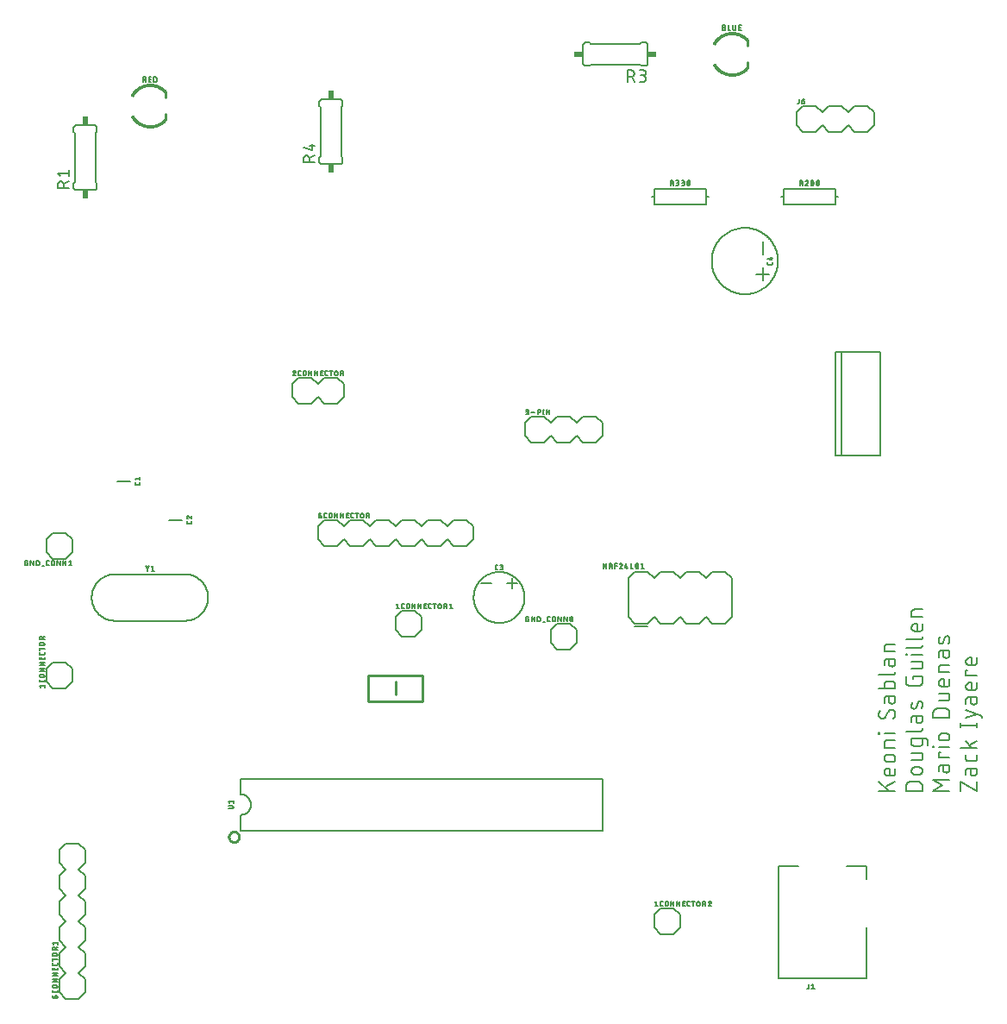
<source format=gbr>
G04 EAGLE Gerber RS-274X export*
G75*
%MOMM*%
%FSLAX34Y34*%
%LPD*%
%INSilkscreen Top*%
%IPPOS*%
%AMOC8*
5,1,8,0,0,1.08239X$1,22.5*%
G01*
%ADD10C,0.152400*%
%ADD11C,0.203200*%
%ADD12C,0.127000*%
%ADD13C,0.025400*%
%ADD14C,0.254000*%
%ADD15R,0.609600X0.863600*%
%ADD16R,0.863600X0.609600*%


D10*
X859028Y242062D02*
X842772Y242062D01*
X842772Y251093D02*
X852706Y242062D01*
X849094Y245674D02*
X859028Y251093D01*
X859028Y259532D02*
X859028Y264047D01*
X859028Y259532D02*
X859026Y259431D01*
X859020Y259330D01*
X859011Y259229D01*
X858998Y259128D01*
X858981Y259028D01*
X858960Y258929D01*
X858936Y258831D01*
X858908Y258734D01*
X858876Y258637D01*
X858841Y258542D01*
X858802Y258449D01*
X858760Y258357D01*
X858714Y258266D01*
X858665Y258177D01*
X858613Y258091D01*
X858557Y258006D01*
X858499Y257923D01*
X858437Y257843D01*
X858372Y257765D01*
X858305Y257689D01*
X858235Y257616D01*
X858162Y257546D01*
X858086Y257479D01*
X858008Y257414D01*
X857928Y257352D01*
X857845Y257294D01*
X857760Y257238D01*
X857674Y257186D01*
X857585Y257137D01*
X857494Y257091D01*
X857402Y257049D01*
X857309Y257010D01*
X857214Y256975D01*
X857117Y256943D01*
X857020Y256915D01*
X856922Y256891D01*
X856823Y256870D01*
X856723Y256853D01*
X856622Y256840D01*
X856521Y256831D01*
X856420Y256825D01*
X856319Y256823D01*
X856319Y256822D02*
X851803Y256822D01*
X851803Y256823D02*
X851684Y256825D01*
X851564Y256831D01*
X851445Y256841D01*
X851327Y256855D01*
X851208Y256872D01*
X851091Y256894D01*
X850974Y256919D01*
X850859Y256949D01*
X850744Y256982D01*
X850630Y257019D01*
X850518Y257059D01*
X850407Y257104D01*
X850298Y257152D01*
X850190Y257203D01*
X850084Y257258D01*
X849980Y257317D01*
X849878Y257379D01*
X849778Y257444D01*
X849680Y257513D01*
X849584Y257585D01*
X849491Y257660D01*
X849401Y257737D01*
X849313Y257818D01*
X849228Y257902D01*
X849146Y257989D01*
X849066Y258078D01*
X848990Y258170D01*
X848916Y258264D01*
X848846Y258361D01*
X848779Y258459D01*
X848715Y258560D01*
X848655Y258664D01*
X848598Y258769D01*
X848545Y258876D01*
X848495Y258984D01*
X848449Y259094D01*
X848407Y259206D01*
X848368Y259319D01*
X848333Y259433D01*
X848302Y259548D01*
X848274Y259665D01*
X848251Y259782D01*
X848231Y259899D01*
X848215Y260018D01*
X848203Y260137D01*
X848195Y260256D01*
X848191Y260375D01*
X848191Y260495D01*
X848195Y260614D01*
X848203Y260733D01*
X848215Y260852D01*
X848231Y260971D01*
X848251Y261088D01*
X848274Y261205D01*
X848302Y261322D01*
X848333Y261437D01*
X848368Y261551D01*
X848407Y261664D01*
X848449Y261776D01*
X848495Y261886D01*
X848545Y261994D01*
X848598Y262101D01*
X848655Y262206D01*
X848715Y262310D01*
X848779Y262411D01*
X848846Y262509D01*
X848916Y262606D01*
X848990Y262700D01*
X849066Y262792D01*
X849146Y262881D01*
X849228Y262968D01*
X849313Y263052D01*
X849401Y263133D01*
X849491Y263210D01*
X849584Y263285D01*
X849680Y263357D01*
X849778Y263426D01*
X849878Y263491D01*
X849980Y263553D01*
X850084Y263612D01*
X850190Y263667D01*
X850298Y263718D01*
X850407Y263766D01*
X850518Y263811D01*
X850630Y263851D01*
X850744Y263888D01*
X850859Y263921D01*
X850974Y263951D01*
X851091Y263976D01*
X851208Y263998D01*
X851327Y264015D01*
X851445Y264029D01*
X851564Y264039D01*
X851684Y264045D01*
X851803Y264047D01*
X853609Y264047D01*
X853609Y256822D01*
X855416Y270369D02*
X851803Y270369D01*
X851803Y270370D02*
X851684Y270372D01*
X851564Y270378D01*
X851445Y270388D01*
X851327Y270402D01*
X851208Y270419D01*
X851091Y270441D01*
X850974Y270466D01*
X850859Y270496D01*
X850744Y270529D01*
X850630Y270566D01*
X850518Y270606D01*
X850407Y270651D01*
X850298Y270699D01*
X850190Y270750D01*
X850084Y270805D01*
X849980Y270864D01*
X849878Y270926D01*
X849778Y270991D01*
X849680Y271060D01*
X849584Y271132D01*
X849491Y271207D01*
X849401Y271284D01*
X849313Y271365D01*
X849228Y271449D01*
X849146Y271536D01*
X849066Y271625D01*
X848990Y271717D01*
X848916Y271811D01*
X848846Y271908D01*
X848779Y272006D01*
X848715Y272107D01*
X848655Y272211D01*
X848598Y272316D01*
X848545Y272423D01*
X848495Y272531D01*
X848449Y272641D01*
X848407Y272753D01*
X848368Y272866D01*
X848333Y272980D01*
X848302Y273095D01*
X848274Y273212D01*
X848251Y273329D01*
X848231Y273446D01*
X848215Y273565D01*
X848203Y273684D01*
X848195Y273803D01*
X848191Y273922D01*
X848191Y274042D01*
X848195Y274161D01*
X848203Y274280D01*
X848215Y274399D01*
X848231Y274518D01*
X848251Y274635D01*
X848274Y274752D01*
X848302Y274869D01*
X848333Y274984D01*
X848368Y275098D01*
X848407Y275211D01*
X848449Y275323D01*
X848495Y275433D01*
X848545Y275541D01*
X848598Y275648D01*
X848655Y275753D01*
X848715Y275857D01*
X848779Y275958D01*
X848846Y276056D01*
X848916Y276153D01*
X848990Y276247D01*
X849066Y276339D01*
X849146Y276428D01*
X849228Y276515D01*
X849313Y276599D01*
X849401Y276680D01*
X849491Y276757D01*
X849584Y276832D01*
X849680Y276904D01*
X849778Y276973D01*
X849878Y277038D01*
X849980Y277100D01*
X850084Y277159D01*
X850190Y277214D01*
X850298Y277265D01*
X850407Y277313D01*
X850518Y277358D01*
X850630Y277398D01*
X850744Y277435D01*
X850859Y277468D01*
X850974Y277498D01*
X851091Y277523D01*
X851208Y277545D01*
X851327Y277562D01*
X851445Y277576D01*
X851564Y277586D01*
X851684Y277592D01*
X851803Y277594D01*
X855416Y277594D01*
X855535Y277592D01*
X855655Y277586D01*
X855774Y277576D01*
X855892Y277562D01*
X856011Y277545D01*
X856128Y277523D01*
X856245Y277498D01*
X856360Y277468D01*
X856475Y277435D01*
X856589Y277398D01*
X856701Y277358D01*
X856812Y277313D01*
X856921Y277265D01*
X857029Y277214D01*
X857135Y277159D01*
X857239Y277100D01*
X857341Y277038D01*
X857441Y276973D01*
X857539Y276904D01*
X857635Y276832D01*
X857728Y276757D01*
X857818Y276680D01*
X857906Y276599D01*
X857991Y276515D01*
X858073Y276428D01*
X858153Y276339D01*
X858229Y276247D01*
X858303Y276153D01*
X858373Y276056D01*
X858440Y275958D01*
X858504Y275857D01*
X858564Y275753D01*
X858621Y275648D01*
X858674Y275541D01*
X858724Y275433D01*
X858770Y275323D01*
X858812Y275211D01*
X858851Y275098D01*
X858886Y274984D01*
X858917Y274869D01*
X858945Y274752D01*
X858968Y274635D01*
X858988Y274518D01*
X859004Y274399D01*
X859016Y274280D01*
X859024Y274161D01*
X859028Y274042D01*
X859028Y273922D01*
X859024Y273803D01*
X859016Y273684D01*
X859004Y273565D01*
X858988Y273446D01*
X858968Y273329D01*
X858945Y273212D01*
X858917Y273095D01*
X858886Y272980D01*
X858851Y272866D01*
X858812Y272753D01*
X858770Y272641D01*
X858724Y272531D01*
X858674Y272423D01*
X858621Y272316D01*
X858564Y272211D01*
X858504Y272107D01*
X858440Y272006D01*
X858373Y271908D01*
X858303Y271811D01*
X858229Y271717D01*
X858153Y271625D01*
X858073Y271536D01*
X857991Y271449D01*
X857906Y271365D01*
X857818Y271284D01*
X857728Y271207D01*
X857635Y271132D01*
X857539Y271060D01*
X857441Y270991D01*
X857341Y270926D01*
X857239Y270864D01*
X857135Y270805D01*
X857029Y270750D01*
X856921Y270699D01*
X856812Y270651D01*
X856701Y270606D01*
X856589Y270566D01*
X856475Y270529D01*
X856360Y270496D01*
X856245Y270466D01*
X856128Y270441D01*
X856011Y270419D01*
X855892Y270402D01*
X855774Y270388D01*
X855655Y270378D01*
X855535Y270372D01*
X855416Y270370D01*
X859028Y284437D02*
X848191Y284437D01*
X848191Y288953D01*
X848193Y289057D01*
X848199Y289160D01*
X848209Y289264D01*
X848223Y289367D01*
X848241Y289469D01*
X848262Y289570D01*
X848288Y289671D01*
X848317Y289770D01*
X848350Y289869D01*
X848387Y289966D01*
X848428Y290061D01*
X848472Y290155D01*
X848520Y290247D01*
X848571Y290337D01*
X848626Y290426D01*
X848684Y290512D01*
X848746Y290595D01*
X848810Y290677D01*
X848878Y290755D01*
X848948Y290831D01*
X849021Y290905D01*
X849098Y290975D01*
X849176Y291043D01*
X849258Y291107D01*
X849341Y291169D01*
X849427Y291227D01*
X849516Y291282D01*
X849606Y291333D01*
X849698Y291381D01*
X849792Y291425D01*
X849887Y291466D01*
X849984Y291503D01*
X850083Y291536D01*
X850182Y291565D01*
X850283Y291591D01*
X850384Y291612D01*
X850486Y291630D01*
X850589Y291644D01*
X850693Y291654D01*
X850796Y291660D01*
X850900Y291662D01*
X859028Y291662D01*
X859028Y298471D02*
X848191Y298471D01*
X843675Y298019D02*
X842772Y298019D01*
X842772Y298922D01*
X843675Y298922D01*
X843675Y298019D01*
X859028Y318131D02*
X859026Y318249D01*
X859020Y318367D01*
X859011Y318485D01*
X858997Y318602D01*
X858980Y318719D01*
X858959Y318836D01*
X858934Y318951D01*
X858905Y319066D01*
X858872Y319180D01*
X858836Y319292D01*
X858796Y319403D01*
X858753Y319513D01*
X858706Y319622D01*
X858656Y319729D01*
X858601Y319834D01*
X858544Y319937D01*
X858483Y320038D01*
X858419Y320138D01*
X858352Y320235D01*
X858282Y320330D01*
X858208Y320422D01*
X858132Y320513D01*
X858052Y320600D01*
X857970Y320685D01*
X857885Y320767D01*
X857798Y320847D01*
X857707Y320923D01*
X857615Y320997D01*
X857520Y321067D01*
X857423Y321134D01*
X857323Y321198D01*
X857222Y321259D01*
X857119Y321316D01*
X857014Y321371D01*
X856907Y321421D01*
X856798Y321468D01*
X856688Y321511D01*
X856577Y321551D01*
X856465Y321587D01*
X856351Y321620D01*
X856236Y321649D01*
X856121Y321674D01*
X856004Y321695D01*
X855887Y321712D01*
X855770Y321726D01*
X855652Y321735D01*
X855534Y321741D01*
X855416Y321743D01*
X859028Y318131D02*
X859026Y317948D01*
X859019Y317766D01*
X859008Y317584D01*
X858993Y317402D01*
X858973Y317220D01*
X858950Y317039D01*
X858921Y316859D01*
X858889Y316679D01*
X858852Y316500D01*
X858811Y316323D01*
X858765Y316146D01*
X858716Y315970D01*
X858662Y315796D01*
X858604Y315622D01*
X858542Y315451D01*
X858476Y315281D01*
X858405Y315112D01*
X858331Y314945D01*
X858253Y314780D01*
X858171Y314617D01*
X858085Y314456D01*
X857995Y314297D01*
X857901Y314140D01*
X857804Y313986D01*
X857703Y313834D01*
X857598Y313684D01*
X857490Y313537D01*
X857379Y313393D01*
X857264Y313251D01*
X857145Y313112D01*
X857023Y312976D01*
X856898Y312843D01*
X856770Y312713D01*
X846384Y313165D02*
X846266Y313167D01*
X846148Y313173D01*
X846030Y313182D01*
X845913Y313196D01*
X845796Y313213D01*
X845679Y313234D01*
X845564Y313259D01*
X845449Y313288D01*
X845335Y313321D01*
X845223Y313357D01*
X845112Y313397D01*
X845002Y313440D01*
X844893Y313487D01*
X844786Y313537D01*
X844681Y313592D01*
X844578Y313649D01*
X844477Y313710D01*
X844377Y313774D01*
X844280Y313841D01*
X844185Y313911D01*
X844093Y313985D01*
X844002Y314061D01*
X843915Y314141D01*
X843830Y314223D01*
X843748Y314308D01*
X843668Y314395D01*
X843592Y314486D01*
X843518Y314578D01*
X843448Y314673D01*
X843381Y314770D01*
X843317Y314870D01*
X843256Y314971D01*
X843199Y315074D01*
X843144Y315179D01*
X843094Y315286D01*
X843047Y315395D01*
X843004Y315505D01*
X842964Y315616D01*
X842928Y315728D01*
X842895Y315842D01*
X842866Y315957D01*
X842841Y316072D01*
X842820Y316189D01*
X842803Y316306D01*
X842789Y316423D01*
X842780Y316541D01*
X842774Y316659D01*
X842772Y316777D01*
X842774Y316938D01*
X842780Y317100D01*
X842789Y317261D01*
X842803Y317422D01*
X842820Y317582D01*
X842841Y317742D01*
X842866Y317902D01*
X842895Y318061D01*
X842927Y318219D01*
X842963Y318376D01*
X843003Y318532D01*
X843047Y318688D01*
X843095Y318842D01*
X843146Y318995D01*
X843200Y319147D01*
X843259Y319298D01*
X843320Y319447D01*
X843386Y319594D01*
X843455Y319740D01*
X843527Y319885D01*
X843603Y320027D01*
X843682Y320168D01*
X843764Y320307D01*
X843850Y320443D01*
X843939Y320578D01*
X844031Y320711D01*
X844127Y320841D01*
X849545Y314970D02*
X849483Y314869D01*
X849418Y314769D01*
X849349Y314672D01*
X849277Y314577D01*
X849203Y314484D01*
X849125Y314394D01*
X849044Y314306D01*
X848961Y314221D01*
X848875Y314139D01*
X848786Y314060D01*
X848695Y313983D01*
X848601Y313910D01*
X848505Y313839D01*
X848407Y313772D01*
X848307Y313708D01*
X848204Y313647D01*
X848100Y313590D01*
X847994Y313536D01*
X847886Y313486D01*
X847777Y313439D01*
X847666Y313395D01*
X847554Y313355D01*
X847440Y313319D01*
X847326Y313287D01*
X847210Y313258D01*
X847094Y313233D01*
X846977Y313212D01*
X846859Y313195D01*
X846741Y313181D01*
X846622Y313172D01*
X846503Y313166D01*
X846384Y313164D01*
X852255Y319938D02*
X852317Y320039D01*
X852382Y320139D01*
X852451Y320236D01*
X852523Y320331D01*
X852597Y320424D01*
X852675Y320514D01*
X852756Y320602D01*
X852839Y320687D01*
X852925Y320769D01*
X853014Y320848D01*
X853105Y320925D01*
X853199Y320998D01*
X853295Y321069D01*
X853393Y321136D01*
X853493Y321200D01*
X853596Y321261D01*
X853700Y321318D01*
X853806Y321372D01*
X853914Y321422D01*
X854023Y321469D01*
X854134Y321513D01*
X854246Y321553D01*
X854360Y321589D01*
X854474Y321621D01*
X854590Y321650D01*
X854706Y321675D01*
X854823Y321696D01*
X854941Y321713D01*
X855059Y321727D01*
X855178Y321736D01*
X855297Y321742D01*
X855416Y321744D01*
X852255Y319937D02*
X849545Y314970D01*
X852706Y330771D02*
X852706Y334835D01*
X852706Y330771D02*
X852708Y330659D01*
X852714Y330548D01*
X852724Y330437D01*
X852737Y330326D01*
X852755Y330216D01*
X852777Y330107D01*
X852802Y329998D01*
X852831Y329890D01*
X852864Y329784D01*
X852901Y329678D01*
X852941Y329574D01*
X852985Y329472D01*
X853033Y329371D01*
X853084Y329272D01*
X853139Y329174D01*
X853197Y329079D01*
X853258Y328986D01*
X853323Y328895D01*
X853391Y328806D01*
X853462Y328720D01*
X853535Y328637D01*
X853612Y328556D01*
X853692Y328477D01*
X853774Y328402D01*
X853859Y328330D01*
X853946Y328260D01*
X854036Y328194D01*
X854128Y328131D01*
X854223Y328071D01*
X854319Y328015D01*
X854417Y327962D01*
X854517Y327913D01*
X854619Y327867D01*
X854722Y327825D01*
X854827Y327786D01*
X854933Y327751D01*
X855040Y327720D01*
X855148Y327693D01*
X855257Y327669D01*
X855367Y327650D01*
X855477Y327634D01*
X855588Y327622D01*
X855700Y327614D01*
X855811Y327610D01*
X855923Y327610D01*
X856034Y327614D01*
X856146Y327622D01*
X856257Y327634D01*
X856367Y327650D01*
X856477Y327669D01*
X856586Y327693D01*
X856694Y327720D01*
X856801Y327751D01*
X856907Y327786D01*
X857012Y327825D01*
X857115Y327867D01*
X857217Y327913D01*
X857317Y327962D01*
X857415Y328015D01*
X857511Y328071D01*
X857606Y328131D01*
X857698Y328194D01*
X857788Y328260D01*
X857875Y328330D01*
X857960Y328402D01*
X858042Y328477D01*
X858122Y328556D01*
X858199Y328637D01*
X858272Y328720D01*
X858343Y328806D01*
X858411Y328895D01*
X858476Y328986D01*
X858537Y329079D01*
X858595Y329174D01*
X858650Y329272D01*
X858701Y329371D01*
X858749Y329472D01*
X858793Y329574D01*
X858833Y329678D01*
X858870Y329784D01*
X858903Y329890D01*
X858932Y329998D01*
X858957Y330107D01*
X858979Y330216D01*
X858997Y330326D01*
X859010Y330437D01*
X859020Y330548D01*
X859026Y330659D01*
X859028Y330771D01*
X859028Y334835D01*
X850900Y334835D01*
X850799Y334833D01*
X850698Y334827D01*
X850597Y334818D01*
X850496Y334805D01*
X850396Y334788D01*
X850297Y334767D01*
X850199Y334743D01*
X850102Y334715D01*
X850005Y334683D01*
X849910Y334648D01*
X849817Y334609D01*
X849725Y334567D01*
X849634Y334521D01*
X849546Y334472D01*
X849459Y334420D01*
X849374Y334364D01*
X849291Y334306D01*
X849211Y334244D01*
X849133Y334179D01*
X849057Y334112D01*
X848984Y334042D01*
X848914Y333969D01*
X848847Y333893D01*
X848782Y333815D01*
X848720Y333735D01*
X848662Y333652D01*
X848606Y333567D01*
X848554Y333481D01*
X848505Y333392D01*
X848459Y333301D01*
X848417Y333209D01*
X848378Y333116D01*
X848343Y333021D01*
X848311Y332924D01*
X848283Y332827D01*
X848259Y332729D01*
X848238Y332630D01*
X848221Y332530D01*
X848208Y332429D01*
X848199Y332328D01*
X848193Y332227D01*
X848191Y332126D01*
X848191Y328514D01*
X842772Y342346D02*
X859028Y342346D01*
X859028Y346862D01*
X859026Y346963D01*
X859020Y347064D01*
X859011Y347165D01*
X858998Y347266D01*
X858981Y347366D01*
X858960Y347465D01*
X858936Y347563D01*
X858908Y347660D01*
X858876Y347757D01*
X858841Y347852D01*
X858802Y347945D01*
X858760Y348037D01*
X858714Y348128D01*
X858665Y348217D01*
X858613Y348303D01*
X858557Y348388D01*
X858499Y348471D01*
X858437Y348551D01*
X858372Y348629D01*
X858305Y348705D01*
X858235Y348778D01*
X858162Y348848D01*
X858086Y348915D01*
X858008Y348980D01*
X857928Y349042D01*
X857845Y349100D01*
X857760Y349156D01*
X857674Y349208D01*
X857585Y349257D01*
X857494Y349303D01*
X857402Y349345D01*
X857309Y349384D01*
X857214Y349419D01*
X857117Y349451D01*
X857020Y349479D01*
X856922Y349503D01*
X856823Y349524D01*
X856723Y349541D01*
X856622Y349554D01*
X856521Y349563D01*
X856420Y349569D01*
X856319Y349571D01*
X850900Y349571D01*
X850799Y349569D01*
X850698Y349563D01*
X850597Y349554D01*
X850496Y349541D01*
X850396Y349524D01*
X850297Y349503D01*
X850199Y349479D01*
X850102Y349451D01*
X850005Y349419D01*
X849910Y349384D01*
X849817Y349345D01*
X849725Y349303D01*
X849634Y349257D01*
X849546Y349208D01*
X849459Y349156D01*
X849374Y349100D01*
X849291Y349042D01*
X849211Y348980D01*
X849133Y348915D01*
X849057Y348848D01*
X848984Y348778D01*
X848914Y348705D01*
X848847Y348629D01*
X848782Y348551D01*
X848720Y348471D01*
X848662Y348388D01*
X848606Y348303D01*
X848554Y348217D01*
X848505Y348128D01*
X848459Y348037D01*
X848417Y347945D01*
X848378Y347852D01*
X848343Y347757D01*
X848311Y347660D01*
X848283Y347563D01*
X848259Y347465D01*
X848238Y347366D01*
X848221Y347266D01*
X848208Y347165D01*
X848199Y347064D01*
X848193Y346963D01*
X848191Y346862D01*
X848191Y342346D01*
X842772Y356057D02*
X856319Y356057D01*
X856420Y356059D01*
X856521Y356065D01*
X856622Y356074D01*
X856723Y356087D01*
X856823Y356104D01*
X856922Y356125D01*
X857020Y356149D01*
X857117Y356177D01*
X857214Y356209D01*
X857309Y356244D01*
X857402Y356283D01*
X857494Y356325D01*
X857585Y356371D01*
X857674Y356420D01*
X857760Y356472D01*
X857845Y356528D01*
X857928Y356586D01*
X858008Y356648D01*
X858086Y356713D01*
X858162Y356780D01*
X858235Y356850D01*
X858305Y356923D01*
X858372Y356999D01*
X858437Y357077D01*
X858499Y357157D01*
X858557Y357240D01*
X858613Y357325D01*
X858665Y357412D01*
X858714Y357500D01*
X858760Y357591D01*
X858802Y357683D01*
X858841Y357776D01*
X858876Y357871D01*
X858908Y357968D01*
X858936Y358065D01*
X858960Y358163D01*
X858981Y358262D01*
X858998Y358362D01*
X859011Y358463D01*
X859020Y358564D01*
X859026Y358665D01*
X859028Y358766D01*
X852706Y367244D02*
X852706Y371308D01*
X852706Y367244D02*
X852708Y367132D01*
X852714Y367021D01*
X852724Y366910D01*
X852737Y366799D01*
X852755Y366689D01*
X852777Y366580D01*
X852802Y366471D01*
X852831Y366363D01*
X852864Y366257D01*
X852901Y366151D01*
X852941Y366047D01*
X852985Y365945D01*
X853033Y365844D01*
X853084Y365745D01*
X853139Y365647D01*
X853197Y365552D01*
X853258Y365459D01*
X853323Y365368D01*
X853391Y365279D01*
X853462Y365193D01*
X853535Y365110D01*
X853612Y365029D01*
X853692Y364950D01*
X853774Y364875D01*
X853859Y364803D01*
X853946Y364733D01*
X854036Y364667D01*
X854128Y364604D01*
X854223Y364544D01*
X854319Y364488D01*
X854417Y364435D01*
X854517Y364386D01*
X854619Y364340D01*
X854722Y364298D01*
X854827Y364259D01*
X854933Y364224D01*
X855040Y364193D01*
X855148Y364166D01*
X855257Y364142D01*
X855367Y364123D01*
X855477Y364107D01*
X855588Y364095D01*
X855700Y364087D01*
X855811Y364083D01*
X855923Y364083D01*
X856034Y364087D01*
X856146Y364095D01*
X856257Y364107D01*
X856367Y364123D01*
X856477Y364142D01*
X856586Y364166D01*
X856694Y364193D01*
X856801Y364224D01*
X856907Y364259D01*
X857012Y364298D01*
X857115Y364340D01*
X857217Y364386D01*
X857317Y364435D01*
X857415Y364488D01*
X857511Y364544D01*
X857606Y364604D01*
X857698Y364667D01*
X857788Y364733D01*
X857875Y364803D01*
X857960Y364875D01*
X858042Y364950D01*
X858122Y365029D01*
X858199Y365110D01*
X858272Y365193D01*
X858343Y365279D01*
X858411Y365368D01*
X858476Y365459D01*
X858537Y365552D01*
X858595Y365647D01*
X858650Y365745D01*
X858701Y365844D01*
X858749Y365945D01*
X858793Y366047D01*
X858833Y366151D01*
X858870Y366257D01*
X858903Y366363D01*
X858932Y366471D01*
X858957Y366580D01*
X858979Y366689D01*
X858997Y366799D01*
X859010Y366910D01*
X859020Y367021D01*
X859026Y367132D01*
X859028Y367244D01*
X859028Y371308D01*
X850900Y371308D01*
X850799Y371306D01*
X850698Y371300D01*
X850597Y371291D01*
X850496Y371278D01*
X850396Y371261D01*
X850297Y371240D01*
X850199Y371216D01*
X850102Y371188D01*
X850005Y371156D01*
X849910Y371121D01*
X849817Y371082D01*
X849725Y371040D01*
X849634Y370994D01*
X849546Y370945D01*
X849459Y370893D01*
X849374Y370837D01*
X849291Y370779D01*
X849211Y370717D01*
X849133Y370652D01*
X849057Y370585D01*
X848984Y370515D01*
X848914Y370442D01*
X848847Y370366D01*
X848782Y370288D01*
X848720Y370208D01*
X848662Y370125D01*
X848606Y370040D01*
X848554Y369954D01*
X848505Y369865D01*
X848459Y369774D01*
X848417Y369682D01*
X848378Y369589D01*
X848343Y369494D01*
X848311Y369397D01*
X848283Y369300D01*
X848259Y369202D01*
X848238Y369103D01*
X848221Y369003D01*
X848208Y368902D01*
X848199Y368801D01*
X848193Y368700D01*
X848191Y368599D01*
X848191Y364986D01*
X848191Y378746D02*
X859028Y378746D01*
X848191Y378746D02*
X848191Y383261D01*
X848193Y383365D01*
X848199Y383468D01*
X848209Y383572D01*
X848223Y383675D01*
X848241Y383777D01*
X848262Y383878D01*
X848288Y383979D01*
X848317Y384078D01*
X848350Y384177D01*
X848387Y384274D01*
X848428Y384369D01*
X848472Y384463D01*
X848520Y384555D01*
X848571Y384645D01*
X848626Y384734D01*
X848684Y384820D01*
X848746Y384903D01*
X848810Y384985D01*
X848878Y385063D01*
X848948Y385139D01*
X849021Y385213D01*
X849098Y385283D01*
X849176Y385351D01*
X849258Y385415D01*
X849341Y385477D01*
X849427Y385535D01*
X849516Y385590D01*
X849606Y385641D01*
X849698Y385689D01*
X849792Y385733D01*
X849887Y385774D01*
X849984Y385811D01*
X850083Y385844D01*
X850182Y385873D01*
X850283Y385899D01*
X850384Y385920D01*
X850486Y385938D01*
X850589Y385952D01*
X850693Y385962D01*
X850796Y385968D01*
X850900Y385970D01*
X850900Y385971D02*
X859028Y385971D01*
X869442Y242062D02*
X885698Y242062D01*
X869442Y242062D02*
X869442Y246578D01*
X869444Y246709D01*
X869450Y246841D01*
X869459Y246972D01*
X869473Y247102D01*
X869490Y247233D01*
X869511Y247362D01*
X869535Y247491D01*
X869564Y247619D01*
X869596Y247747D01*
X869632Y247873D01*
X869671Y247998D01*
X869714Y248123D01*
X869761Y248245D01*
X869811Y248367D01*
X869865Y248487D01*
X869922Y248605D01*
X869983Y248721D01*
X870047Y248836D01*
X870114Y248949D01*
X870185Y249060D01*
X870259Y249168D01*
X870336Y249275D01*
X870416Y249379D01*
X870499Y249481D01*
X870584Y249580D01*
X870673Y249677D01*
X870765Y249771D01*
X870859Y249863D01*
X870956Y249952D01*
X871055Y250037D01*
X871157Y250120D01*
X871261Y250200D01*
X871368Y250277D01*
X871476Y250351D01*
X871587Y250422D01*
X871700Y250489D01*
X871815Y250553D01*
X871931Y250614D01*
X872049Y250671D01*
X872169Y250725D01*
X872291Y250775D01*
X872413Y250822D01*
X872538Y250865D01*
X872663Y250904D01*
X872789Y250940D01*
X872917Y250972D01*
X873045Y251001D01*
X873174Y251025D01*
X873303Y251046D01*
X873434Y251063D01*
X873564Y251077D01*
X873695Y251086D01*
X873827Y251092D01*
X873958Y251094D01*
X873958Y251093D02*
X881182Y251093D01*
X881182Y251094D02*
X881313Y251092D01*
X881445Y251086D01*
X881576Y251077D01*
X881706Y251063D01*
X881837Y251046D01*
X881966Y251025D01*
X882095Y251001D01*
X882223Y250972D01*
X882351Y250940D01*
X882477Y250904D01*
X882602Y250865D01*
X882727Y250822D01*
X882849Y250775D01*
X882971Y250725D01*
X883091Y250671D01*
X883209Y250614D01*
X883325Y250553D01*
X883440Y250489D01*
X883553Y250422D01*
X883664Y250351D01*
X883772Y250277D01*
X883879Y250200D01*
X883983Y250120D01*
X884085Y250037D01*
X884184Y249952D01*
X884281Y249863D01*
X884375Y249771D01*
X884467Y249677D01*
X884556Y249580D01*
X884641Y249481D01*
X884724Y249379D01*
X884804Y249275D01*
X884881Y249168D01*
X884955Y249060D01*
X885026Y248949D01*
X885093Y248836D01*
X885157Y248721D01*
X885218Y248605D01*
X885275Y248487D01*
X885329Y248367D01*
X885379Y248245D01*
X885426Y248123D01*
X885469Y247998D01*
X885508Y247873D01*
X885544Y247747D01*
X885576Y247619D01*
X885605Y247491D01*
X885629Y247362D01*
X885650Y247232D01*
X885667Y247102D01*
X885681Y246972D01*
X885690Y246841D01*
X885696Y246709D01*
X885698Y246578D01*
X885698Y242062D01*
X882086Y258075D02*
X878473Y258075D01*
X878473Y258076D02*
X878354Y258078D01*
X878234Y258084D01*
X878115Y258094D01*
X877997Y258108D01*
X877878Y258125D01*
X877761Y258147D01*
X877644Y258172D01*
X877529Y258202D01*
X877414Y258235D01*
X877300Y258272D01*
X877188Y258312D01*
X877077Y258357D01*
X876968Y258405D01*
X876860Y258456D01*
X876754Y258511D01*
X876650Y258570D01*
X876548Y258632D01*
X876448Y258697D01*
X876350Y258766D01*
X876254Y258838D01*
X876161Y258913D01*
X876071Y258990D01*
X875983Y259071D01*
X875898Y259155D01*
X875816Y259242D01*
X875736Y259331D01*
X875660Y259423D01*
X875586Y259517D01*
X875516Y259614D01*
X875449Y259712D01*
X875385Y259813D01*
X875325Y259917D01*
X875268Y260022D01*
X875215Y260129D01*
X875165Y260237D01*
X875119Y260347D01*
X875077Y260459D01*
X875038Y260572D01*
X875003Y260686D01*
X874972Y260801D01*
X874944Y260918D01*
X874921Y261035D01*
X874901Y261152D01*
X874885Y261271D01*
X874873Y261390D01*
X874865Y261509D01*
X874861Y261628D01*
X874861Y261748D01*
X874865Y261867D01*
X874873Y261986D01*
X874885Y262105D01*
X874901Y262224D01*
X874921Y262341D01*
X874944Y262458D01*
X874972Y262575D01*
X875003Y262690D01*
X875038Y262804D01*
X875077Y262917D01*
X875119Y263029D01*
X875165Y263139D01*
X875215Y263247D01*
X875268Y263354D01*
X875325Y263459D01*
X875385Y263563D01*
X875449Y263664D01*
X875516Y263762D01*
X875586Y263859D01*
X875660Y263953D01*
X875736Y264045D01*
X875816Y264134D01*
X875898Y264221D01*
X875983Y264305D01*
X876071Y264386D01*
X876161Y264463D01*
X876254Y264538D01*
X876350Y264610D01*
X876448Y264679D01*
X876548Y264744D01*
X876650Y264806D01*
X876754Y264865D01*
X876860Y264920D01*
X876968Y264971D01*
X877077Y265019D01*
X877188Y265064D01*
X877300Y265104D01*
X877414Y265141D01*
X877529Y265174D01*
X877644Y265204D01*
X877761Y265229D01*
X877878Y265251D01*
X877997Y265268D01*
X878115Y265282D01*
X878234Y265292D01*
X878354Y265298D01*
X878473Y265300D01*
X882086Y265300D01*
X882205Y265298D01*
X882325Y265292D01*
X882444Y265282D01*
X882562Y265268D01*
X882681Y265251D01*
X882798Y265229D01*
X882915Y265204D01*
X883030Y265174D01*
X883145Y265141D01*
X883259Y265104D01*
X883371Y265064D01*
X883482Y265019D01*
X883591Y264971D01*
X883699Y264920D01*
X883805Y264865D01*
X883909Y264806D01*
X884011Y264744D01*
X884111Y264679D01*
X884209Y264610D01*
X884305Y264538D01*
X884398Y264463D01*
X884488Y264386D01*
X884576Y264305D01*
X884661Y264221D01*
X884743Y264134D01*
X884823Y264045D01*
X884899Y263953D01*
X884973Y263859D01*
X885043Y263762D01*
X885110Y263664D01*
X885174Y263563D01*
X885234Y263459D01*
X885291Y263354D01*
X885344Y263247D01*
X885394Y263139D01*
X885440Y263029D01*
X885482Y262917D01*
X885521Y262804D01*
X885556Y262690D01*
X885587Y262575D01*
X885615Y262458D01*
X885638Y262341D01*
X885658Y262224D01*
X885674Y262105D01*
X885686Y261986D01*
X885694Y261867D01*
X885698Y261748D01*
X885698Y261628D01*
X885694Y261509D01*
X885686Y261390D01*
X885674Y261271D01*
X885658Y261152D01*
X885638Y261035D01*
X885615Y260918D01*
X885587Y260801D01*
X885556Y260686D01*
X885521Y260572D01*
X885482Y260459D01*
X885440Y260347D01*
X885394Y260237D01*
X885344Y260129D01*
X885291Y260022D01*
X885234Y259917D01*
X885174Y259813D01*
X885110Y259712D01*
X885043Y259614D01*
X884973Y259517D01*
X884899Y259423D01*
X884823Y259331D01*
X884743Y259242D01*
X884661Y259155D01*
X884576Y259071D01*
X884488Y258990D01*
X884398Y258913D01*
X884305Y258838D01*
X884209Y258766D01*
X884111Y258697D01*
X884011Y258632D01*
X883909Y258570D01*
X883805Y258511D01*
X883699Y258456D01*
X883591Y258405D01*
X883482Y258357D01*
X883371Y258312D01*
X883259Y258272D01*
X883145Y258235D01*
X883030Y258202D01*
X882915Y258172D01*
X882798Y258147D01*
X882681Y258125D01*
X882562Y258108D01*
X882444Y258094D01*
X882325Y258084D01*
X882205Y258078D01*
X882086Y258076D01*
X882989Y272143D02*
X874861Y272143D01*
X882989Y272144D02*
X883090Y272146D01*
X883191Y272152D01*
X883292Y272161D01*
X883393Y272174D01*
X883493Y272191D01*
X883592Y272212D01*
X883690Y272236D01*
X883787Y272264D01*
X883884Y272296D01*
X883979Y272331D01*
X884072Y272370D01*
X884164Y272412D01*
X884255Y272458D01*
X884344Y272507D01*
X884430Y272559D01*
X884515Y272615D01*
X884598Y272673D01*
X884678Y272735D01*
X884756Y272800D01*
X884832Y272867D01*
X884905Y272937D01*
X884975Y273010D01*
X885042Y273086D01*
X885107Y273164D01*
X885169Y273244D01*
X885227Y273327D01*
X885283Y273412D01*
X885335Y273499D01*
X885384Y273587D01*
X885430Y273678D01*
X885472Y273770D01*
X885511Y273863D01*
X885546Y273958D01*
X885578Y274055D01*
X885606Y274152D01*
X885630Y274250D01*
X885651Y274349D01*
X885668Y274449D01*
X885681Y274550D01*
X885690Y274651D01*
X885696Y274752D01*
X885698Y274853D01*
X885698Y279368D01*
X874861Y279368D01*
X885698Y288848D02*
X885698Y293363D01*
X885698Y288848D02*
X885696Y288747D01*
X885690Y288646D01*
X885681Y288545D01*
X885668Y288444D01*
X885651Y288344D01*
X885630Y288245D01*
X885606Y288147D01*
X885578Y288050D01*
X885546Y287953D01*
X885511Y287858D01*
X885472Y287765D01*
X885430Y287673D01*
X885384Y287582D01*
X885335Y287494D01*
X885283Y287407D01*
X885227Y287322D01*
X885169Y287239D01*
X885107Y287159D01*
X885042Y287081D01*
X884975Y287005D01*
X884905Y286932D01*
X884832Y286862D01*
X884756Y286795D01*
X884678Y286730D01*
X884598Y286668D01*
X884515Y286610D01*
X884430Y286554D01*
X884344Y286502D01*
X884255Y286453D01*
X884164Y286407D01*
X884072Y286365D01*
X883979Y286326D01*
X883884Y286291D01*
X883787Y286259D01*
X883690Y286231D01*
X883592Y286207D01*
X883493Y286186D01*
X883393Y286169D01*
X883292Y286156D01*
X883191Y286147D01*
X883090Y286141D01*
X882989Y286139D01*
X882989Y286138D02*
X877570Y286138D01*
X877570Y286139D02*
X877469Y286141D01*
X877368Y286147D01*
X877267Y286156D01*
X877166Y286169D01*
X877066Y286186D01*
X876967Y286207D01*
X876869Y286231D01*
X876772Y286259D01*
X876675Y286291D01*
X876580Y286326D01*
X876487Y286365D01*
X876395Y286407D01*
X876304Y286453D01*
X876216Y286502D01*
X876129Y286554D01*
X876044Y286610D01*
X875961Y286668D01*
X875881Y286730D01*
X875803Y286795D01*
X875727Y286862D01*
X875654Y286932D01*
X875584Y287005D01*
X875517Y287081D01*
X875452Y287159D01*
X875390Y287239D01*
X875332Y287322D01*
X875276Y287407D01*
X875224Y287494D01*
X875175Y287582D01*
X875129Y287673D01*
X875087Y287765D01*
X875048Y287858D01*
X875013Y287953D01*
X874981Y288050D01*
X874953Y288147D01*
X874929Y288245D01*
X874908Y288344D01*
X874891Y288444D01*
X874878Y288545D01*
X874869Y288646D01*
X874863Y288747D01*
X874861Y288848D01*
X874861Y293363D01*
X888407Y293363D01*
X888508Y293361D01*
X888609Y293355D01*
X888710Y293346D01*
X888811Y293333D01*
X888911Y293316D01*
X889010Y293295D01*
X889108Y293271D01*
X889205Y293243D01*
X889302Y293211D01*
X889397Y293176D01*
X889490Y293137D01*
X889582Y293095D01*
X889673Y293049D01*
X889762Y293000D01*
X889848Y292948D01*
X889933Y292892D01*
X890016Y292834D01*
X890096Y292772D01*
X890174Y292707D01*
X890250Y292640D01*
X890323Y292570D01*
X890393Y292497D01*
X890460Y292421D01*
X890525Y292343D01*
X890587Y292263D01*
X890645Y292180D01*
X890701Y292095D01*
X890753Y292009D01*
X890802Y291920D01*
X890848Y291829D01*
X890890Y291737D01*
X890929Y291644D01*
X890964Y291549D01*
X890996Y291452D01*
X891024Y291355D01*
X891048Y291257D01*
X891069Y291158D01*
X891086Y291058D01*
X891099Y290957D01*
X891108Y290856D01*
X891114Y290755D01*
X891116Y290654D01*
X891117Y290654D02*
X891117Y287041D01*
X882989Y300517D02*
X869442Y300517D01*
X882989Y300517D02*
X883090Y300519D01*
X883191Y300525D01*
X883292Y300534D01*
X883393Y300547D01*
X883493Y300564D01*
X883592Y300585D01*
X883690Y300609D01*
X883787Y300637D01*
X883884Y300669D01*
X883979Y300704D01*
X884072Y300743D01*
X884164Y300785D01*
X884255Y300831D01*
X884344Y300880D01*
X884430Y300932D01*
X884515Y300988D01*
X884598Y301046D01*
X884678Y301108D01*
X884756Y301173D01*
X884832Y301240D01*
X884905Y301310D01*
X884975Y301383D01*
X885042Y301459D01*
X885107Y301537D01*
X885169Y301617D01*
X885227Y301700D01*
X885283Y301785D01*
X885335Y301872D01*
X885384Y301960D01*
X885430Y302051D01*
X885472Y302143D01*
X885511Y302236D01*
X885546Y302331D01*
X885578Y302428D01*
X885606Y302525D01*
X885630Y302623D01*
X885651Y302722D01*
X885668Y302822D01*
X885681Y302923D01*
X885690Y303024D01*
X885696Y303125D01*
X885698Y303226D01*
X879376Y311704D02*
X879376Y315768D01*
X879376Y311704D02*
X879378Y311592D01*
X879384Y311481D01*
X879394Y311370D01*
X879407Y311259D01*
X879425Y311149D01*
X879447Y311040D01*
X879472Y310931D01*
X879501Y310823D01*
X879534Y310717D01*
X879571Y310611D01*
X879611Y310507D01*
X879655Y310405D01*
X879703Y310304D01*
X879754Y310205D01*
X879809Y310107D01*
X879867Y310012D01*
X879928Y309919D01*
X879993Y309828D01*
X880061Y309739D01*
X880132Y309653D01*
X880205Y309570D01*
X880282Y309489D01*
X880362Y309410D01*
X880444Y309335D01*
X880529Y309263D01*
X880616Y309193D01*
X880706Y309127D01*
X880798Y309064D01*
X880893Y309004D01*
X880989Y308948D01*
X881087Y308895D01*
X881187Y308846D01*
X881289Y308800D01*
X881392Y308758D01*
X881497Y308719D01*
X881603Y308684D01*
X881710Y308653D01*
X881818Y308626D01*
X881927Y308602D01*
X882037Y308583D01*
X882147Y308567D01*
X882258Y308555D01*
X882370Y308547D01*
X882481Y308543D01*
X882593Y308543D01*
X882704Y308547D01*
X882816Y308555D01*
X882927Y308567D01*
X883037Y308583D01*
X883147Y308602D01*
X883256Y308626D01*
X883364Y308653D01*
X883471Y308684D01*
X883577Y308719D01*
X883682Y308758D01*
X883785Y308800D01*
X883887Y308846D01*
X883987Y308895D01*
X884085Y308948D01*
X884181Y309004D01*
X884276Y309064D01*
X884368Y309127D01*
X884458Y309193D01*
X884545Y309263D01*
X884630Y309335D01*
X884712Y309410D01*
X884792Y309489D01*
X884869Y309570D01*
X884942Y309653D01*
X885013Y309739D01*
X885081Y309828D01*
X885146Y309919D01*
X885207Y310012D01*
X885265Y310107D01*
X885320Y310205D01*
X885371Y310304D01*
X885419Y310405D01*
X885463Y310507D01*
X885503Y310611D01*
X885540Y310717D01*
X885573Y310823D01*
X885602Y310931D01*
X885627Y311040D01*
X885649Y311149D01*
X885667Y311259D01*
X885680Y311370D01*
X885690Y311481D01*
X885696Y311592D01*
X885698Y311704D01*
X885698Y315768D01*
X877570Y315768D01*
X877469Y315766D01*
X877368Y315760D01*
X877267Y315751D01*
X877166Y315738D01*
X877066Y315721D01*
X876967Y315700D01*
X876869Y315676D01*
X876772Y315648D01*
X876675Y315616D01*
X876580Y315581D01*
X876487Y315542D01*
X876395Y315500D01*
X876304Y315454D01*
X876216Y315405D01*
X876129Y315353D01*
X876044Y315297D01*
X875961Y315239D01*
X875881Y315177D01*
X875803Y315112D01*
X875727Y315045D01*
X875654Y314975D01*
X875584Y314902D01*
X875517Y314826D01*
X875452Y314748D01*
X875390Y314668D01*
X875332Y314585D01*
X875276Y314500D01*
X875224Y314414D01*
X875175Y314325D01*
X875129Y314234D01*
X875087Y314142D01*
X875048Y314049D01*
X875013Y313954D01*
X874981Y313857D01*
X874953Y313760D01*
X874929Y313662D01*
X874908Y313563D01*
X874891Y313463D01*
X874878Y313362D01*
X874869Y313261D01*
X874863Y313160D01*
X874861Y313059D01*
X874861Y309446D01*
X879376Y324039D02*
X881182Y328555D01*
X879376Y324039D02*
X879339Y323951D01*
X879298Y323865D01*
X879254Y323780D01*
X879206Y323697D01*
X879155Y323617D01*
X879101Y323538D01*
X879043Y323462D01*
X878983Y323388D01*
X878919Y323316D01*
X878853Y323248D01*
X878783Y323182D01*
X878712Y323119D01*
X878637Y323058D01*
X878561Y323001D01*
X878482Y322948D01*
X878401Y322897D01*
X878318Y322850D01*
X878233Y322806D01*
X878146Y322766D01*
X878058Y322729D01*
X877968Y322696D01*
X877877Y322666D01*
X877785Y322641D01*
X877692Y322619D01*
X877598Y322601D01*
X877504Y322586D01*
X877409Y322576D01*
X877313Y322570D01*
X877218Y322567D01*
X877122Y322568D01*
X877027Y322574D01*
X876931Y322583D01*
X876837Y322596D01*
X876743Y322612D01*
X876649Y322633D01*
X876557Y322658D01*
X876466Y322686D01*
X876376Y322718D01*
X876287Y322753D01*
X876200Y322792D01*
X876114Y322835D01*
X876030Y322881D01*
X875949Y322931D01*
X875869Y322983D01*
X875791Y323039D01*
X875716Y323099D01*
X875644Y323161D01*
X875574Y323226D01*
X875506Y323294D01*
X875442Y323364D01*
X875380Y323437D01*
X875322Y323513D01*
X875266Y323591D01*
X875214Y323671D01*
X875165Y323753D01*
X875120Y323837D01*
X875078Y323923D01*
X875039Y324010D01*
X875004Y324099D01*
X874973Y324190D01*
X874946Y324281D01*
X874922Y324374D01*
X874902Y324467D01*
X874886Y324561D01*
X874874Y324656D01*
X874865Y324751D01*
X874861Y324847D01*
X874860Y324942D01*
X874867Y325189D01*
X874879Y325435D01*
X874897Y325681D01*
X874922Y325927D01*
X874952Y326171D01*
X874988Y326415D01*
X875030Y326658D01*
X875077Y326900D01*
X875131Y327141D01*
X875190Y327380D01*
X875255Y327618D01*
X875326Y327855D01*
X875402Y328089D01*
X875484Y328322D01*
X875572Y328552D01*
X875665Y328780D01*
X875763Y329007D01*
X881183Y328555D02*
X881220Y328643D01*
X881261Y328729D01*
X881305Y328814D01*
X881353Y328897D01*
X881404Y328977D01*
X881458Y329056D01*
X881516Y329132D01*
X881576Y329206D01*
X881640Y329278D01*
X881706Y329346D01*
X881776Y329412D01*
X881847Y329475D01*
X881922Y329536D01*
X881998Y329593D01*
X882077Y329646D01*
X882158Y329697D01*
X882241Y329744D01*
X882326Y329788D01*
X882413Y329828D01*
X882501Y329865D01*
X882591Y329898D01*
X882682Y329928D01*
X882774Y329953D01*
X882867Y329975D01*
X882961Y329993D01*
X883055Y330008D01*
X883150Y330018D01*
X883246Y330024D01*
X883341Y330027D01*
X883437Y330026D01*
X883532Y330020D01*
X883628Y330011D01*
X883722Y329998D01*
X883816Y329982D01*
X883910Y329961D01*
X884002Y329936D01*
X884093Y329908D01*
X884183Y329876D01*
X884272Y329841D01*
X884359Y329802D01*
X884445Y329759D01*
X884529Y329713D01*
X884610Y329663D01*
X884690Y329611D01*
X884768Y329555D01*
X884843Y329495D01*
X884915Y329433D01*
X884985Y329368D01*
X885053Y329300D01*
X885117Y329230D01*
X885179Y329157D01*
X885237Y329081D01*
X885293Y329003D01*
X885345Y328923D01*
X885394Y328841D01*
X885439Y328757D01*
X885481Y328671D01*
X885520Y328584D01*
X885555Y328495D01*
X885586Y328404D01*
X885613Y328313D01*
X885637Y328220D01*
X885657Y328127D01*
X885673Y328033D01*
X885685Y327938D01*
X885694Y327843D01*
X885698Y327747D01*
X885699Y327652D01*
X885698Y327651D02*
X885689Y327289D01*
X885671Y326927D01*
X885644Y326566D01*
X885609Y326206D01*
X885566Y325846D01*
X885514Y325487D01*
X885453Y325130D01*
X885384Y324775D01*
X885307Y324421D01*
X885221Y324069D01*
X885127Y323719D01*
X885024Y323371D01*
X884914Y323026D01*
X884795Y322684D01*
X876667Y351550D02*
X876667Y354259D01*
X885698Y354259D01*
X885698Y348841D01*
X885696Y348723D01*
X885690Y348605D01*
X885681Y348487D01*
X885667Y348370D01*
X885650Y348253D01*
X885629Y348136D01*
X885604Y348021D01*
X885575Y347906D01*
X885542Y347792D01*
X885506Y347680D01*
X885466Y347569D01*
X885423Y347459D01*
X885376Y347350D01*
X885326Y347243D01*
X885271Y347138D01*
X885214Y347035D01*
X885153Y346934D01*
X885089Y346834D01*
X885022Y346737D01*
X884952Y346642D01*
X884878Y346550D01*
X884802Y346459D01*
X884722Y346372D01*
X884640Y346287D01*
X884555Y346205D01*
X884468Y346125D01*
X884377Y346049D01*
X884285Y345975D01*
X884190Y345905D01*
X884093Y345838D01*
X883993Y345774D01*
X883892Y345713D01*
X883789Y345656D01*
X883684Y345601D01*
X883577Y345551D01*
X883468Y345504D01*
X883358Y345461D01*
X883247Y345421D01*
X883135Y345385D01*
X883021Y345352D01*
X882906Y345323D01*
X882791Y345298D01*
X882674Y345277D01*
X882557Y345260D01*
X882440Y345246D01*
X882322Y345237D01*
X882204Y345231D01*
X882086Y345229D01*
X882086Y345228D02*
X873054Y345228D01*
X872936Y345230D01*
X872818Y345236D01*
X872700Y345245D01*
X872582Y345259D01*
X872465Y345276D01*
X872349Y345297D01*
X872234Y345322D01*
X872119Y345351D01*
X872005Y345384D01*
X871893Y345420D01*
X871781Y345460D01*
X871671Y345503D01*
X871563Y345550D01*
X871456Y345601D01*
X871351Y345655D01*
X871248Y345712D01*
X871146Y345773D01*
X871047Y345837D01*
X870950Y345904D01*
X870855Y345975D01*
X870762Y346048D01*
X870672Y346125D01*
X870584Y346204D01*
X870499Y346286D01*
X870417Y346371D01*
X870338Y346459D01*
X870261Y346549D01*
X870188Y346642D01*
X870117Y346736D01*
X870050Y346834D01*
X869986Y346933D01*
X869925Y347034D01*
X869868Y347138D01*
X869814Y347243D01*
X869763Y347350D01*
X869716Y347458D01*
X869673Y347568D01*
X869633Y347680D01*
X869597Y347792D01*
X869564Y347906D01*
X869535Y348021D01*
X869510Y348136D01*
X869489Y348252D01*
X869472Y348369D01*
X869458Y348487D01*
X869449Y348605D01*
X869443Y348723D01*
X869441Y348841D01*
X869442Y348841D02*
X869442Y354259D01*
X874861Y361762D02*
X882989Y361762D01*
X882989Y361763D02*
X883090Y361765D01*
X883191Y361771D01*
X883292Y361780D01*
X883393Y361793D01*
X883493Y361810D01*
X883592Y361831D01*
X883690Y361855D01*
X883787Y361883D01*
X883884Y361915D01*
X883979Y361950D01*
X884072Y361989D01*
X884164Y362031D01*
X884255Y362077D01*
X884344Y362126D01*
X884430Y362178D01*
X884515Y362234D01*
X884598Y362292D01*
X884678Y362354D01*
X884756Y362419D01*
X884832Y362486D01*
X884905Y362556D01*
X884975Y362629D01*
X885042Y362705D01*
X885107Y362783D01*
X885169Y362863D01*
X885227Y362946D01*
X885283Y363031D01*
X885335Y363118D01*
X885384Y363206D01*
X885430Y363297D01*
X885472Y363389D01*
X885511Y363482D01*
X885546Y363577D01*
X885578Y363674D01*
X885606Y363771D01*
X885630Y363869D01*
X885651Y363968D01*
X885668Y364068D01*
X885681Y364169D01*
X885690Y364270D01*
X885696Y364371D01*
X885698Y364472D01*
X885698Y368987D01*
X874861Y368987D01*
X874861Y375796D02*
X885698Y375796D01*
X870345Y375344D02*
X869442Y375344D01*
X869442Y376247D01*
X870345Y376247D01*
X870345Y375344D01*
X869442Y382320D02*
X882989Y382320D01*
X883090Y382322D01*
X883191Y382328D01*
X883292Y382337D01*
X883393Y382350D01*
X883493Y382367D01*
X883592Y382388D01*
X883690Y382412D01*
X883787Y382440D01*
X883884Y382472D01*
X883979Y382507D01*
X884072Y382546D01*
X884164Y382588D01*
X884255Y382634D01*
X884344Y382683D01*
X884430Y382735D01*
X884515Y382791D01*
X884598Y382849D01*
X884678Y382911D01*
X884756Y382976D01*
X884832Y383043D01*
X884905Y383113D01*
X884975Y383186D01*
X885042Y383262D01*
X885107Y383340D01*
X885169Y383420D01*
X885227Y383503D01*
X885283Y383588D01*
X885335Y383675D01*
X885384Y383763D01*
X885430Y383854D01*
X885472Y383946D01*
X885511Y384039D01*
X885546Y384134D01*
X885578Y384231D01*
X885606Y384328D01*
X885630Y384426D01*
X885651Y384525D01*
X885668Y384625D01*
X885681Y384726D01*
X885690Y384827D01*
X885696Y384928D01*
X885698Y385029D01*
X882989Y390657D02*
X869442Y390657D01*
X882989Y390657D02*
X883090Y390659D01*
X883191Y390665D01*
X883292Y390674D01*
X883393Y390687D01*
X883493Y390704D01*
X883592Y390725D01*
X883690Y390749D01*
X883787Y390777D01*
X883884Y390809D01*
X883979Y390844D01*
X884072Y390883D01*
X884164Y390925D01*
X884255Y390971D01*
X884344Y391020D01*
X884430Y391072D01*
X884515Y391128D01*
X884598Y391186D01*
X884678Y391248D01*
X884756Y391313D01*
X884832Y391380D01*
X884905Y391450D01*
X884975Y391523D01*
X885042Y391599D01*
X885107Y391677D01*
X885169Y391757D01*
X885227Y391840D01*
X885283Y391925D01*
X885335Y392012D01*
X885384Y392100D01*
X885430Y392191D01*
X885472Y392283D01*
X885511Y392376D01*
X885546Y392471D01*
X885578Y392568D01*
X885606Y392665D01*
X885630Y392763D01*
X885651Y392862D01*
X885668Y392962D01*
X885681Y393063D01*
X885690Y393164D01*
X885696Y393265D01*
X885698Y393366D01*
X885698Y401466D02*
X885698Y405981D01*
X885698Y401466D02*
X885696Y401365D01*
X885690Y401264D01*
X885681Y401163D01*
X885668Y401062D01*
X885651Y400962D01*
X885630Y400863D01*
X885606Y400765D01*
X885578Y400668D01*
X885546Y400571D01*
X885511Y400476D01*
X885472Y400383D01*
X885430Y400291D01*
X885384Y400200D01*
X885335Y400112D01*
X885283Y400025D01*
X885227Y399940D01*
X885169Y399857D01*
X885107Y399777D01*
X885042Y399699D01*
X884975Y399623D01*
X884905Y399550D01*
X884832Y399480D01*
X884756Y399413D01*
X884678Y399348D01*
X884598Y399286D01*
X884515Y399228D01*
X884430Y399172D01*
X884344Y399120D01*
X884255Y399071D01*
X884164Y399025D01*
X884072Y398983D01*
X883979Y398944D01*
X883884Y398909D01*
X883787Y398877D01*
X883690Y398849D01*
X883592Y398825D01*
X883493Y398804D01*
X883393Y398787D01*
X883292Y398774D01*
X883191Y398765D01*
X883090Y398759D01*
X882989Y398757D01*
X882989Y398756D02*
X878473Y398756D01*
X878473Y398757D02*
X878354Y398759D01*
X878234Y398765D01*
X878115Y398775D01*
X877997Y398789D01*
X877878Y398806D01*
X877761Y398828D01*
X877644Y398853D01*
X877529Y398883D01*
X877414Y398916D01*
X877300Y398953D01*
X877188Y398993D01*
X877077Y399038D01*
X876968Y399086D01*
X876860Y399137D01*
X876754Y399192D01*
X876650Y399251D01*
X876548Y399313D01*
X876448Y399378D01*
X876350Y399447D01*
X876254Y399519D01*
X876161Y399594D01*
X876071Y399671D01*
X875983Y399752D01*
X875898Y399836D01*
X875816Y399923D01*
X875736Y400012D01*
X875660Y400104D01*
X875586Y400198D01*
X875516Y400295D01*
X875449Y400393D01*
X875385Y400494D01*
X875325Y400598D01*
X875268Y400703D01*
X875215Y400810D01*
X875165Y400918D01*
X875119Y401028D01*
X875077Y401140D01*
X875038Y401253D01*
X875003Y401367D01*
X874972Y401482D01*
X874944Y401599D01*
X874921Y401716D01*
X874901Y401833D01*
X874885Y401952D01*
X874873Y402071D01*
X874865Y402190D01*
X874861Y402309D01*
X874861Y402429D01*
X874865Y402548D01*
X874873Y402667D01*
X874885Y402786D01*
X874901Y402905D01*
X874921Y403022D01*
X874944Y403139D01*
X874972Y403256D01*
X875003Y403371D01*
X875038Y403485D01*
X875077Y403598D01*
X875119Y403710D01*
X875165Y403820D01*
X875215Y403928D01*
X875268Y404035D01*
X875325Y404140D01*
X875385Y404244D01*
X875449Y404345D01*
X875516Y404443D01*
X875586Y404540D01*
X875660Y404634D01*
X875736Y404726D01*
X875816Y404815D01*
X875898Y404902D01*
X875983Y404986D01*
X876071Y405067D01*
X876161Y405144D01*
X876254Y405219D01*
X876350Y405291D01*
X876448Y405360D01*
X876548Y405425D01*
X876650Y405487D01*
X876754Y405546D01*
X876860Y405601D01*
X876968Y405652D01*
X877077Y405700D01*
X877188Y405745D01*
X877300Y405785D01*
X877414Y405822D01*
X877529Y405855D01*
X877644Y405885D01*
X877761Y405910D01*
X877878Y405932D01*
X877997Y405949D01*
X878115Y405963D01*
X878234Y405973D01*
X878354Y405979D01*
X878473Y405981D01*
X880279Y405981D01*
X880279Y398756D01*
X885698Y412824D02*
X874861Y412824D01*
X874861Y417340D01*
X874863Y417444D01*
X874869Y417547D01*
X874879Y417651D01*
X874893Y417754D01*
X874911Y417856D01*
X874932Y417957D01*
X874958Y418058D01*
X874987Y418157D01*
X875020Y418256D01*
X875057Y418353D01*
X875098Y418448D01*
X875142Y418542D01*
X875190Y418634D01*
X875241Y418724D01*
X875296Y418813D01*
X875354Y418899D01*
X875416Y418982D01*
X875480Y419064D01*
X875548Y419142D01*
X875618Y419218D01*
X875691Y419292D01*
X875768Y419362D01*
X875846Y419430D01*
X875928Y419494D01*
X876011Y419556D01*
X876097Y419614D01*
X876186Y419669D01*
X876276Y419720D01*
X876368Y419768D01*
X876462Y419812D01*
X876557Y419853D01*
X876654Y419890D01*
X876753Y419923D01*
X876852Y419952D01*
X876953Y419978D01*
X877054Y419999D01*
X877156Y420017D01*
X877259Y420031D01*
X877363Y420041D01*
X877466Y420047D01*
X877570Y420049D01*
X885698Y420049D01*
X896112Y242062D02*
X912368Y242062D01*
X905143Y247481D02*
X896112Y242062D01*
X905143Y247481D02*
X896112Y252899D01*
X912368Y252899D01*
X906046Y263108D02*
X906046Y267172D01*
X906046Y263108D02*
X906048Y262996D01*
X906054Y262885D01*
X906064Y262774D01*
X906077Y262663D01*
X906095Y262553D01*
X906117Y262444D01*
X906142Y262335D01*
X906171Y262227D01*
X906204Y262121D01*
X906241Y262015D01*
X906281Y261911D01*
X906325Y261809D01*
X906373Y261708D01*
X906424Y261609D01*
X906479Y261511D01*
X906537Y261416D01*
X906598Y261323D01*
X906663Y261232D01*
X906731Y261143D01*
X906802Y261057D01*
X906875Y260974D01*
X906952Y260893D01*
X907032Y260814D01*
X907114Y260739D01*
X907199Y260667D01*
X907286Y260597D01*
X907376Y260531D01*
X907468Y260468D01*
X907563Y260408D01*
X907659Y260352D01*
X907757Y260299D01*
X907857Y260250D01*
X907959Y260204D01*
X908062Y260162D01*
X908167Y260123D01*
X908273Y260088D01*
X908380Y260057D01*
X908488Y260030D01*
X908597Y260006D01*
X908707Y259987D01*
X908817Y259971D01*
X908928Y259959D01*
X909040Y259951D01*
X909151Y259947D01*
X909263Y259947D01*
X909374Y259951D01*
X909486Y259959D01*
X909597Y259971D01*
X909707Y259987D01*
X909817Y260006D01*
X909926Y260030D01*
X910034Y260057D01*
X910141Y260088D01*
X910247Y260123D01*
X910352Y260162D01*
X910455Y260204D01*
X910557Y260250D01*
X910657Y260299D01*
X910755Y260352D01*
X910851Y260408D01*
X910946Y260468D01*
X911038Y260531D01*
X911128Y260597D01*
X911215Y260667D01*
X911300Y260739D01*
X911382Y260814D01*
X911462Y260893D01*
X911539Y260974D01*
X911612Y261057D01*
X911683Y261143D01*
X911751Y261232D01*
X911816Y261323D01*
X911877Y261416D01*
X911935Y261511D01*
X911990Y261609D01*
X912041Y261708D01*
X912089Y261809D01*
X912133Y261911D01*
X912173Y262015D01*
X912210Y262121D01*
X912243Y262227D01*
X912272Y262335D01*
X912297Y262444D01*
X912319Y262553D01*
X912337Y262663D01*
X912350Y262774D01*
X912360Y262885D01*
X912366Y262996D01*
X912368Y263108D01*
X912368Y267172D01*
X904240Y267172D01*
X904139Y267170D01*
X904038Y267164D01*
X903937Y267155D01*
X903836Y267142D01*
X903736Y267125D01*
X903637Y267104D01*
X903539Y267080D01*
X903442Y267052D01*
X903345Y267020D01*
X903250Y266985D01*
X903157Y266946D01*
X903065Y266904D01*
X902974Y266858D01*
X902886Y266809D01*
X902799Y266757D01*
X902714Y266701D01*
X902631Y266643D01*
X902551Y266581D01*
X902473Y266516D01*
X902397Y266449D01*
X902324Y266379D01*
X902254Y266306D01*
X902187Y266230D01*
X902122Y266152D01*
X902060Y266072D01*
X902002Y265989D01*
X901946Y265904D01*
X901894Y265818D01*
X901845Y265729D01*
X901799Y265638D01*
X901757Y265546D01*
X901718Y265453D01*
X901683Y265358D01*
X901651Y265261D01*
X901623Y265164D01*
X901599Y265066D01*
X901578Y264967D01*
X901561Y264867D01*
X901548Y264766D01*
X901539Y264665D01*
X901533Y264564D01*
X901531Y264463D01*
X901531Y260850D01*
X901531Y274695D02*
X912368Y274695D01*
X901531Y274695D02*
X901531Y280113D01*
X903337Y280113D01*
X901531Y284996D02*
X912368Y284996D01*
X897015Y284544D02*
X896112Y284544D01*
X896112Y285447D01*
X897015Y285447D01*
X897015Y284544D01*
X905143Y291283D02*
X908756Y291283D01*
X905143Y291283D02*
X905024Y291285D01*
X904904Y291291D01*
X904785Y291301D01*
X904667Y291315D01*
X904548Y291332D01*
X904431Y291354D01*
X904314Y291379D01*
X904199Y291409D01*
X904084Y291442D01*
X903970Y291479D01*
X903858Y291519D01*
X903747Y291564D01*
X903638Y291612D01*
X903530Y291663D01*
X903424Y291718D01*
X903320Y291777D01*
X903218Y291839D01*
X903118Y291904D01*
X903020Y291973D01*
X902924Y292045D01*
X902831Y292120D01*
X902741Y292197D01*
X902653Y292278D01*
X902568Y292362D01*
X902486Y292449D01*
X902406Y292538D01*
X902330Y292630D01*
X902256Y292724D01*
X902186Y292821D01*
X902119Y292919D01*
X902055Y293020D01*
X901995Y293124D01*
X901938Y293229D01*
X901885Y293336D01*
X901835Y293444D01*
X901789Y293554D01*
X901747Y293666D01*
X901708Y293779D01*
X901673Y293893D01*
X901642Y294008D01*
X901614Y294125D01*
X901591Y294242D01*
X901571Y294359D01*
X901555Y294478D01*
X901543Y294597D01*
X901535Y294716D01*
X901531Y294835D01*
X901531Y294955D01*
X901535Y295074D01*
X901543Y295193D01*
X901555Y295312D01*
X901571Y295431D01*
X901591Y295548D01*
X901614Y295665D01*
X901642Y295782D01*
X901673Y295897D01*
X901708Y296011D01*
X901747Y296124D01*
X901789Y296236D01*
X901835Y296346D01*
X901885Y296454D01*
X901938Y296561D01*
X901995Y296666D01*
X902055Y296770D01*
X902119Y296871D01*
X902186Y296969D01*
X902256Y297066D01*
X902330Y297160D01*
X902406Y297252D01*
X902486Y297341D01*
X902568Y297428D01*
X902653Y297512D01*
X902741Y297593D01*
X902831Y297670D01*
X902924Y297745D01*
X903020Y297817D01*
X903118Y297886D01*
X903218Y297951D01*
X903320Y298013D01*
X903424Y298072D01*
X903530Y298127D01*
X903638Y298178D01*
X903747Y298226D01*
X903858Y298271D01*
X903970Y298311D01*
X904084Y298348D01*
X904199Y298381D01*
X904314Y298411D01*
X904431Y298436D01*
X904548Y298458D01*
X904667Y298475D01*
X904785Y298489D01*
X904904Y298499D01*
X905024Y298505D01*
X905143Y298507D01*
X905143Y298508D02*
X908756Y298508D01*
X908756Y298507D02*
X908875Y298505D01*
X908995Y298499D01*
X909114Y298489D01*
X909232Y298475D01*
X909351Y298458D01*
X909468Y298436D01*
X909585Y298411D01*
X909700Y298381D01*
X909815Y298348D01*
X909929Y298311D01*
X910041Y298271D01*
X910152Y298226D01*
X910261Y298178D01*
X910369Y298127D01*
X910475Y298072D01*
X910579Y298013D01*
X910681Y297951D01*
X910781Y297886D01*
X910879Y297817D01*
X910975Y297745D01*
X911068Y297670D01*
X911158Y297593D01*
X911246Y297512D01*
X911331Y297428D01*
X911413Y297341D01*
X911493Y297252D01*
X911569Y297160D01*
X911643Y297066D01*
X911713Y296969D01*
X911780Y296871D01*
X911844Y296770D01*
X911904Y296666D01*
X911961Y296561D01*
X912014Y296454D01*
X912064Y296346D01*
X912110Y296236D01*
X912152Y296124D01*
X912191Y296011D01*
X912226Y295897D01*
X912257Y295782D01*
X912285Y295665D01*
X912308Y295548D01*
X912328Y295431D01*
X912344Y295312D01*
X912356Y295193D01*
X912364Y295074D01*
X912368Y294955D01*
X912368Y294835D01*
X912364Y294716D01*
X912356Y294597D01*
X912344Y294478D01*
X912328Y294359D01*
X912308Y294242D01*
X912285Y294125D01*
X912257Y294008D01*
X912226Y293893D01*
X912191Y293779D01*
X912152Y293666D01*
X912110Y293554D01*
X912064Y293444D01*
X912014Y293336D01*
X911961Y293229D01*
X911904Y293124D01*
X911844Y293020D01*
X911780Y292919D01*
X911713Y292821D01*
X911643Y292724D01*
X911569Y292630D01*
X911493Y292538D01*
X911413Y292449D01*
X911331Y292362D01*
X911246Y292278D01*
X911158Y292197D01*
X911068Y292120D01*
X910975Y292045D01*
X910879Y291973D01*
X910781Y291904D01*
X910681Y291839D01*
X910579Y291777D01*
X910475Y291718D01*
X910369Y291663D01*
X910261Y291612D01*
X910152Y291564D01*
X910041Y291519D01*
X909929Y291479D01*
X909815Y291442D01*
X909700Y291409D01*
X909585Y291379D01*
X909468Y291354D01*
X909351Y291332D01*
X909232Y291315D01*
X909114Y291301D01*
X908995Y291291D01*
X908875Y291285D01*
X908756Y291283D01*
X912368Y313827D02*
X896112Y313827D01*
X896112Y318342D01*
X896114Y318473D01*
X896120Y318605D01*
X896129Y318736D01*
X896143Y318866D01*
X896160Y318997D01*
X896181Y319126D01*
X896205Y319255D01*
X896234Y319383D01*
X896266Y319511D01*
X896302Y319637D01*
X896341Y319762D01*
X896384Y319887D01*
X896431Y320009D01*
X896481Y320131D01*
X896535Y320251D01*
X896592Y320369D01*
X896653Y320485D01*
X896717Y320600D01*
X896784Y320713D01*
X896855Y320824D01*
X896929Y320932D01*
X897006Y321039D01*
X897086Y321143D01*
X897169Y321245D01*
X897254Y321344D01*
X897343Y321441D01*
X897435Y321535D01*
X897529Y321627D01*
X897626Y321716D01*
X897725Y321801D01*
X897827Y321884D01*
X897931Y321964D01*
X898038Y322041D01*
X898146Y322115D01*
X898257Y322186D01*
X898370Y322253D01*
X898485Y322317D01*
X898601Y322378D01*
X898719Y322435D01*
X898839Y322489D01*
X898961Y322539D01*
X899083Y322586D01*
X899208Y322629D01*
X899333Y322668D01*
X899459Y322704D01*
X899587Y322736D01*
X899715Y322765D01*
X899844Y322789D01*
X899973Y322810D01*
X900104Y322827D01*
X900234Y322841D01*
X900365Y322850D01*
X900497Y322856D01*
X900628Y322858D01*
X907852Y322858D01*
X907983Y322856D01*
X908115Y322850D01*
X908246Y322841D01*
X908376Y322827D01*
X908507Y322810D01*
X908636Y322789D01*
X908765Y322765D01*
X908893Y322736D01*
X909021Y322704D01*
X909147Y322668D01*
X909272Y322629D01*
X909397Y322586D01*
X909519Y322539D01*
X909641Y322489D01*
X909761Y322435D01*
X909879Y322378D01*
X909995Y322317D01*
X910110Y322253D01*
X910223Y322186D01*
X910334Y322115D01*
X910442Y322041D01*
X910549Y321964D01*
X910653Y321884D01*
X910755Y321801D01*
X910854Y321716D01*
X910951Y321627D01*
X911045Y321535D01*
X911137Y321441D01*
X911226Y321344D01*
X911311Y321245D01*
X911394Y321143D01*
X911474Y321039D01*
X911551Y320932D01*
X911625Y320824D01*
X911696Y320713D01*
X911763Y320600D01*
X911827Y320485D01*
X911888Y320369D01*
X911945Y320251D01*
X911999Y320131D01*
X912049Y320009D01*
X912096Y319887D01*
X912139Y319762D01*
X912178Y319637D01*
X912214Y319511D01*
X912246Y319383D01*
X912275Y319255D01*
X912299Y319126D01*
X912320Y318996D01*
X912337Y318866D01*
X912351Y318736D01*
X912360Y318605D01*
X912366Y318473D01*
X912368Y318342D01*
X912368Y313827D01*
X909659Y330361D02*
X901531Y330361D01*
X909659Y330361D02*
X909760Y330363D01*
X909861Y330369D01*
X909962Y330378D01*
X910063Y330391D01*
X910163Y330408D01*
X910262Y330429D01*
X910360Y330453D01*
X910457Y330481D01*
X910554Y330513D01*
X910649Y330548D01*
X910742Y330587D01*
X910834Y330629D01*
X910925Y330675D01*
X911014Y330724D01*
X911100Y330776D01*
X911185Y330832D01*
X911268Y330890D01*
X911348Y330952D01*
X911426Y331017D01*
X911502Y331084D01*
X911575Y331154D01*
X911645Y331227D01*
X911712Y331303D01*
X911777Y331381D01*
X911839Y331461D01*
X911897Y331544D01*
X911953Y331629D01*
X912005Y331716D01*
X912054Y331804D01*
X912100Y331895D01*
X912142Y331987D01*
X912181Y332080D01*
X912216Y332175D01*
X912248Y332272D01*
X912276Y332369D01*
X912300Y332467D01*
X912321Y332566D01*
X912338Y332666D01*
X912351Y332767D01*
X912360Y332868D01*
X912366Y332969D01*
X912368Y333070D01*
X912368Y337586D01*
X901531Y337586D01*
X912368Y347138D02*
X912368Y351654D01*
X912368Y347138D02*
X912366Y347037D01*
X912360Y346936D01*
X912351Y346835D01*
X912338Y346734D01*
X912321Y346634D01*
X912300Y346535D01*
X912276Y346437D01*
X912248Y346340D01*
X912216Y346243D01*
X912181Y346148D01*
X912142Y346055D01*
X912100Y345963D01*
X912054Y345872D01*
X912005Y345784D01*
X911953Y345697D01*
X911897Y345612D01*
X911839Y345529D01*
X911777Y345449D01*
X911712Y345371D01*
X911645Y345295D01*
X911575Y345222D01*
X911502Y345152D01*
X911426Y345085D01*
X911348Y345020D01*
X911268Y344958D01*
X911185Y344900D01*
X911100Y344844D01*
X911014Y344792D01*
X910925Y344743D01*
X910834Y344697D01*
X910742Y344655D01*
X910649Y344616D01*
X910554Y344581D01*
X910457Y344549D01*
X910360Y344521D01*
X910262Y344497D01*
X910163Y344476D01*
X910063Y344459D01*
X909962Y344446D01*
X909861Y344437D01*
X909760Y344431D01*
X909659Y344429D01*
X905143Y344429D01*
X905143Y344430D02*
X905024Y344432D01*
X904904Y344438D01*
X904785Y344448D01*
X904667Y344462D01*
X904548Y344479D01*
X904431Y344501D01*
X904314Y344526D01*
X904199Y344556D01*
X904084Y344589D01*
X903970Y344626D01*
X903858Y344666D01*
X903747Y344711D01*
X903638Y344759D01*
X903530Y344810D01*
X903424Y344865D01*
X903320Y344924D01*
X903218Y344986D01*
X903118Y345051D01*
X903020Y345120D01*
X902924Y345192D01*
X902831Y345267D01*
X902741Y345344D01*
X902653Y345425D01*
X902568Y345509D01*
X902486Y345596D01*
X902406Y345685D01*
X902330Y345777D01*
X902256Y345871D01*
X902186Y345968D01*
X902119Y346066D01*
X902055Y346167D01*
X901995Y346271D01*
X901938Y346376D01*
X901885Y346483D01*
X901835Y346591D01*
X901789Y346701D01*
X901747Y346813D01*
X901708Y346926D01*
X901673Y347040D01*
X901642Y347155D01*
X901614Y347272D01*
X901591Y347389D01*
X901571Y347506D01*
X901555Y347625D01*
X901543Y347744D01*
X901535Y347863D01*
X901531Y347982D01*
X901531Y348102D01*
X901535Y348221D01*
X901543Y348340D01*
X901555Y348459D01*
X901571Y348578D01*
X901591Y348695D01*
X901614Y348812D01*
X901642Y348929D01*
X901673Y349044D01*
X901708Y349158D01*
X901747Y349271D01*
X901789Y349383D01*
X901835Y349493D01*
X901885Y349601D01*
X901938Y349708D01*
X901995Y349813D01*
X902055Y349917D01*
X902119Y350018D01*
X902186Y350116D01*
X902256Y350213D01*
X902330Y350307D01*
X902406Y350399D01*
X902486Y350488D01*
X902568Y350575D01*
X902653Y350659D01*
X902741Y350740D01*
X902831Y350817D01*
X902924Y350892D01*
X903020Y350964D01*
X903118Y351033D01*
X903218Y351098D01*
X903320Y351160D01*
X903424Y351219D01*
X903530Y351274D01*
X903638Y351325D01*
X903747Y351373D01*
X903858Y351418D01*
X903970Y351458D01*
X904084Y351495D01*
X904199Y351528D01*
X904314Y351558D01*
X904431Y351583D01*
X904548Y351605D01*
X904667Y351622D01*
X904785Y351636D01*
X904904Y351646D01*
X905024Y351652D01*
X905143Y351654D01*
X906949Y351654D01*
X906949Y344429D01*
X912368Y358497D02*
X901531Y358497D01*
X901531Y363013D01*
X901533Y363117D01*
X901539Y363220D01*
X901549Y363324D01*
X901563Y363427D01*
X901581Y363529D01*
X901602Y363630D01*
X901628Y363731D01*
X901657Y363830D01*
X901690Y363929D01*
X901727Y364026D01*
X901768Y364121D01*
X901812Y364215D01*
X901860Y364307D01*
X901911Y364397D01*
X901966Y364486D01*
X902024Y364572D01*
X902086Y364655D01*
X902150Y364737D01*
X902218Y364815D01*
X902288Y364891D01*
X902361Y364965D01*
X902438Y365035D01*
X902516Y365103D01*
X902598Y365167D01*
X902681Y365229D01*
X902767Y365287D01*
X902856Y365342D01*
X902946Y365393D01*
X903038Y365441D01*
X903132Y365485D01*
X903227Y365526D01*
X903324Y365563D01*
X903423Y365596D01*
X903522Y365625D01*
X903623Y365651D01*
X903724Y365672D01*
X903826Y365690D01*
X903929Y365704D01*
X904033Y365714D01*
X904136Y365720D01*
X904240Y365722D01*
X912368Y365722D01*
X906046Y375653D02*
X906046Y379717D01*
X906046Y375653D02*
X906048Y375541D01*
X906054Y375430D01*
X906064Y375319D01*
X906077Y375208D01*
X906095Y375098D01*
X906117Y374989D01*
X906142Y374880D01*
X906171Y374772D01*
X906204Y374666D01*
X906241Y374560D01*
X906281Y374456D01*
X906325Y374354D01*
X906373Y374253D01*
X906424Y374154D01*
X906479Y374056D01*
X906537Y373961D01*
X906598Y373868D01*
X906663Y373777D01*
X906731Y373688D01*
X906802Y373602D01*
X906875Y373519D01*
X906952Y373438D01*
X907032Y373359D01*
X907114Y373284D01*
X907199Y373212D01*
X907286Y373142D01*
X907376Y373076D01*
X907468Y373013D01*
X907563Y372953D01*
X907659Y372897D01*
X907757Y372844D01*
X907857Y372795D01*
X907959Y372749D01*
X908062Y372707D01*
X908167Y372668D01*
X908273Y372633D01*
X908380Y372602D01*
X908488Y372575D01*
X908597Y372551D01*
X908707Y372532D01*
X908817Y372516D01*
X908928Y372504D01*
X909040Y372496D01*
X909151Y372492D01*
X909263Y372492D01*
X909374Y372496D01*
X909486Y372504D01*
X909597Y372516D01*
X909707Y372532D01*
X909817Y372551D01*
X909926Y372575D01*
X910034Y372602D01*
X910141Y372633D01*
X910247Y372668D01*
X910352Y372707D01*
X910455Y372749D01*
X910557Y372795D01*
X910657Y372844D01*
X910755Y372897D01*
X910851Y372953D01*
X910946Y373013D01*
X911038Y373076D01*
X911128Y373142D01*
X911215Y373212D01*
X911300Y373284D01*
X911382Y373359D01*
X911462Y373438D01*
X911539Y373519D01*
X911612Y373602D01*
X911683Y373688D01*
X911751Y373777D01*
X911816Y373868D01*
X911877Y373961D01*
X911935Y374056D01*
X911990Y374154D01*
X912041Y374253D01*
X912089Y374354D01*
X912133Y374456D01*
X912173Y374560D01*
X912210Y374666D01*
X912243Y374772D01*
X912272Y374880D01*
X912297Y374989D01*
X912319Y375098D01*
X912337Y375208D01*
X912350Y375319D01*
X912360Y375430D01*
X912366Y375541D01*
X912368Y375653D01*
X912368Y379717D01*
X904240Y379717D01*
X904139Y379715D01*
X904038Y379709D01*
X903937Y379700D01*
X903836Y379687D01*
X903736Y379670D01*
X903637Y379649D01*
X903539Y379625D01*
X903442Y379597D01*
X903345Y379565D01*
X903250Y379530D01*
X903157Y379491D01*
X903065Y379449D01*
X902974Y379403D01*
X902886Y379354D01*
X902799Y379302D01*
X902714Y379246D01*
X902631Y379188D01*
X902551Y379126D01*
X902473Y379061D01*
X902397Y378994D01*
X902324Y378924D01*
X902254Y378851D01*
X902187Y378775D01*
X902122Y378697D01*
X902060Y378617D01*
X902002Y378534D01*
X901946Y378449D01*
X901894Y378363D01*
X901845Y378274D01*
X901799Y378183D01*
X901757Y378091D01*
X901718Y377998D01*
X901683Y377903D01*
X901651Y377806D01*
X901623Y377709D01*
X901599Y377611D01*
X901578Y377512D01*
X901561Y377412D01*
X901548Y377311D01*
X901539Y377210D01*
X901533Y377109D01*
X901531Y377008D01*
X901531Y373395D01*
X906046Y387988D02*
X907852Y392504D01*
X906046Y387988D02*
X906009Y387900D01*
X905968Y387814D01*
X905924Y387729D01*
X905876Y387646D01*
X905825Y387566D01*
X905771Y387487D01*
X905713Y387411D01*
X905653Y387337D01*
X905589Y387265D01*
X905523Y387197D01*
X905453Y387131D01*
X905382Y387068D01*
X905307Y387007D01*
X905231Y386950D01*
X905152Y386897D01*
X905071Y386846D01*
X904988Y386799D01*
X904903Y386755D01*
X904816Y386715D01*
X904728Y386678D01*
X904638Y386645D01*
X904547Y386615D01*
X904455Y386590D01*
X904362Y386568D01*
X904268Y386550D01*
X904174Y386535D01*
X904079Y386525D01*
X903983Y386519D01*
X903888Y386516D01*
X903792Y386517D01*
X903697Y386523D01*
X903601Y386532D01*
X903507Y386545D01*
X903413Y386561D01*
X903319Y386582D01*
X903227Y386607D01*
X903136Y386635D01*
X903046Y386667D01*
X902957Y386702D01*
X902870Y386741D01*
X902784Y386784D01*
X902700Y386830D01*
X902619Y386880D01*
X902539Y386932D01*
X902461Y386988D01*
X902386Y387048D01*
X902314Y387110D01*
X902244Y387175D01*
X902176Y387243D01*
X902112Y387313D01*
X902050Y387386D01*
X901992Y387462D01*
X901936Y387540D01*
X901884Y387620D01*
X901835Y387702D01*
X901790Y387786D01*
X901748Y387872D01*
X901709Y387959D01*
X901674Y388048D01*
X901643Y388139D01*
X901616Y388230D01*
X901592Y388323D01*
X901572Y388416D01*
X901556Y388510D01*
X901544Y388605D01*
X901535Y388700D01*
X901531Y388796D01*
X901530Y388891D01*
X901537Y389138D01*
X901549Y389384D01*
X901567Y389630D01*
X901592Y389876D01*
X901622Y390120D01*
X901658Y390364D01*
X901700Y390607D01*
X901747Y390849D01*
X901801Y391090D01*
X901860Y391329D01*
X901925Y391567D01*
X901996Y391804D01*
X902072Y392038D01*
X902154Y392271D01*
X902242Y392501D01*
X902335Y392729D01*
X902433Y392956D01*
X907853Y392504D02*
X907890Y392592D01*
X907931Y392678D01*
X907975Y392763D01*
X908023Y392846D01*
X908074Y392926D01*
X908128Y393005D01*
X908186Y393081D01*
X908246Y393155D01*
X908310Y393227D01*
X908376Y393295D01*
X908446Y393361D01*
X908517Y393424D01*
X908592Y393485D01*
X908668Y393542D01*
X908747Y393595D01*
X908828Y393646D01*
X908911Y393693D01*
X908996Y393737D01*
X909083Y393777D01*
X909171Y393814D01*
X909261Y393847D01*
X909352Y393877D01*
X909444Y393902D01*
X909537Y393924D01*
X909631Y393942D01*
X909725Y393957D01*
X909820Y393967D01*
X909916Y393973D01*
X910011Y393976D01*
X910107Y393975D01*
X910202Y393969D01*
X910298Y393960D01*
X910392Y393947D01*
X910486Y393931D01*
X910580Y393910D01*
X910672Y393885D01*
X910763Y393857D01*
X910853Y393825D01*
X910942Y393790D01*
X911029Y393751D01*
X911115Y393708D01*
X911199Y393662D01*
X911280Y393612D01*
X911360Y393560D01*
X911438Y393504D01*
X911513Y393444D01*
X911585Y393382D01*
X911655Y393317D01*
X911723Y393249D01*
X911787Y393179D01*
X911849Y393106D01*
X911907Y393030D01*
X911963Y392952D01*
X912015Y392872D01*
X912064Y392790D01*
X912109Y392706D01*
X912151Y392620D01*
X912190Y392533D01*
X912225Y392444D01*
X912256Y392353D01*
X912283Y392262D01*
X912307Y392169D01*
X912327Y392076D01*
X912343Y391982D01*
X912355Y391887D01*
X912364Y391792D01*
X912368Y391696D01*
X912369Y391601D01*
X912368Y391600D02*
X912359Y391238D01*
X912341Y390876D01*
X912314Y390515D01*
X912279Y390155D01*
X912236Y389795D01*
X912184Y389436D01*
X912123Y389079D01*
X912054Y388724D01*
X911977Y388370D01*
X911891Y388018D01*
X911797Y387668D01*
X911694Y387320D01*
X911584Y386975D01*
X911465Y386633D01*
X922782Y251093D02*
X922782Y242062D01*
X922782Y251093D02*
X939038Y242062D01*
X939038Y251093D01*
X932716Y260121D02*
X932716Y264185D01*
X932716Y260121D02*
X932718Y260009D01*
X932724Y259898D01*
X932734Y259787D01*
X932747Y259676D01*
X932765Y259566D01*
X932787Y259457D01*
X932812Y259348D01*
X932841Y259240D01*
X932874Y259134D01*
X932911Y259028D01*
X932951Y258924D01*
X932995Y258822D01*
X933043Y258721D01*
X933094Y258622D01*
X933149Y258524D01*
X933207Y258429D01*
X933268Y258336D01*
X933333Y258245D01*
X933401Y258156D01*
X933472Y258070D01*
X933545Y257987D01*
X933622Y257906D01*
X933702Y257827D01*
X933784Y257752D01*
X933869Y257680D01*
X933956Y257610D01*
X934046Y257544D01*
X934138Y257481D01*
X934233Y257421D01*
X934329Y257365D01*
X934427Y257312D01*
X934527Y257263D01*
X934629Y257217D01*
X934732Y257175D01*
X934837Y257136D01*
X934943Y257101D01*
X935050Y257070D01*
X935158Y257043D01*
X935267Y257019D01*
X935377Y257000D01*
X935487Y256984D01*
X935598Y256972D01*
X935710Y256964D01*
X935821Y256960D01*
X935933Y256960D01*
X936044Y256964D01*
X936156Y256972D01*
X936267Y256984D01*
X936377Y257000D01*
X936487Y257019D01*
X936596Y257043D01*
X936704Y257070D01*
X936811Y257101D01*
X936917Y257136D01*
X937022Y257175D01*
X937125Y257217D01*
X937227Y257263D01*
X937327Y257312D01*
X937425Y257365D01*
X937521Y257421D01*
X937616Y257481D01*
X937708Y257544D01*
X937798Y257610D01*
X937885Y257680D01*
X937970Y257752D01*
X938052Y257827D01*
X938132Y257906D01*
X938209Y257987D01*
X938282Y258070D01*
X938353Y258156D01*
X938421Y258245D01*
X938486Y258336D01*
X938547Y258429D01*
X938605Y258524D01*
X938660Y258622D01*
X938711Y258721D01*
X938759Y258822D01*
X938803Y258924D01*
X938843Y259028D01*
X938880Y259134D01*
X938913Y259240D01*
X938942Y259348D01*
X938967Y259457D01*
X938989Y259566D01*
X939007Y259676D01*
X939020Y259787D01*
X939030Y259898D01*
X939036Y260009D01*
X939038Y260121D01*
X939038Y264185D01*
X930910Y264185D01*
X930910Y264184D02*
X930809Y264182D01*
X930708Y264176D01*
X930607Y264167D01*
X930506Y264154D01*
X930406Y264137D01*
X930307Y264116D01*
X930209Y264092D01*
X930112Y264064D01*
X930015Y264032D01*
X929920Y263997D01*
X929827Y263958D01*
X929735Y263916D01*
X929644Y263870D01*
X929556Y263821D01*
X929469Y263769D01*
X929384Y263713D01*
X929301Y263655D01*
X929221Y263593D01*
X929143Y263528D01*
X929067Y263461D01*
X928994Y263391D01*
X928924Y263318D01*
X928857Y263242D01*
X928792Y263164D01*
X928730Y263084D01*
X928672Y263001D01*
X928616Y262916D01*
X928564Y262830D01*
X928515Y262741D01*
X928469Y262650D01*
X928427Y262558D01*
X928388Y262465D01*
X928353Y262370D01*
X928321Y262273D01*
X928293Y262176D01*
X928269Y262078D01*
X928248Y261979D01*
X928231Y261879D01*
X928218Y261778D01*
X928209Y261677D01*
X928203Y261576D01*
X928201Y261475D01*
X928201Y257863D01*
X939038Y273828D02*
X939038Y277441D01*
X939038Y273828D02*
X939036Y273727D01*
X939030Y273626D01*
X939021Y273525D01*
X939008Y273424D01*
X938991Y273324D01*
X938970Y273225D01*
X938946Y273127D01*
X938918Y273030D01*
X938886Y272933D01*
X938851Y272838D01*
X938812Y272745D01*
X938770Y272653D01*
X938724Y272562D01*
X938675Y272474D01*
X938623Y272387D01*
X938567Y272302D01*
X938509Y272219D01*
X938447Y272139D01*
X938382Y272061D01*
X938315Y271985D01*
X938245Y271912D01*
X938172Y271842D01*
X938096Y271775D01*
X938018Y271710D01*
X937938Y271648D01*
X937855Y271590D01*
X937770Y271534D01*
X937684Y271482D01*
X937595Y271433D01*
X937504Y271387D01*
X937412Y271345D01*
X937319Y271306D01*
X937224Y271271D01*
X937127Y271239D01*
X937030Y271211D01*
X936932Y271187D01*
X936833Y271166D01*
X936733Y271149D01*
X936632Y271136D01*
X936531Y271127D01*
X936430Y271121D01*
X936329Y271119D01*
X930910Y271119D01*
X930809Y271121D01*
X930708Y271127D01*
X930607Y271136D01*
X930506Y271149D01*
X930406Y271166D01*
X930307Y271187D01*
X930209Y271211D01*
X930112Y271239D01*
X930015Y271271D01*
X929920Y271306D01*
X929827Y271345D01*
X929735Y271387D01*
X929644Y271433D01*
X929556Y271482D01*
X929469Y271534D01*
X929384Y271590D01*
X929301Y271648D01*
X929221Y271710D01*
X929143Y271775D01*
X929067Y271842D01*
X928994Y271912D01*
X928924Y271985D01*
X928857Y272061D01*
X928792Y272139D01*
X928730Y272219D01*
X928672Y272302D01*
X928616Y272387D01*
X928564Y272474D01*
X928515Y272562D01*
X928469Y272653D01*
X928427Y272745D01*
X928388Y272838D01*
X928353Y272933D01*
X928321Y273030D01*
X928293Y273127D01*
X928269Y273225D01*
X928248Y273324D01*
X928231Y273424D01*
X928218Y273525D01*
X928209Y273626D01*
X928203Y273727D01*
X928201Y273828D01*
X928201Y277441D01*
X922782Y283775D02*
X939038Y283775D01*
X933619Y283775D02*
X928201Y291000D01*
X931362Y286936D02*
X939038Y291000D01*
X939038Y306497D02*
X922782Y306497D01*
X939038Y304691D02*
X939038Y308303D01*
X922782Y308303D02*
X922782Y304691D01*
X944457Y313827D02*
X944457Y315633D01*
X928201Y321051D01*
X928201Y313827D02*
X939038Y317439D01*
X932716Y329940D02*
X932716Y334004D01*
X932716Y329940D02*
X932718Y329828D01*
X932724Y329717D01*
X932734Y329606D01*
X932747Y329495D01*
X932765Y329385D01*
X932787Y329276D01*
X932812Y329167D01*
X932841Y329059D01*
X932874Y328953D01*
X932911Y328847D01*
X932951Y328743D01*
X932995Y328641D01*
X933043Y328540D01*
X933094Y328441D01*
X933149Y328343D01*
X933207Y328248D01*
X933268Y328155D01*
X933333Y328064D01*
X933401Y327975D01*
X933472Y327889D01*
X933545Y327806D01*
X933622Y327725D01*
X933702Y327646D01*
X933784Y327571D01*
X933869Y327499D01*
X933956Y327429D01*
X934046Y327363D01*
X934138Y327300D01*
X934233Y327240D01*
X934329Y327184D01*
X934427Y327131D01*
X934527Y327082D01*
X934629Y327036D01*
X934732Y326994D01*
X934837Y326955D01*
X934943Y326920D01*
X935050Y326889D01*
X935158Y326862D01*
X935267Y326838D01*
X935377Y326819D01*
X935487Y326803D01*
X935598Y326791D01*
X935710Y326783D01*
X935821Y326779D01*
X935933Y326779D01*
X936044Y326783D01*
X936156Y326791D01*
X936267Y326803D01*
X936377Y326819D01*
X936487Y326838D01*
X936596Y326862D01*
X936704Y326889D01*
X936811Y326920D01*
X936917Y326955D01*
X937022Y326994D01*
X937125Y327036D01*
X937227Y327082D01*
X937327Y327131D01*
X937425Y327184D01*
X937521Y327240D01*
X937616Y327300D01*
X937708Y327363D01*
X937798Y327429D01*
X937885Y327499D01*
X937970Y327571D01*
X938052Y327646D01*
X938132Y327725D01*
X938209Y327806D01*
X938282Y327889D01*
X938353Y327975D01*
X938421Y328064D01*
X938486Y328155D01*
X938547Y328248D01*
X938605Y328343D01*
X938660Y328441D01*
X938711Y328540D01*
X938759Y328641D01*
X938803Y328743D01*
X938843Y328847D01*
X938880Y328953D01*
X938913Y329059D01*
X938942Y329167D01*
X938967Y329276D01*
X938989Y329385D01*
X939007Y329495D01*
X939020Y329606D01*
X939030Y329717D01*
X939036Y329828D01*
X939038Y329940D01*
X939038Y334004D01*
X930910Y334004D01*
X930809Y334002D01*
X930708Y333996D01*
X930607Y333987D01*
X930506Y333974D01*
X930406Y333957D01*
X930307Y333936D01*
X930209Y333912D01*
X930112Y333884D01*
X930015Y333852D01*
X929920Y333817D01*
X929827Y333778D01*
X929735Y333736D01*
X929644Y333690D01*
X929556Y333641D01*
X929469Y333589D01*
X929384Y333533D01*
X929301Y333475D01*
X929221Y333413D01*
X929143Y333348D01*
X929067Y333281D01*
X928994Y333211D01*
X928924Y333138D01*
X928857Y333062D01*
X928792Y332984D01*
X928730Y332904D01*
X928672Y332821D01*
X928616Y332736D01*
X928564Y332650D01*
X928515Y332561D01*
X928469Y332470D01*
X928427Y332378D01*
X928388Y332285D01*
X928353Y332190D01*
X928321Y332093D01*
X928293Y331996D01*
X928269Y331898D01*
X928248Y331799D01*
X928231Y331699D01*
X928218Y331598D01*
X928209Y331497D01*
X928203Y331396D01*
X928201Y331295D01*
X928201Y327682D01*
X939038Y343630D02*
X939038Y348146D01*
X939038Y343630D02*
X939036Y343529D01*
X939030Y343428D01*
X939021Y343327D01*
X939008Y343226D01*
X938991Y343126D01*
X938970Y343027D01*
X938946Y342929D01*
X938918Y342832D01*
X938886Y342735D01*
X938851Y342640D01*
X938812Y342547D01*
X938770Y342455D01*
X938724Y342364D01*
X938675Y342276D01*
X938623Y342189D01*
X938567Y342104D01*
X938509Y342021D01*
X938447Y341941D01*
X938382Y341863D01*
X938315Y341787D01*
X938245Y341714D01*
X938172Y341644D01*
X938096Y341577D01*
X938018Y341512D01*
X937938Y341450D01*
X937855Y341392D01*
X937770Y341336D01*
X937684Y341284D01*
X937595Y341235D01*
X937504Y341189D01*
X937412Y341147D01*
X937319Y341108D01*
X937224Y341073D01*
X937127Y341041D01*
X937030Y341013D01*
X936932Y340989D01*
X936833Y340968D01*
X936733Y340951D01*
X936632Y340938D01*
X936531Y340929D01*
X936430Y340923D01*
X936329Y340921D01*
X931813Y340921D01*
X931694Y340923D01*
X931574Y340929D01*
X931455Y340939D01*
X931337Y340953D01*
X931218Y340970D01*
X931101Y340992D01*
X930984Y341017D01*
X930869Y341047D01*
X930754Y341080D01*
X930640Y341117D01*
X930528Y341157D01*
X930417Y341202D01*
X930308Y341250D01*
X930200Y341301D01*
X930094Y341356D01*
X929990Y341415D01*
X929888Y341477D01*
X929788Y341542D01*
X929690Y341611D01*
X929594Y341683D01*
X929501Y341758D01*
X929411Y341835D01*
X929323Y341916D01*
X929238Y342000D01*
X929156Y342087D01*
X929076Y342176D01*
X929000Y342268D01*
X928926Y342362D01*
X928856Y342459D01*
X928789Y342557D01*
X928725Y342658D01*
X928665Y342762D01*
X928608Y342867D01*
X928555Y342974D01*
X928505Y343082D01*
X928459Y343192D01*
X928417Y343304D01*
X928378Y343417D01*
X928343Y343531D01*
X928312Y343646D01*
X928284Y343763D01*
X928261Y343880D01*
X928241Y343997D01*
X928225Y344116D01*
X928213Y344235D01*
X928205Y344354D01*
X928201Y344473D01*
X928201Y344593D01*
X928205Y344712D01*
X928213Y344831D01*
X928225Y344950D01*
X928241Y345069D01*
X928261Y345186D01*
X928284Y345303D01*
X928312Y345420D01*
X928343Y345535D01*
X928378Y345649D01*
X928417Y345762D01*
X928459Y345874D01*
X928505Y345984D01*
X928555Y346092D01*
X928608Y346199D01*
X928665Y346304D01*
X928725Y346408D01*
X928789Y346509D01*
X928856Y346607D01*
X928926Y346704D01*
X929000Y346798D01*
X929076Y346890D01*
X929156Y346979D01*
X929238Y347066D01*
X929323Y347150D01*
X929411Y347231D01*
X929501Y347308D01*
X929594Y347383D01*
X929690Y347455D01*
X929788Y347524D01*
X929888Y347589D01*
X929990Y347651D01*
X930094Y347710D01*
X930200Y347765D01*
X930308Y347816D01*
X930417Y347864D01*
X930528Y347909D01*
X930640Y347949D01*
X930754Y347986D01*
X930869Y348019D01*
X930984Y348049D01*
X931101Y348074D01*
X931218Y348096D01*
X931337Y348113D01*
X931455Y348127D01*
X931574Y348137D01*
X931694Y348143D01*
X931813Y348145D01*
X931813Y348146D02*
X933619Y348146D01*
X933619Y340921D01*
X939038Y355074D02*
X928201Y355074D01*
X928201Y360492D01*
X930007Y360492D01*
X939038Y368119D02*
X939038Y372634D01*
X939038Y368119D02*
X939036Y368018D01*
X939030Y367917D01*
X939021Y367816D01*
X939008Y367715D01*
X938991Y367615D01*
X938970Y367516D01*
X938946Y367418D01*
X938918Y367321D01*
X938886Y367224D01*
X938851Y367129D01*
X938812Y367036D01*
X938770Y366944D01*
X938724Y366853D01*
X938675Y366765D01*
X938623Y366678D01*
X938567Y366593D01*
X938509Y366510D01*
X938447Y366430D01*
X938382Y366352D01*
X938315Y366276D01*
X938245Y366203D01*
X938172Y366133D01*
X938096Y366066D01*
X938018Y366001D01*
X937938Y365939D01*
X937855Y365881D01*
X937770Y365825D01*
X937684Y365773D01*
X937595Y365724D01*
X937504Y365678D01*
X937412Y365636D01*
X937319Y365597D01*
X937224Y365562D01*
X937127Y365530D01*
X937030Y365502D01*
X936932Y365478D01*
X936833Y365457D01*
X936733Y365440D01*
X936632Y365427D01*
X936531Y365418D01*
X936430Y365412D01*
X936329Y365410D01*
X931813Y365410D01*
X931694Y365412D01*
X931574Y365418D01*
X931455Y365428D01*
X931337Y365442D01*
X931218Y365459D01*
X931101Y365481D01*
X930984Y365506D01*
X930869Y365536D01*
X930754Y365569D01*
X930640Y365606D01*
X930528Y365646D01*
X930417Y365691D01*
X930308Y365739D01*
X930200Y365790D01*
X930094Y365845D01*
X929990Y365904D01*
X929888Y365966D01*
X929788Y366031D01*
X929690Y366100D01*
X929594Y366172D01*
X929501Y366247D01*
X929411Y366324D01*
X929323Y366405D01*
X929238Y366489D01*
X929156Y366576D01*
X929076Y366665D01*
X929000Y366757D01*
X928926Y366851D01*
X928856Y366948D01*
X928789Y367046D01*
X928725Y367147D01*
X928665Y367251D01*
X928608Y367356D01*
X928555Y367463D01*
X928505Y367571D01*
X928459Y367681D01*
X928417Y367793D01*
X928378Y367906D01*
X928343Y368020D01*
X928312Y368135D01*
X928284Y368252D01*
X928261Y368369D01*
X928241Y368486D01*
X928225Y368605D01*
X928213Y368724D01*
X928205Y368843D01*
X928201Y368962D01*
X928201Y369082D01*
X928205Y369201D01*
X928213Y369320D01*
X928225Y369439D01*
X928241Y369558D01*
X928261Y369675D01*
X928284Y369792D01*
X928312Y369909D01*
X928343Y370024D01*
X928378Y370138D01*
X928417Y370251D01*
X928459Y370363D01*
X928505Y370473D01*
X928555Y370581D01*
X928608Y370688D01*
X928665Y370793D01*
X928725Y370897D01*
X928789Y370998D01*
X928856Y371096D01*
X928926Y371193D01*
X929000Y371287D01*
X929076Y371379D01*
X929156Y371468D01*
X929238Y371555D01*
X929323Y371639D01*
X929411Y371720D01*
X929501Y371797D01*
X929594Y371872D01*
X929690Y371944D01*
X929788Y372013D01*
X929888Y372078D01*
X929990Y372140D01*
X930094Y372199D01*
X930200Y372254D01*
X930308Y372305D01*
X930417Y372353D01*
X930528Y372398D01*
X930640Y372438D01*
X930754Y372475D01*
X930869Y372508D01*
X930984Y372538D01*
X931101Y372563D01*
X931218Y372585D01*
X931337Y372602D01*
X931455Y372616D01*
X931574Y372626D01*
X931694Y372632D01*
X931813Y372634D01*
X933619Y372634D01*
X933619Y365410D01*
D11*
X31750Y368300D02*
X25400Y361950D01*
X25400Y349250D01*
X31750Y342900D01*
X44450Y342900D01*
X50800Y349250D01*
X50800Y361950D01*
X44450Y368300D01*
X31750Y368300D01*
D12*
X18669Y344876D02*
X19741Y343535D01*
X18669Y344876D02*
X23495Y344876D01*
X23495Y346216D02*
X23495Y343535D01*
X23495Y350065D02*
X23495Y351138D01*
X23495Y350065D02*
X23493Y350000D01*
X23487Y349936D01*
X23477Y349872D01*
X23464Y349808D01*
X23446Y349746D01*
X23425Y349685D01*
X23401Y349625D01*
X23372Y349567D01*
X23340Y349510D01*
X23305Y349456D01*
X23267Y349404D01*
X23225Y349354D01*
X23181Y349307D01*
X23134Y349263D01*
X23084Y349221D01*
X23032Y349183D01*
X22978Y349148D01*
X22921Y349116D01*
X22863Y349087D01*
X22803Y349063D01*
X22742Y349042D01*
X22680Y349024D01*
X22616Y349011D01*
X22552Y349001D01*
X22488Y348995D01*
X22423Y348993D01*
X19741Y348993D01*
X19741Y348992D02*
X19676Y348994D01*
X19612Y349000D01*
X19548Y349010D01*
X19484Y349023D01*
X19422Y349041D01*
X19361Y349062D01*
X19301Y349087D01*
X19242Y349115D01*
X19186Y349147D01*
X19131Y349182D01*
X19079Y349220D01*
X19029Y349262D01*
X18982Y349306D01*
X18938Y349353D01*
X18896Y349403D01*
X18858Y349455D01*
X18823Y349510D01*
X18791Y349566D01*
X18763Y349625D01*
X18738Y349684D01*
X18717Y349746D01*
X18699Y349808D01*
X18686Y349872D01*
X18676Y349936D01*
X18670Y350000D01*
X18668Y350065D01*
X18669Y350065D02*
X18669Y351138D01*
X20010Y353593D02*
X22154Y353593D01*
X20010Y353593D02*
X19939Y353595D01*
X19867Y353601D01*
X19797Y353610D01*
X19727Y353623D01*
X19657Y353640D01*
X19589Y353661D01*
X19522Y353685D01*
X19456Y353713D01*
X19392Y353744D01*
X19329Y353779D01*
X19269Y353817D01*
X19210Y353858D01*
X19154Y353902D01*
X19100Y353949D01*
X19049Y353998D01*
X19001Y354051D01*
X18955Y354106D01*
X18913Y354163D01*
X18873Y354223D01*
X18837Y354284D01*
X18804Y354348D01*
X18775Y354413D01*
X18749Y354479D01*
X18726Y354547D01*
X18707Y354616D01*
X18692Y354686D01*
X18681Y354756D01*
X18673Y354827D01*
X18669Y354898D01*
X18669Y354970D01*
X18673Y355041D01*
X18681Y355112D01*
X18692Y355182D01*
X18707Y355252D01*
X18726Y355321D01*
X18749Y355389D01*
X18775Y355455D01*
X18804Y355520D01*
X18837Y355584D01*
X18873Y355645D01*
X18913Y355705D01*
X18955Y355762D01*
X19001Y355817D01*
X19049Y355870D01*
X19100Y355919D01*
X19154Y355966D01*
X19210Y356010D01*
X19269Y356051D01*
X19329Y356089D01*
X19392Y356124D01*
X19456Y356155D01*
X19522Y356183D01*
X19589Y356207D01*
X19657Y356228D01*
X19727Y356245D01*
X19797Y356258D01*
X19867Y356267D01*
X19939Y356273D01*
X20010Y356275D01*
X20010Y356274D02*
X22154Y356274D01*
X22154Y356275D02*
X22225Y356273D01*
X22297Y356267D01*
X22367Y356258D01*
X22437Y356245D01*
X22507Y356228D01*
X22575Y356207D01*
X22642Y356183D01*
X22708Y356155D01*
X22772Y356124D01*
X22835Y356089D01*
X22895Y356051D01*
X22954Y356010D01*
X23010Y355966D01*
X23064Y355919D01*
X23115Y355870D01*
X23163Y355817D01*
X23209Y355762D01*
X23251Y355705D01*
X23291Y355645D01*
X23327Y355584D01*
X23360Y355520D01*
X23389Y355455D01*
X23415Y355389D01*
X23438Y355321D01*
X23457Y355252D01*
X23472Y355182D01*
X23483Y355112D01*
X23491Y355041D01*
X23495Y354970D01*
X23495Y354898D01*
X23491Y354827D01*
X23483Y354756D01*
X23472Y354686D01*
X23457Y354616D01*
X23438Y354547D01*
X23415Y354479D01*
X23389Y354413D01*
X23360Y354348D01*
X23327Y354284D01*
X23291Y354223D01*
X23251Y354163D01*
X23209Y354106D01*
X23163Y354051D01*
X23115Y353998D01*
X23064Y353949D01*
X23010Y353902D01*
X22954Y353858D01*
X22895Y353817D01*
X22835Y353779D01*
X22772Y353744D01*
X22708Y353713D01*
X22642Y353685D01*
X22575Y353661D01*
X22507Y353640D01*
X22437Y353623D01*
X22367Y353610D01*
X22297Y353601D01*
X22225Y353595D01*
X22154Y353593D01*
X23495Y359263D02*
X18669Y359263D01*
X23495Y361944D01*
X18669Y361944D01*
X18669Y365115D02*
X23495Y365115D01*
X23495Y367796D02*
X18669Y365115D01*
X18669Y367796D02*
X23495Y367796D01*
X23495Y370986D02*
X23495Y373131D01*
X23495Y370986D02*
X18669Y370986D01*
X18669Y373131D01*
X20814Y372595D02*
X20814Y370986D01*
X23495Y376583D02*
X23495Y377655D01*
X23495Y376583D02*
X23493Y376518D01*
X23487Y376454D01*
X23477Y376390D01*
X23464Y376326D01*
X23446Y376264D01*
X23425Y376203D01*
X23401Y376143D01*
X23372Y376085D01*
X23340Y376028D01*
X23305Y375974D01*
X23267Y375922D01*
X23225Y375872D01*
X23181Y375825D01*
X23134Y375781D01*
X23084Y375739D01*
X23032Y375701D01*
X22978Y375666D01*
X22921Y375634D01*
X22863Y375605D01*
X22803Y375581D01*
X22742Y375560D01*
X22680Y375542D01*
X22616Y375529D01*
X22552Y375519D01*
X22488Y375513D01*
X22423Y375511D01*
X22423Y375510D02*
X19741Y375510D01*
X19676Y375512D01*
X19612Y375518D01*
X19548Y375528D01*
X19484Y375541D01*
X19422Y375559D01*
X19361Y375580D01*
X19301Y375605D01*
X19242Y375633D01*
X19186Y375665D01*
X19131Y375700D01*
X19079Y375738D01*
X19029Y375780D01*
X18982Y375824D01*
X18938Y375871D01*
X18896Y375921D01*
X18858Y375973D01*
X18823Y376028D01*
X18791Y376084D01*
X18763Y376143D01*
X18738Y376202D01*
X18717Y376264D01*
X18699Y376326D01*
X18686Y376390D01*
X18676Y376454D01*
X18670Y376518D01*
X18668Y376583D01*
X18669Y376583D02*
X18669Y377655D01*
X18669Y381086D02*
X23495Y381086D01*
X18669Y379745D02*
X18669Y382426D01*
X20010Y384866D02*
X22154Y384866D01*
X20010Y384865D02*
X19939Y384867D01*
X19867Y384873D01*
X19797Y384882D01*
X19727Y384895D01*
X19657Y384912D01*
X19589Y384933D01*
X19522Y384957D01*
X19456Y384985D01*
X19392Y385016D01*
X19329Y385051D01*
X19269Y385089D01*
X19210Y385130D01*
X19154Y385174D01*
X19100Y385221D01*
X19049Y385270D01*
X19001Y385323D01*
X18955Y385378D01*
X18913Y385435D01*
X18873Y385495D01*
X18837Y385556D01*
X18804Y385620D01*
X18775Y385685D01*
X18749Y385751D01*
X18726Y385819D01*
X18707Y385888D01*
X18692Y385958D01*
X18681Y386028D01*
X18673Y386099D01*
X18669Y386170D01*
X18669Y386242D01*
X18673Y386313D01*
X18681Y386384D01*
X18692Y386454D01*
X18707Y386524D01*
X18726Y386593D01*
X18749Y386661D01*
X18775Y386727D01*
X18804Y386792D01*
X18837Y386856D01*
X18873Y386917D01*
X18913Y386977D01*
X18955Y387034D01*
X19001Y387089D01*
X19049Y387142D01*
X19100Y387191D01*
X19154Y387238D01*
X19210Y387282D01*
X19269Y387323D01*
X19329Y387361D01*
X19392Y387396D01*
X19456Y387427D01*
X19522Y387455D01*
X19589Y387479D01*
X19657Y387500D01*
X19727Y387517D01*
X19797Y387530D01*
X19867Y387539D01*
X19939Y387545D01*
X20010Y387547D01*
X22154Y387547D01*
X22225Y387545D01*
X22297Y387539D01*
X22367Y387530D01*
X22437Y387517D01*
X22507Y387500D01*
X22575Y387479D01*
X22642Y387455D01*
X22708Y387427D01*
X22772Y387396D01*
X22835Y387361D01*
X22895Y387323D01*
X22954Y387282D01*
X23010Y387238D01*
X23064Y387191D01*
X23115Y387142D01*
X23163Y387089D01*
X23209Y387034D01*
X23251Y386977D01*
X23291Y386917D01*
X23327Y386856D01*
X23360Y386792D01*
X23389Y386727D01*
X23415Y386661D01*
X23438Y386593D01*
X23457Y386524D01*
X23472Y386454D01*
X23483Y386384D01*
X23491Y386313D01*
X23495Y386242D01*
X23495Y386170D01*
X23491Y386099D01*
X23483Y386028D01*
X23472Y385958D01*
X23457Y385888D01*
X23438Y385819D01*
X23415Y385751D01*
X23389Y385685D01*
X23360Y385620D01*
X23327Y385556D01*
X23291Y385495D01*
X23251Y385435D01*
X23209Y385378D01*
X23163Y385323D01*
X23115Y385270D01*
X23064Y385221D01*
X23010Y385174D01*
X22954Y385130D01*
X22895Y385089D01*
X22835Y385051D01*
X22772Y385016D01*
X22708Y384985D01*
X22642Y384957D01*
X22575Y384933D01*
X22507Y384912D01*
X22437Y384895D01*
X22367Y384882D01*
X22297Y384873D01*
X22225Y384867D01*
X22154Y384865D01*
X23495Y390599D02*
X18669Y390599D01*
X18669Y391939D01*
X18671Y392010D01*
X18677Y392082D01*
X18686Y392152D01*
X18699Y392222D01*
X18716Y392292D01*
X18737Y392360D01*
X18761Y392427D01*
X18789Y392493D01*
X18820Y392557D01*
X18855Y392620D01*
X18893Y392680D01*
X18934Y392739D01*
X18978Y392795D01*
X19025Y392849D01*
X19074Y392900D01*
X19127Y392948D01*
X19182Y392994D01*
X19239Y393036D01*
X19299Y393076D01*
X19360Y393112D01*
X19424Y393145D01*
X19489Y393174D01*
X19555Y393200D01*
X19623Y393223D01*
X19692Y393242D01*
X19762Y393257D01*
X19832Y393268D01*
X19903Y393276D01*
X19974Y393280D01*
X20046Y393280D01*
X20117Y393276D01*
X20188Y393268D01*
X20258Y393257D01*
X20328Y393242D01*
X20397Y393223D01*
X20465Y393200D01*
X20531Y393174D01*
X20596Y393145D01*
X20660Y393112D01*
X20721Y393076D01*
X20781Y393036D01*
X20838Y392994D01*
X20893Y392948D01*
X20946Y392900D01*
X20995Y392849D01*
X21042Y392795D01*
X21086Y392739D01*
X21127Y392680D01*
X21165Y392620D01*
X21200Y392557D01*
X21231Y392493D01*
X21259Y392427D01*
X21283Y392360D01*
X21304Y392292D01*
X21321Y392222D01*
X21334Y392152D01*
X21343Y392082D01*
X21349Y392010D01*
X21351Y391939D01*
X21350Y391939D02*
X21350Y390599D01*
X21350Y392207D02*
X23495Y393280D01*
D11*
X387350Y419100D02*
X393700Y412750D01*
X387350Y419100D02*
X374650Y419100D01*
X368300Y412750D01*
X368300Y400050D01*
X374650Y393700D01*
X387350Y393700D01*
X393700Y400050D01*
X393700Y412750D01*
D12*
X370276Y425831D02*
X368935Y424759D01*
X370276Y425831D02*
X370276Y421005D01*
X371616Y421005D02*
X368935Y421005D01*
X375465Y421005D02*
X376538Y421005D01*
X375465Y421005D02*
X375400Y421007D01*
X375336Y421013D01*
X375272Y421023D01*
X375208Y421036D01*
X375146Y421054D01*
X375085Y421075D01*
X375025Y421099D01*
X374967Y421128D01*
X374910Y421160D01*
X374856Y421195D01*
X374804Y421233D01*
X374754Y421275D01*
X374707Y421319D01*
X374663Y421366D01*
X374621Y421416D01*
X374583Y421468D01*
X374548Y421522D01*
X374516Y421579D01*
X374487Y421637D01*
X374463Y421697D01*
X374442Y421758D01*
X374424Y421820D01*
X374411Y421884D01*
X374401Y421948D01*
X374395Y422012D01*
X374393Y422077D01*
X374393Y424759D01*
X374395Y424824D01*
X374401Y424888D01*
X374411Y424952D01*
X374424Y425016D01*
X374442Y425078D01*
X374463Y425139D01*
X374487Y425199D01*
X374516Y425257D01*
X374548Y425314D01*
X374583Y425368D01*
X374621Y425420D01*
X374663Y425470D01*
X374707Y425517D01*
X374754Y425561D01*
X374804Y425603D01*
X374856Y425641D01*
X374910Y425676D01*
X374967Y425708D01*
X375025Y425737D01*
X375085Y425761D01*
X375146Y425782D01*
X375208Y425800D01*
X375272Y425813D01*
X375336Y425823D01*
X375400Y425829D01*
X375465Y425831D01*
X376538Y425831D01*
X378993Y424490D02*
X378993Y422346D01*
X378993Y424490D02*
X378995Y424561D01*
X379001Y424633D01*
X379010Y424703D01*
X379023Y424773D01*
X379040Y424843D01*
X379061Y424911D01*
X379085Y424978D01*
X379113Y425044D01*
X379144Y425108D01*
X379179Y425171D01*
X379217Y425231D01*
X379258Y425290D01*
X379302Y425346D01*
X379349Y425400D01*
X379398Y425451D01*
X379451Y425499D01*
X379506Y425545D01*
X379563Y425587D01*
X379623Y425627D01*
X379684Y425663D01*
X379748Y425696D01*
X379813Y425725D01*
X379879Y425751D01*
X379947Y425774D01*
X380016Y425793D01*
X380086Y425808D01*
X380156Y425819D01*
X380227Y425827D01*
X380298Y425831D01*
X380370Y425831D01*
X380441Y425827D01*
X380512Y425819D01*
X380582Y425808D01*
X380652Y425793D01*
X380721Y425774D01*
X380789Y425751D01*
X380855Y425725D01*
X380920Y425696D01*
X380984Y425663D01*
X381045Y425627D01*
X381105Y425587D01*
X381162Y425545D01*
X381217Y425499D01*
X381270Y425451D01*
X381319Y425400D01*
X381366Y425346D01*
X381410Y425290D01*
X381451Y425231D01*
X381489Y425171D01*
X381524Y425108D01*
X381555Y425044D01*
X381583Y424978D01*
X381607Y424911D01*
X381628Y424843D01*
X381645Y424773D01*
X381658Y424703D01*
X381667Y424633D01*
X381673Y424561D01*
X381675Y424490D01*
X381674Y424490D02*
X381674Y422346D01*
X381675Y422346D02*
X381673Y422275D01*
X381667Y422203D01*
X381658Y422133D01*
X381645Y422063D01*
X381628Y421993D01*
X381607Y421925D01*
X381583Y421858D01*
X381555Y421792D01*
X381524Y421728D01*
X381489Y421665D01*
X381451Y421605D01*
X381410Y421546D01*
X381366Y421490D01*
X381319Y421436D01*
X381270Y421385D01*
X381217Y421337D01*
X381162Y421291D01*
X381105Y421249D01*
X381045Y421209D01*
X380984Y421173D01*
X380920Y421140D01*
X380855Y421111D01*
X380789Y421085D01*
X380721Y421062D01*
X380652Y421043D01*
X380582Y421028D01*
X380512Y421017D01*
X380441Y421009D01*
X380370Y421005D01*
X380298Y421005D01*
X380227Y421009D01*
X380156Y421017D01*
X380086Y421028D01*
X380016Y421043D01*
X379947Y421062D01*
X379879Y421085D01*
X379813Y421111D01*
X379748Y421140D01*
X379684Y421173D01*
X379623Y421209D01*
X379563Y421249D01*
X379506Y421291D01*
X379451Y421337D01*
X379398Y421385D01*
X379349Y421436D01*
X379302Y421490D01*
X379258Y421546D01*
X379217Y421605D01*
X379179Y421665D01*
X379144Y421728D01*
X379113Y421792D01*
X379085Y421858D01*
X379061Y421925D01*
X379040Y421993D01*
X379023Y422063D01*
X379010Y422133D01*
X379001Y422203D01*
X378995Y422275D01*
X378993Y422346D01*
X384663Y421005D02*
X384663Y425831D01*
X387344Y421005D01*
X387344Y425831D01*
X390515Y425831D02*
X390515Y421005D01*
X393196Y421005D02*
X390515Y425831D01*
X393196Y425831D02*
X393196Y421005D01*
X396386Y421005D02*
X398531Y421005D01*
X396386Y421005D02*
X396386Y425831D01*
X398531Y425831D01*
X397995Y423686D02*
X396386Y423686D01*
X401983Y421005D02*
X403055Y421005D01*
X401983Y421005D02*
X401918Y421007D01*
X401854Y421013D01*
X401790Y421023D01*
X401726Y421036D01*
X401664Y421054D01*
X401603Y421075D01*
X401543Y421099D01*
X401485Y421128D01*
X401428Y421160D01*
X401374Y421195D01*
X401322Y421233D01*
X401272Y421275D01*
X401225Y421319D01*
X401181Y421366D01*
X401139Y421416D01*
X401101Y421468D01*
X401066Y421522D01*
X401034Y421579D01*
X401005Y421637D01*
X400981Y421697D01*
X400960Y421758D01*
X400942Y421820D01*
X400929Y421884D01*
X400919Y421948D01*
X400913Y422012D01*
X400911Y422077D01*
X400910Y422077D02*
X400910Y424759D01*
X400911Y424759D02*
X400913Y424824D01*
X400919Y424888D01*
X400929Y424952D01*
X400942Y425016D01*
X400960Y425078D01*
X400981Y425139D01*
X401005Y425199D01*
X401034Y425257D01*
X401066Y425314D01*
X401101Y425368D01*
X401139Y425420D01*
X401181Y425470D01*
X401225Y425517D01*
X401272Y425561D01*
X401322Y425603D01*
X401374Y425641D01*
X401428Y425676D01*
X401485Y425708D01*
X401543Y425737D01*
X401603Y425761D01*
X401664Y425782D01*
X401726Y425800D01*
X401790Y425813D01*
X401854Y425823D01*
X401918Y425829D01*
X401983Y425831D01*
X403055Y425831D01*
X406486Y425831D02*
X406486Y421005D01*
X405145Y425831D02*
X407826Y425831D01*
X410266Y424490D02*
X410266Y422346D01*
X410265Y424490D02*
X410267Y424561D01*
X410273Y424633D01*
X410282Y424703D01*
X410295Y424773D01*
X410312Y424843D01*
X410333Y424911D01*
X410357Y424978D01*
X410385Y425044D01*
X410416Y425108D01*
X410451Y425171D01*
X410489Y425231D01*
X410530Y425290D01*
X410574Y425346D01*
X410621Y425400D01*
X410670Y425451D01*
X410723Y425499D01*
X410778Y425545D01*
X410835Y425587D01*
X410895Y425627D01*
X410956Y425663D01*
X411020Y425696D01*
X411085Y425725D01*
X411151Y425751D01*
X411219Y425774D01*
X411288Y425793D01*
X411358Y425808D01*
X411428Y425819D01*
X411499Y425827D01*
X411570Y425831D01*
X411642Y425831D01*
X411713Y425827D01*
X411784Y425819D01*
X411854Y425808D01*
X411924Y425793D01*
X411993Y425774D01*
X412061Y425751D01*
X412127Y425725D01*
X412192Y425696D01*
X412256Y425663D01*
X412317Y425627D01*
X412377Y425587D01*
X412434Y425545D01*
X412489Y425499D01*
X412542Y425451D01*
X412591Y425400D01*
X412638Y425346D01*
X412682Y425290D01*
X412723Y425231D01*
X412761Y425171D01*
X412796Y425108D01*
X412827Y425044D01*
X412855Y424978D01*
X412879Y424911D01*
X412900Y424843D01*
X412917Y424773D01*
X412930Y424703D01*
X412939Y424633D01*
X412945Y424561D01*
X412947Y424490D01*
X412947Y422346D01*
X412945Y422275D01*
X412939Y422203D01*
X412930Y422133D01*
X412917Y422063D01*
X412900Y421993D01*
X412879Y421925D01*
X412855Y421858D01*
X412827Y421792D01*
X412796Y421728D01*
X412761Y421665D01*
X412723Y421605D01*
X412682Y421546D01*
X412638Y421490D01*
X412591Y421436D01*
X412542Y421385D01*
X412489Y421337D01*
X412434Y421291D01*
X412377Y421249D01*
X412317Y421209D01*
X412256Y421173D01*
X412192Y421140D01*
X412127Y421111D01*
X412061Y421085D01*
X411993Y421062D01*
X411924Y421043D01*
X411854Y421028D01*
X411784Y421017D01*
X411713Y421009D01*
X411642Y421005D01*
X411570Y421005D01*
X411499Y421009D01*
X411428Y421017D01*
X411358Y421028D01*
X411288Y421043D01*
X411219Y421062D01*
X411151Y421085D01*
X411085Y421111D01*
X411020Y421140D01*
X410956Y421173D01*
X410895Y421209D01*
X410835Y421249D01*
X410778Y421291D01*
X410723Y421337D01*
X410670Y421385D01*
X410621Y421436D01*
X410574Y421490D01*
X410530Y421546D01*
X410489Y421605D01*
X410451Y421665D01*
X410416Y421728D01*
X410385Y421792D01*
X410357Y421858D01*
X410333Y421925D01*
X410312Y421993D01*
X410295Y422063D01*
X410282Y422133D01*
X410273Y422203D01*
X410267Y422275D01*
X410265Y422346D01*
X415999Y421005D02*
X415999Y425831D01*
X417339Y425831D01*
X417410Y425829D01*
X417482Y425823D01*
X417552Y425814D01*
X417622Y425801D01*
X417692Y425784D01*
X417760Y425763D01*
X417827Y425739D01*
X417893Y425711D01*
X417957Y425680D01*
X418020Y425645D01*
X418080Y425607D01*
X418139Y425566D01*
X418195Y425522D01*
X418249Y425475D01*
X418300Y425426D01*
X418348Y425373D01*
X418394Y425318D01*
X418436Y425261D01*
X418476Y425201D01*
X418512Y425140D01*
X418545Y425076D01*
X418574Y425011D01*
X418600Y424945D01*
X418623Y424877D01*
X418642Y424808D01*
X418657Y424738D01*
X418668Y424668D01*
X418676Y424597D01*
X418680Y424526D01*
X418680Y424454D01*
X418676Y424383D01*
X418668Y424312D01*
X418657Y424242D01*
X418642Y424172D01*
X418623Y424103D01*
X418600Y424035D01*
X418574Y423969D01*
X418545Y423904D01*
X418512Y423840D01*
X418476Y423779D01*
X418436Y423719D01*
X418394Y423662D01*
X418348Y423607D01*
X418300Y423554D01*
X418249Y423505D01*
X418195Y423458D01*
X418139Y423414D01*
X418080Y423373D01*
X418020Y423335D01*
X417957Y423300D01*
X417893Y423269D01*
X417827Y423241D01*
X417760Y423217D01*
X417692Y423196D01*
X417622Y423179D01*
X417552Y423166D01*
X417482Y423157D01*
X417410Y423151D01*
X417339Y423149D01*
X417339Y423150D02*
X415999Y423150D01*
X417607Y423150D02*
X418680Y421005D01*
X421421Y424759D02*
X422762Y425831D01*
X422762Y421005D01*
X424102Y421005D02*
X421421Y421005D01*
D11*
X641350Y127000D02*
X647700Y120650D01*
X641350Y127000D02*
X628650Y127000D01*
X622300Y120650D01*
X622300Y107950D01*
X628650Y101600D01*
X641350Y101600D01*
X647700Y107950D01*
X647700Y120650D01*
D12*
X624276Y133731D02*
X622935Y132659D01*
X624276Y133731D02*
X624276Y128905D01*
X625616Y128905D02*
X622935Y128905D01*
X629465Y128905D02*
X630538Y128905D01*
X629465Y128905D02*
X629400Y128907D01*
X629336Y128913D01*
X629272Y128923D01*
X629208Y128936D01*
X629146Y128954D01*
X629085Y128975D01*
X629025Y128999D01*
X628967Y129028D01*
X628910Y129060D01*
X628856Y129095D01*
X628804Y129133D01*
X628754Y129175D01*
X628707Y129219D01*
X628663Y129266D01*
X628621Y129316D01*
X628583Y129368D01*
X628548Y129422D01*
X628516Y129479D01*
X628487Y129537D01*
X628463Y129597D01*
X628442Y129658D01*
X628424Y129720D01*
X628411Y129784D01*
X628401Y129848D01*
X628395Y129912D01*
X628393Y129977D01*
X628393Y132659D01*
X628395Y132724D01*
X628401Y132788D01*
X628411Y132852D01*
X628424Y132916D01*
X628442Y132978D01*
X628463Y133039D01*
X628487Y133099D01*
X628516Y133157D01*
X628548Y133214D01*
X628583Y133268D01*
X628621Y133320D01*
X628663Y133370D01*
X628707Y133417D01*
X628754Y133461D01*
X628804Y133503D01*
X628856Y133541D01*
X628910Y133576D01*
X628967Y133608D01*
X629025Y133637D01*
X629085Y133661D01*
X629146Y133682D01*
X629208Y133700D01*
X629272Y133713D01*
X629336Y133723D01*
X629400Y133729D01*
X629465Y133731D01*
X630538Y133731D01*
X632993Y132390D02*
X632993Y130246D01*
X632993Y132390D02*
X632995Y132461D01*
X633001Y132533D01*
X633010Y132603D01*
X633023Y132673D01*
X633040Y132743D01*
X633061Y132811D01*
X633085Y132878D01*
X633113Y132944D01*
X633144Y133008D01*
X633179Y133071D01*
X633217Y133131D01*
X633258Y133190D01*
X633302Y133246D01*
X633349Y133300D01*
X633398Y133351D01*
X633451Y133399D01*
X633506Y133445D01*
X633563Y133487D01*
X633623Y133527D01*
X633684Y133563D01*
X633748Y133596D01*
X633813Y133625D01*
X633879Y133651D01*
X633947Y133674D01*
X634016Y133693D01*
X634086Y133708D01*
X634156Y133719D01*
X634227Y133727D01*
X634298Y133731D01*
X634370Y133731D01*
X634441Y133727D01*
X634512Y133719D01*
X634582Y133708D01*
X634652Y133693D01*
X634721Y133674D01*
X634789Y133651D01*
X634855Y133625D01*
X634920Y133596D01*
X634984Y133563D01*
X635045Y133527D01*
X635105Y133487D01*
X635162Y133445D01*
X635217Y133399D01*
X635270Y133351D01*
X635319Y133300D01*
X635366Y133246D01*
X635410Y133190D01*
X635451Y133131D01*
X635489Y133071D01*
X635524Y133008D01*
X635555Y132944D01*
X635583Y132878D01*
X635607Y132811D01*
X635628Y132743D01*
X635645Y132673D01*
X635658Y132603D01*
X635667Y132533D01*
X635673Y132461D01*
X635675Y132390D01*
X635674Y132390D02*
X635674Y130246D01*
X635675Y130246D02*
X635673Y130175D01*
X635667Y130103D01*
X635658Y130033D01*
X635645Y129963D01*
X635628Y129893D01*
X635607Y129825D01*
X635583Y129758D01*
X635555Y129692D01*
X635524Y129628D01*
X635489Y129565D01*
X635451Y129505D01*
X635410Y129446D01*
X635366Y129390D01*
X635319Y129336D01*
X635270Y129285D01*
X635217Y129237D01*
X635162Y129191D01*
X635105Y129149D01*
X635045Y129109D01*
X634984Y129073D01*
X634920Y129040D01*
X634855Y129011D01*
X634789Y128985D01*
X634721Y128962D01*
X634652Y128943D01*
X634582Y128928D01*
X634512Y128917D01*
X634441Y128909D01*
X634370Y128905D01*
X634298Y128905D01*
X634227Y128909D01*
X634156Y128917D01*
X634086Y128928D01*
X634016Y128943D01*
X633947Y128962D01*
X633879Y128985D01*
X633813Y129011D01*
X633748Y129040D01*
X633684Y129073D01*
X633623Y129109D01*
X633563Y129149D01*
X633506Y129191D01*
X633451Y129237D01*
X633398Y129285D01*
X633349Y129336D01*
X633302Y129390D01*
X633258Y129446D01*
X633217Y129505D01*
X633179Y129565D01*
X633144Y129628D01*
X633113Y129692D01*
X633085Y129758D01*
X633061Y129825D01*
X633040Y129893D01*
X633023Y129963D01*
X633010Y130033D01*
X633001Y130103D01*
X632995Y130175D01*
X632993Y130246D01*
X638663Y128905D02*
X638663Y133731D01*
X641344Y128905D01*
X641344Y133731D01*
X644515Y133731D02*
X644515Y128905D01*
X647196Y128905D02*
X644515Y133731D01*
X647196Y133731D02*
X647196Y128905D01*
X650386Y128905D02*
X652531Y128905D01*
X650386Y128905D02*
X650386Y133731D01*
X652531Y133731D01*
X651995Y131586D02*
X650386Y131586D01*
X655983Y128905D02*
X657055Y128905D01*
X655983Y128905D02*
X655918Y128907D01*
X655854Y128913D01*
X655790Y128923D01*
X655726Y128936D01*
X655664Y128954D01*
X655603Y128975D01*
X655543Y128999D01*
X655485Y129028D01*
X655428Y129060D01*
X655374Y129095D01*
X655322Y129133D01*
X655272Y129175D01*
X655225Y129219D01*
X655181Y129266D01*
X655139Y129316D01*
X655101Y129368D01*
X655066Y129422D01*
X655034Y129479D01*
X655005Y129537D01*
X654981Y129597D01*
X654960Y129658D01*
X654942Y129720D01*
X654929Y129784D01*
X654919Y129848D01*
X654913Y129912D01*
X654911Y129977D01*
X654910Y129977D02*
X654910Y132659D01*
X654911Y132659D02*
X654913Y132724D01*
X654919Y132788D01*
X654929Y132852D01*
X654942Y132916D01*
X654960Y132978D01*
X654981Y133039D01*
X655005Y133099D01*
X655034Y133157D01*
X655066Y133214D01*
X655101Y133268D01*
X655139Y133320D01*
X655181Y133370D01*
X655225Y133417D01*
X655272Y133461D01*
X655322Y133503D01*
X655374Y133541D01*
X655428Y133576D01*
X655485Y133608D01*
X655543Y133637D01*
X655603Y133661D01*
X655664Y133682D01*
X655726Y133700D01*
X655790Y133713D01*
X655854Y133723D01*
X655918Y133729D01*
X655983Y133731D01*
X657055Y133731D01*
X660486Y133731D02*
X660486Y128905D01*
X659145Y133731D02*
X661826Y133731D01*
X664266Y132390D02*
X664266Y130246D01*
X664265Y132390D02*
X664267Y132461D01*
X664273Y132533D01*
X664282Y132603D01*
X664295Y132673D01*
X664312Y132743D01*
X664333Y132811D01*
X664357Y132878D01*
X664385Y132944D01*
X664416Y133008D01*
X664451Y133071D01*
X664489Y133131D01*
X664530Y133190D01*
X664574Y133246D01*
X664621Y133300D01*
X664670Y133351D01*
X664723Y133399D01*
X664778Y133445D01*
X664835Y133487D01*
X664895Y133527D01*
X664956Y133563D01*
X665020Y133596D01*
X665085Y133625D01*
X665151Y133651D01*
X665219Y133674D01*
X665288Y133693D01*
X665358Y133708D01*
X665428Y133719D01*
X665499Y133727D01*
X665570Y133731D01*
X665642Y133731D01*
X665713Y133727D01*
X665784Y133719D01*
X665854Y133708D01*
X665924Y133693D01*
X665993Y133674D01*
X666061Y133651D01*
X666127Y133625D01*
X666192Y133596D01*
X666256Y133563D01*
X666317Y133527D01*
X666377Y133487D01*
X666434Y133445D01*
X666489Y133399D01*
X666542Y133351D01*
X666591Y133300D01*
X666638Y133246D01*
X666682Y133190D01*
X666723Y133131D01*
X666761Y133071D01*
X666796Y133008D01*
X666827Y132944D01*
X666855Y132878D01*
X666879Y132811D01*
X666900Y132743D01*
X666917Y132673D01*
X666930Y132603D01*
X666939Y132533D01*
X666945Y132461D01*
X666947Y132390D01*
X666947Y130246D01*
X666945Y130175D01*
X666939Y130103D01*
X666930Y130033D01*
X666917Y129963D01*
X666900Y129893D01*
X666879Y129825D01*
X666855Y129758D01*
X666827Y129692D01*
X666796Y129628D01*
X666761Y129565D01*
X666723Y129505D01*
X666682Y129446D01*
X666638Y129390D01*
X666591Y129336D01*
X666542Y129285D01*
X666489Y129237D01*
X666434Y129191D01*
X666377Y129149D01*
X666317Y129109D01*
X666256Y129073D01*
X666192Y129040D01*
X666127Y129011D01*
X666061Y128985D01*
X665993Y128962D01*
X665924Y128943D01*
X665854Y128928D01*
X665784Y128917D01*
X665713Y128909D01*
X665642Y128905D01*
X665570Y128905D01*
X665499Y128909D01*
X665428Y128917D01*
X665358Y128928D01*
X665288Y128943D01*
X665219Y128962D01*
X665151Y128985D01*
X665085Y129011D01*
X665020Y129040D01*
X664956Y129073D01*
X664895Y129109D01*
X664835Y129149D01*
X664778Y129191D01*
X664723Y129237D01*
X664670Y129285D01*
X664621Y129336D01*
X664574Y129390D01*
X664530Y129446D01*
X664489Y129505D01*
X664451Y129565D01*
X664416Y129628D01*
X664385Y129692D01*
X664357Y129758D01*
X664333Y129825D01*
X664312Y129893D01*
X664295Y129963D01*
X664282Y130033D01*
X664273Y130103D01*
X664267Y130175D01*
X664265Y130246D01*
X669999Y128905D02*
X669999Y133731D01*
X671339Y133731D01*
X671410Y133729D01*
X671482Y133723D01*
X671552Y133714D01*
X671622Y133701D01*
X671692Y133684D01*
X671760Y133663D01*
X671827Y133639D01*
X671893Y133611D01*
X671957Y133580D01*
X672020Y133545D01*
X672080Y133507D01*
X672139Y133466D01*
X672195Y133422D01*
X672249Y133375D01*
X672300Y133326D01*
X672348Y133273D01*
X672394Y133218D01*
X672436Y133161D01*
X672476Y133101D01*
X672512Y133040D01*
X672545Y132976D01*
X672574Y132911D01*
X672600Y132845D01*
X672623Y132777D01*
X672642Y132708D01*
X672657Y132638D01*
X672668Y132568D01*
X672676Y132497D01*
X672680Y132426D01*
X672680Y132354D01*
X672676Y132283D01*
X672668Y132212D01*
X672657Y132142D01*
X672642Y132072D01*
X672623Y132003D01*
X672600Y131935D01*
X672574Y131869D01*
X672545Y131804D01*
X672512Y131740D01*
X672476Y131679D01*
X672436Y131619D01*
X672394Y131562D01*
X672348Y131507D01*
X672300Y131454D01*
X672249Y131405D01*
X672195Y131358D01*
X672139Y131314D01*
X672080Y131273D01*
X672020Y131235D01*
X671957Y131200D01*
X671893Y131169D01*
X671827Y131141D01*
X671760Y131117D01*
X671692Y131096D01*
X671622Y131079D01*
X671552Y131066D01*
X671482Y131057D01*
X671410Y131051D01*
X671339Y131049D01*
X671339Y131050D02*
X669999Y131050D01*
X671607Y131050D02*
X672680Y128905D01*
X676896Y133731D02*
X676964Y133729D01*
X677031Y133723D01*
X677098Y133714D01*
X677165Y133701D01*
X677230Y133684D01*
X677295Y133663D01*
X677358Y133639D01*
X677420Y133611D01*
X677480Y133580D01*
X677538Y133546D01*
X677594Y133508D01*
X677649Y133468D01*
X677700Y133424D01*
X677749Y133377D01*
X677796Y133328D01*
X677840Y133277D01*
X677880Y133222D01*
X677918Y133166D01*
X677952Y133108D01*
X677983Y133048D01*
X678011Y132986D01*
X678035Y132923D01*
X678056Y132858D01*
X678073Y132793D01*
X678086Y132726D01*
X678095Y132659D01*
X678101Y132592D01*
X678103Y132524D01*
X676896Y133731D02*
X676818Y133729D01*
X676740Y133723D01*
X676663Y133713D01*
X676586Y133700D01*
X676510Y133682D01*
X676435Y133661D01*
X676361Y133636D01*
X676289Y133607D01*
X676218Y133575D01*
X676149Y133539D01*
X676081Y133500D01*
X676016Y133457D01*
X675953Y133411D01*
X675892Y133362D01*
X675834Y133310D01*
X675779Y133255D01*
X675726Y133198D01*
X675677Y133138D01*
X675630Y133075D01*
X675587Y133011D01*
X675547Y132944D01*
X675510Y132875D01*
X675477Y132804D01*
X675447Y132732D01*
X675421Y132659D01*
X677700Y131586D02*
X677749Y131635D01*
X677796Y131687D01*
X677839Y131742D01*
X677880Y131799D01*
X677918Y131858D01*
X677952Y131919D01*
X677983Y131982D01*
X678011Y132046D01*
X678035Y132112D01*
X678055Y132178D01*
X678072Y132246D01*
X678085Y132315D01*
X678094Y132384D01*
X678100Y132454D01*
X678102Y132524D01*
X677700Y131586D02*
X675421Y128905D01*
X678102Y128905D01*
D11*
X285750Y647700D02*
X273050Y647700D01*
X285750Y647700D02*
X292100Y641350D01*
X292100Y628650D02*
X285750Y622300D01*
X292100Y641350D02*
X298450Y647700D01*
X311150Y647700D01*
X317500Y641350D01*
X317500Y628650D02*
X311150Y622300D01*
X298450Y622300D01*
X292100Y628650D01*
X266700Y628650D02*
X266700Y641350D01*
X273050Y647700D01*
X266700Y628650D02*
X273050Y622300D01*
X285750Y622300D01*
X317500Y628650D02*
X317500Y641350D01*
D12*
X270017Y653224D02*
X270015Y653292D01*
X270009Y653359D01*
X270000Y653426D01*
X269987Y653493D01*
X269970Y653558D01*
X269949Y653623D01*
X269925Y653686D01*
X269897Y653748D01*
X269866Y653808D01*
X269832Y653866D01*
X269794Y653922D01*
X269754Y653977D01*
X269710Y654028D01*
X269663Y654077D01*
X269614Y654124D01*
X269563Y654168D01*
X269508Y654208D01*
X269452Y654246D01*
X269394Y654280D01*
X269334Y654311D01*
X269272Y654339D01*
X269209Y654363D01*
X269144Y654384D01*
X269079Y654401D01*
X269012Y654414D01*
X268945Y654423D01*
X268878Y654429D01*
X268810Y654431D01*
X268732Y654429D01*
X268654Y654423D01*
X268577Y654413D01*
X268500Y654400D01*
X268424Y654382D01*
X268349Y654361D01*
X268275Y654336D01*
X268203Y654307D01*
X268132Y654275D01*
X268063Y654239D01*
X267995Y654200D01*
X267930Y654157D01*
X267867Y654111D01*
X267806Y654062D01*
X267748Y654010D01*
X267693Y653955D01*
X267640Y653898D01*
X267591Y653838D01*
X267544Y653775D01*
X267501Y653711D01*
X267461Y653644D01*
X267424Y653575D01*
X267391Y653504D01*
X267361Y653432D01*
X267335Y653359D01*
X269614Y652286D02*
X269663Y652335D01*
X269710Y652387D01*
X269753Y652442D01*
X269794Y652499D01*
X269832Y652558D01*
X269866Y652619D01*
X269897Y652682D01*
X269925Y652746D01*
X269949Y652812D01*
X269969Y652878D01*
X269986Y652946D01*
X269999Y653015D01*
X270008Y653084D01*
X270014Y653154D01*
X270016Y653224D01*
X269614Y652286D02*
X267335Y649605D01*
X270016Y649605D01*
X273865Y649605D02*
X274938Y649605D01*
X273865Y649605D02*
X273800Y649607D01*
X273736Y649613D01*
X273672Y649623D01*
X273608Y649636D01*
X273546Y649654D01*
X273485Y649675D01*
X273425Y649699D01*
X273367Y649728D01*
X273310Y649760D01*
X273256Y649795D01*
X273204Y649833D01*
X273154Y649875D01*
X273107Y649919D01*
X273063Y649966D01*
X273021Y650016D01*
X272983Y650068D01*
X272948Y650122D01*
X272916Y650179D01*
X272887Y650237D01*
X272863Y650297D01*
X272842Y650358D01*
X272824Y650420D01*
X272811Y650484D01*
X272801Y650548D01*
X272795Y650612D01*
X272793Y650677D01*
X272793Y653359D01*
X272795Y653424D01*
X272801Y653488D01*
X272811Y653552D01*
X272824Y653616D01*
X272842Y653678D01*
X272863Y653739D01*
X272887Y653799D01*
X272916Y653857D01*
X272948Y653914D01*
X272983Y653968D01*
X273021Y654020D01*
X273063Y654070D01*
X273107Y654117D01*
X273154Y654161D01*
X273204Y654203D01*
X273256Y654241D01*
X273310Y654276D01*
X273367Y654308D01*
X273425Y654337D01*
X273485Y654361D01*
X273546Y654382D01*
X273608Y654400D01*
X273672Y654413D01*
X273736Y654423D01*
X273800Y654429D01*
X273865Y654431D01*
X274938Y654431D01*
X277393Y653090D02*
X277393Y650946D01*
X277393Y653090D02*
X277395Y653161D01*
X277401Y653233D01*
X277410Y653303D01*
X277423Y653373D01*
X277440Y653443D01*
X277461Y653511D01*
X277485Y653578D01*
X277513Y653644D01*
X277544Y653708D01*
X277579Y653771D01*
X277617Y653831D01*
X277658Y653890D01*
X277702Y653946D01*
X277749Y654000D01*
X277798Y654051D01*
X277851Y654099D01*
X277906Y654145D01*
X277963Y654187D01*
X278023Y654227D01*
X278084Y654263D01*
X278148Y654296D01*
X278213Y654325D01*
X278279Y654351D01*
X278347Y654374D01*
X278416Y654393D01*
X278486Y654408D01*
X278556Y654419D01*
X278627Y654427D01*
X278698Y654431D01*
X278770Y654431D01*
X278841Y654427D01*
X278912Y654419D01*
X278982Y654408D01*
X279052Y654393D01*
X279121Y654374D01*
X279189Y654351D01*
X279255Y654325D01*
X279320Y654296D01*
X279384Y654263D01*
X279445Y654227D01*
X279505Y654187D01*
X279562Y654145D01*
X279617Y654099D01*
X279670Y654051D01*
X279719Y654000D01*
X279766Y653946D01*
X279810Y653890D01*
X279851Y653831D01*
X279889Y653771D01*
X279924Y653708D01*
X279955Y653644D01*
X279983Y653578D01*
X280007Y653511D01*
X280028Y653443D01*
X280045Y653373D01*
X280058Y653303D01*
X280067Y653233D01*
X280073Y653161D01*
X280075Y653090D01*
X280074Y653090D02*
X280074Y650946D01*
X280075Y650946D02*
X280073Y650875D01*
X280067Y650803D01*
X280058Y650733D01*
X280045Y650663D01*
X280028Y650593D01*
X280007Y650525D01*
X279983Y650458D01*
X279955Y650392D01*
X279924Y650328D01*
X279889Y650265D01*
X279851Y650205D01*
X279810Y650146D01*
X279766Y650090D01*
X279719Y650036D01*
X279670Y649985D01*
X279617Y649937D01*
X279562Y649891D01*
X279505Y649849D01*
X279445Y649809D01*
X279384Y649773D01*
X279320Y649740D01*
X279255Y649711D01*
X279189Y649685D01*
X279121Y649662D01*
X279052Y649643D01*
X278982Y649628D01*
X278912Y649617D01*
X278841Y649609D01*
X278770Y649605D01*
X278698Y649605D01*
X278627Y649609D01*
X278556Y649617D01*
X278486Y649628D01*
X278416Y649643D01*
X278347Y649662D01*
X278279Y649685D01*
X278213Y649711D01*
X278148Y649740D01*
X278084Y649773D01*
X278023Y649809D01*
X277963Y649849D01*
X277906Y649891D01*
X277851Y649937D01*
X277798Y649985D01*
X277749Y650036D01*
X277702Y650090D01*
X277658Y650146D01*
X277617Y650205D01*
X277579Y650265D01*
X277544Y650328D01*
X277513Y650392D01*
X277485Y650458D01*
X277461Y650525D01*
X277440Y650593D01*
X277423Y650663D01*
X277410Y650733D01*
X277401Y650803D01*
X277395Y650875D01*
X277393Y650946D01*
X283063Y649605D02*
X283063Y654431D01*
X285744Y649605D01*
X285744Y654431D01*
X288915Y654431D02*
X288915Y649605D01*
X291596Y649605D02*
X288915Y654431D01*
X291596Y654431D02*
X291596Y649605D01*
X294786Y649605D02*
X296931Y649605D01*
X294786Y649605D02*
X294786Y654431D01*
X296931Y654431D01*
X296395Y652286D02*
X294786Y652286D01*
X300383Y649605D02*
X301455Y649605D01*
X300383Y649605D02*
X300318Y649607D01*
X300254Y649613D01*
X300190Y649623D01*
X300126Y649636D01*
X300064Y649654D01*
X300003Y649675D01*
X299943Y649699D01*
X299885Y649728D01*
X299828Y649760D01*
X299774Y649795D01*
X299722Y649833D01*
X299672Y649875D01*
X299625Y649919D01*
X299581Y649966D01*
X299539Y650016D01*
X299501Y650068D01*
X299466Y650122D01*
X299434Y650179D01*
X299405Y650237D01*
X299381Y650297D01*
X299360Y650358D01*
X299342Y650420D01*
X299329Y650484D01*
X299319Y650548D01*
X299313Y650612D01*
X299311Y650677D01*
X299310Y650677D02*
X299310Y653359D01*
X299311Y653359D02*
X299313Y653424D01*
X299319Y653488D01*
X299329Y653552D01*
X299342Y653616D01*
X299360Y653678D01*
X299381Y653739D01*
X299405Y653799D01*
X299434Y653857D01*
X299466Y653914D01*
X299501Y653968D01*
X299539Y654020D01*
X299581Y654070D01*
X299625Y654117D01*
X299672Y654161D01*
X299722Y654203D01*
X299774Y654241D01*
X299828Y654276D01*
X299885Y654308D01*
X299943Y654337D01*
X300003Y654361D01*
X300064Y654382D01*
X300126Y654400D01*
X300190Y654413D01*
X300254Y654423D01*
X300318Y654429D01*
X300383Y654431D01*
X301455Y654431D01*
X304886Y654431D02*
X304886Y649605D01*
X303545Y654431D02*
X306226Y654431D01*
X308666Y653090D02*
X308666Y650946D01*
X308665Y653090D02*
X308667Y653161D01*
X308673Y653233D01*
X308682Y653303D01*
X308695Y653373D01*
X308712Y653443D01*
X308733Y653511D01*
X308757Y653578D01*
X308785Y653644D01*
X308816Y653708D01*
X308851Y653771D01*
X308889Y653831D01*
X308930Y653890D01*
X308974Y653946D01*
X309021Y654000D01*
X309070Y654051D01*
X309123Y654099D01*
X309178Y654145D01*
X309235Y654187D01*
X309295Y654227D01*
X309356Y654263D01*
X309420Y654296D01*
X309485Y654325D01*
X309551Y654351D01*
X309619Y654374D01*
X309688Y654393D01*
X309758Y654408D01*
X309828Y654419D01*
X309899Y654427D01*
X309970Y654431D01*
X310042Y654431D01*
X310113Y654427D01*
X310184Y654419D01*
X310254Y654408D01*
X310324Y654393D01*
X310393Y654374D01*
X310461Y654351D01*
X310527Y654325D01*
X310592Y654296D01*
X310656Y654263D01*
X310717Y654227D01*
X310777Y654187D01*
X310834Y654145D01*
X310889Y654099D01*
X310942Y654051D01*
X310991Y654000D01*
X311038Y653946D01*
X311082Y653890D01*
X311123Y653831D01*
X311161Y653771D01*
X311196Y653708D01*
X311227Y653644D01*
X311255Y653578D01*
X311279Y653511D01*
X311300Y653443D01*
X311317Y653373D01*
X311330Y653303D01*
X311339Y653233D01*
X311345Y653161D01*
X311347Y653090D01*
X311347Y650946D01*
X311345Y650875D01*
X311339Y650803D01*
X311330Y650733D01*
X311317Y650663D01*
X311300Y650593D01*
X311279Y650525D01*
X311255Y650458D01*
X311227Y650392D01*
X311196Y650328D01*
X311161Y650265D01*
X311123Y650205D01*
X311082Y650146D01*
X311038Y650090D01*
X310991Y650036D01*
X310942Y649985D01*
X310889Y649937D01*
X310834Y649891D01*
X310777Y649849D01*
X310717Y649809D01*
X310656Y649773D01*
X310592Y649740D01*
X310527Y649711D01*
X310461Y649685D01*
X310393Y649662D01*
X310324Y649643D01*
X310254Y649628D01*
X310184Y649617D01*
X310113Y649609D01*
X310042Y649605D01*
X309970Y649605D01*
X309899Y649609D01*
X309828Y649617D01*
X309758Y649628D01*
X309688Y649643D01*
X309619Y649662D01*
X309551Y649685D01*
X309485Y649711D01*
X309420Y649740D01*
X309356Y649773D01*
X309295Y649809D01*
X309235Y649849D01*
X309178Y649891D01*
X309123Y649937D01*
X309070Y649985D01*
X309021Y650036D01*
X308974Y650090D01*
X308930Y650146D01*
X308889Y650205D01*
X308851Y650265D01*
X308816Y650328D01*
X308785Y650392D01*
X308757Y650458D01*
X308733Y650525D01*
X308712Y650593D01*
X308695Y650663D01*
X308682Y650733D01*
X308673Y650803D01*
X308667Y650875D01*
X308665Y650946D01*
X314399Y649605D02*
X314399Y654431D01*
X315739Y654431D01*
X315810Y654429D01*
X315882Y654423D01*
X315952Y654414D01*
X316022Y654401D01*
X316092Y654384D01*
X316160Y654363D01*
X316227Y654339D01*
X316293Y654311D01*
X316357Y654280D01*
X316420Y654245D01*
X316480Y654207D01*
X316539Y654166D01*
X316595Y654122D01*
X316649Y654075D01*
X316700Y654026D01*
X316748Y653973D01*
X316794Y653918D01*
X316836Y653861D01*
X316876Y653801D01*
X316912Y653740D01*
X316945Y653676D01*
X316974Y653611D01*
X317000Y653545D01*
X317023Y653477D01*
X317042Y653408D01*
X317057Y653338D01*
X317068Y653268D01*
X317076Y653197D01*
X317080Y653126D01*
X317080Y653054D01*
X317076Y652983D01*
X317068Y652912D01*
X317057Y652842D01*
X317042Y652772D01*
X317023Y652703D01*
X317000Y652635D01*
X316974Y652569D01*
X316945Y652504D01*
X316912Y652440D01*
X316876Y652379D01*
X316836Y652319D01*
X316794Y652262D01*
X316748Y652207D01*
X316700Y652154D01*
X316649Y652105D01*
X316595Y652058D01*
X316539Y652014D01*
X316480Y651973D01*
X316420Y651935D01*
X316357Y651900D01*
X316293Y651869D01*
X316227Y651841D01*
X316160Y651817D01*
X316092Y651796D01*
X316022Y651779D01*
X315952Y651766D01*
X315882Y651757D01*
X315810Y651751D01*
X315739Y651749D01*
X315739Y651750D02*
X314399Y651750D01*
X316007Y651750D02*
X317080Y649605D01*
D11*
X546100Y603250D02*
X552450Y609600D01*
X565150Y609600D01*
X571500Y603250D01*
X571500Y590550D02*
X565150Y584200D01*
X552450Y584200D01*
X546100Y590550D01*
X514350Y609600D02*
X501650Y609600D01*
X514350Y609600D02*
X520700Y603250D01*
X520700Y590550D02*
X514350Y584200D01*
X520700Y603250D02*
X527050Y609600D01*
X539750Y609600D01*
X546100Y603250D01*
X546100Y590550D02*
X539750Y584200D01*
X527050Y584200D01*
X520700Y590550D01*
X495300Y590550D02*
X495300Y603250D01*
X501650Y609600D01*
X495300Y590550D02*
X501650Y584200D01*
X514350Y584200D01*
X571500Y590550D02*
X571500Y603250D01*
D12*
X497276Y611505D02*
X495935Y611505D01*
X497276Y611505D02*
X497347Y611507D01*
X497419Y611513D01*
X497489Y611522D01*
X497559Y611535D01*
X497629Y611552D01*
X497697Y611573D01*
X497764Y611597D01*
X497830Y611625D01*
X497894Y611656D01*
X497957Y611691D01*
X498017Y611729D01*
X498076Y611770D01*
X498132Y611814D01*
X498186Y611861D01*
X498237Y611910D01*
X498285Y611963D01*
X498331Y612018D01*
X498373Y612075D01*
X498413Y612135D01*
X498449Y612196D01*
X498482Y612260D01*
X498511Y612325D01*
X498537Y612391D01*
X498560Y612459D01*
X498579Y612528D01*
X498594Y612598D01*
X498605Y612668D01*
X498613Y612739D01*
X498617Y612810D01*
X498617Y612882D01*
X498613Y612953D01*
X498605Y613024D01*
X498594Y613094D01*
X498579Y613164D01*
X498560Y613233D01*
X498537Y613301D01*
X498511Y613367D01*
X498482Y613432D01*
X498449Y613496D01*
X498413Y613557D01*
X498373Y613617D01*
X498331Y613674D01*
X498285Y613729D01*
X498237Y613782D01*
X498186Y613831D01*
X498132Y613878D01*
X498076Y613922D01*
X498017Y613963D01*
X497957Y614001D01*
X497894Y614036D01*
X497830Y614067D01*
X497764Y614095D01*
X497697Y614119D01*
X497629Y614140D01*
X497559Y614157D01*
X497489Y614170D01*
X497419Y614179D01*
X497347Y614185D01*
X497276Y614187D01*
X497544Y616331D02*
X495935Y616331D01*
X497544Y616331D02*
X497609Y616329D01*
X497673Y616323D01*
X497737Y616313D01*
X497801Y616300D01*
X497863Y616282D01*
X497924Y616261D01*
X497984Y616237D01*
X498042Y616208D01*
X498099Y616176D01*
X498153Y616141D01*
X498205Y616103D01*
X498255Y616061D01*
X498302Y616017D01*
X498346Y615970D01*
X498388Y615920D01*
X498426Y615868D01*
X498461Y615814D01*
X498493Y615757D01*
X498522Y615699D01*
X498546Y615639D01*
X498567Y615578D01*
X498585Y615516D01*
X498598Y615452D01*
X498608Y615388D01*
X498614Y615324D01*
X498616Y615259D01*
X498614Y615194D01*
X498608Y615130D01*
X498598Y615066D01*
X498585Y615002D01*
X498567Y614940D01*
X498546Y614879D01*
X498522Y614819D01*
X498493Y614761D01*
X498461Y614704D01*
X498426Y614650D01*
X498388Y614598D01*
X498346Y614548D01*
X498302Y614501D01*
X498255Y614457D01*
X498205Y614415D01*
X498153Y614377D01*
X498099Y614342D01*
X498042Y614310D01*
X497984Y614281D01*
X497924Y614257D01*
X497863Y614236D01*
X497801Y614218D01*
X497737Y614205D01*
X497673Y614195D01*
X497609Y614189D01*
X497544Y614187D01*
X497544Y614186D02*
X496471Y614186D01*
X501519Y613382D02*
X504736Y613382D01*
X507969Y611505D02*
X507969Y616331D01*
X509309Y616331D01*
X509380Y616329D01*
X509452Y616323D01*
X509522Y616314D01*
X509592Y616301D01*
X509662Y616284D01*
X509730Y616263D01*
X509797Y616239D01*
X509863Y616211D01*
X509927Y616180D01*
X509990Y616145D01*
X510050Y616107D01*
X510109Y616066D01*
X510165Y616022D01*
X510219Y615975D01*
X510270Y615926D01*
X510318Y615873D01*
X510364Y615818D01*
X510406Y615761D01*
X510446Y615701D01*
X510482Y615640D01*
X510515Y615576D01*
X510544Y615511D01*
X510570Y615445D01*
X510593Y615377D01*
X510612Y615308D01*
X510627Y615238D01*
X510638Y615168D01*
X510646Y615097D01*
X510650Y615026D01*
X510650Y614954D01*
X510646Y614883D01*
X510638Y614812D01*
X510627Y614742D01*
X510612Y614672D01*
X510593Y614603D01*
X510570Y614535D01*
X510544Y614469D01*
X510515Y614404D01*
X510482Y614340D01*
X510446Y614279D01*
X510406Y614219D01*
X510364Y614162D01*
X510318Y614107D01*
X510270Y614054D01*
X510219Y614005D01*
X510165Y613958D01*
X510109Y613914D01*
X510050Y613873D01*
X509990Y613835D01*
X509927Y613800D01*
X509863Y613769D01*
X509797Y613741D01*
X509730Y613717D01*
X509662Y613696D01*
X509592Y613679D01*
X509522Y613666D01*
X509452Y613657D01*
X509380Y613651D01*
X509309Y613649D01*
X509309Y613650D02*
X507969Y613650D01*
X513369Y611505D02*
X513369Y616331D01*
X512833Y611505D02*
X513905Y611505D01*
X513905Y616331D02*
X512833Y616331D01*
X516600Y616331D02*
X516600Y611505D01*
X519281Y611505D02*
X516600Y616331D01*
X519281Y616331D02*
X519281Y611505D01*
D11*
X425450Y508000D02*
X419100Y501650D01*
X425450Y508000D02*
X438150Y508000D01*
X444500Y501650D01*
X444500Y488950D02*
X438150Y482600D01*
X425450Y482600D01*
X419100Y488950D01*
X387350Y508000D02*
X374650Y508000D01*
X387350Y508000D02*
X393700Y501650D01*
X393700Y488950D02*
X387350Y482600D01*
X393700Y501650D02*
X400050Y508000D01*
X412750Y508000D01*
X419100Y501650D01*
X419100Y488950D02*
X412750Y482600D01*
X400050Y482600D01*
X393700Y488950D01*
X349250Y508000D02*
X342900Y501650D01*
X349250Y508000D02*
X361950Y508000D01*
X368300Y501650D01*
X368300Y488950D02*
X361950Y482600D01*
X349250Y482600D01*
X342900Y488950D01*
X368300Y501650D02*
X374650Y508000D01*
X368300Y488950D02*
X374650Y482600D01*
X387350Y482600D01*
X311150Y508000D02*
X298450Y508000D01*
X311150Y508000D02*
X317500Y501650D01*
X317500Y488950D02*
X311150Y482600D01*
X317500Y501650D02*
X323850Y508000D01*
X336550Y508000D01*
X342900Y501650D01*
X342900Y488950D02*
X336550Y482600D01*
X323850Y482600D01*
X317500Y488950D01*
X292100Y488950D02*
X292100Y501650D01*
X298450Y508000D01*
X292100Y488950D02*
X298450Y482600D01*
X311150Y482600D01*
X444500Y488950D02*
X444500Y501650D01*
D12*
X294344Y512586D02*
X292735Y512586D01*
X294344Y512586D02*
X294409Y512584D01*
X294473Y512578D01*
X294537Y512568D01*
X294601Y512555D01*
X294663Y512537D01*
X294724Y512516D01*
X294784Y512492D01*
X294842Y512463D01*
X294899Y512431D01*
X294953Y512396D01*
X295005Y512358D01*
X295055Y512316D01*
X295102Y512272D01*
X295146Y512225D01*
X295188Y512175D01*
X295226Y512123D01*
X295261Y512069D01*
X295293Y512012D01*
X295322Y511954D01*
X295346Y511894D01*
X295367Y511833D01*
X295385Y511771D01*
X295398Y511707D01*
X295408Y511643D01*
X295414Y511579D01*
X295416Y511514D01*
X295416Y511246D01*
X295417Y511246D02*
X295415Y511175D01*
X295409Y511103D01*
X295400Y511033D01*
X295387Y510963D01*
X295370Y510893D01*
X295349Y510825D01*
X295325Y510758D01*
X295297Y510692D01*
X295266Y510628D01*
X295231Y510565D01*
X295193Y510505D01*
X295152Y510446D01*
X295108Y510390D01*
X295061Y510336D01*
X295012Y510285D01*
X294959Y510237D01*
X294904Y510191D01*
X294847Y510149D01*
X294787Y510109D01*
X294726Y510073D01*
X294662Y510040D01*
X294597Y510011D01*
X294531Y509985D01*
X294463Y509962D01*
X294394Y509943D01*
X294324Y509928D01*
X294254Y509917D01*
X294183Y509909D01*
X294112Y509905D01*
X294040Y509905D01*
X293969Y509909D01*
X293898Y509917D01*
X293828Y509928D01*
X293758Y509943D01*
X293689Y509962D01*
X293621Y509985D01*
X293555Y510011D01*
X293490Y510040D01*
X293426Y510073D01*
X293365Y510109D01*
X293305Y510149D01*
X293248Y510191D01*
X293193Y510237D01*
X293140Y510285D01*
X293091Y510336D01*
X293044Y510390D01*
X293000Y510446D01*
X292959Y510505D01*
X292921Y510565D01*
X292886Y510628D01*
X292855Y510692D01*
X292827Y510758D01*
X292803Y510825D01*
X292782Y510893D01*
X292765Y510963D01*
X292752Y511033D01*
X292743Y511103D01*
X292737Y511175D01*
X292735Y511246D01*
X292735Y512586D01*
X292737Y512677D01*
X292743Y512768D01*
X292752Y512858D01*
X292766Y512949D01*
X292783Y513038D01*
X292804Y513126D01*
X292829Y513214D01*
X292858Y513301D01*
X292890Y513386D01*
X292925Y513470D01*
X292965Y513552D01*
X293007Y513632D01*
X293053Y513711D01*
X293103Y513787D01*
X293155Y513861D01*
X293211Y513934D01*
X293270Y514003D01*
X293331Y514070D01*
X293396Y514135D01*
X293463Y514196D01*
X293532Y514255D01*
X293604Y514311D01*
X293679Y514363D01*
X293755Y514413D01*
X293834Y514459D01*
X293914Y514501D01*
X293996Y514541D01*
X294080Y514576D01*
X294165Y514608D01*
X294252Y514637D01*
X294339Y514662D01*
X294428Y514683D01*
X294517Y514700D01*
X294608Y514714D01*
X294698Y514723D01*
X294789Y514729D01*
X294880Y514731D01*
X299265Y509905D02*
X300338Y509905D01*
X299265Y509905D02*
X299200Y509907D01*
X299136Y509913D01*
X299072Y509923D01*
X299008Y509936D01*
X298946Y509954D01*
X298885Y509975D01*
X298825Y509999D01*
X298767Y510028D01*
X298710Y510060D01*
X298656Y510095D01*
X298604Y510133D01*
X298554Y510175D01*
X298507Y510219D01*
X298463Y510266D01*
X298421Y510316D01*
X298383Y510368D01*
X298348Y510422D01*
X298316Y510479D01*
X298287Y510537D01*
X298263Y510597D01*
X298242Y510658D01*
X298224Y510720D01*
X298211Y510784D01*
X298201Y510848D01*
X298195Y510912D01*
X298193Y510977D01*
X298193Y513659D01*
X298195Y513724D01*
X298201Y513788D01*
X298211Y513852D01*
X298224Y513916D01*
X298242Y513978D01*
X298263Y514039D01*
X298287Y514099D01*
X298316Y514157D01*
X298348Y514214D01*
X298383Y514268D01*
X298421Y514320D01*
X298463Y514370D01*
X298507Y514417D01*
X298554Y514461D01*
X298604Y514503D01*
X298656Y514541D01*
X298710Y514576D01*
X298767Y514608D01*
X298825Y514637D01*
X298885Y514661D01*
X298946Y514682D01*
X299008Y514700D01*
X299072Y514713D01*
X299136Y514723D01*
X299200Y514729D01*
X299265Y514731D01*
X300338Y514731D01*
X302793Y513390D02*
X302793Y511246D01*
X302793Y513390D02*
X302795Y513461D01*
X302801Y513533D01*
X302810Y513603D01*
X302823Y513673D01*
X302840Y513743D01*
X302861Y513811D01*
X302885Y513878D01*
X302913Y513944D01*
X302944Y514008D01*
X302979Y514071D01*
X303017Y514131D01*
X303058Y514190D01*
X303102Y514246D01*
X303149Y514300D01*
X303198Y514351D01*
X303251Y514399D01*
X303306Y514445D01*
X303363Y514487D01*
X303423Y514527D01*
X303484Y514563D01*
X303548Y514596D01*
X303613Y514625D01*
X303679Y514651D01*
X303747Y514674D01*
X303816Y514693D01*
X303886Y514708D01*
X303956Y514719D01*
X304027Y514727D01*
X304098Y514731D01*
X304170Y514731D01*
X304241Y514727D01*
X304312Y514719D01*
X304382Y514708D01*
X304452Y514693D01*
X304521Y514674D01*
X304589Y514651D01*
X304655Y514625D01*
X304720Y514596D01*
X304784Y514563D01*
X304845Y514527D01*
X304905Y514487D01*
X304962Y514445D01*
X305017Y514399D01*
X305070Y514351D01*
X305119Y514300D01*
X305166Y514246D01*
X305210Y514190D01*
X305251Y514131D01*
X305289Y514071D01*
X305324Y514008D01*
X305355Y513944D01*
X305383Y513878D01*
X305407Y513811D01*
X305428Y513743D01*
X305445Y513673D01*
X305458Y513603D01*
X305467Y513533D01*
X305473Y513461D01*
X305475Y513390D01*
X305474Y513390D02*
X305474Y511246D01*
X305475Y511246D02*
X305473Y511175D01*
X305467Y511103D01*
X305458Y511033D01*
X305445Y510963D01*
X305428Y510893D01*
X305407Y510825D01*
X305383Y510758D01*
X305355Y510692D01*
X305324Y510628D01*
X305289Y510565D01*
X305251Y510505D01*
X305210Y510446D01*
X305166Y510390D01*
X305119Y510336D01*
X305070Y510285D01*
X305017Y510237D01*
X304962Y510191D01*
X304905Y510149D01*
X304845Y510109D01*
X304784Y510073D01*
X304720Y510040D01*
X304655Y510011D01*
X304589Y509985D01*
X304521Y509962D01*
X304452Y509943D01*
X304382Y509928D01*
X304312Y509917D01*
X304241Y509909D01*
X304170Y509905D01*
X304098Y509905D01*
X304027Y509909D01*
X303956Y509917D01*
X303886Y509928D01*
X303816Y509943D01*
X303747Y509962D01*
X303679Y509985D01*
X303613Y510011D01*
X303548Y510040D01*
X303484Y510073D01*
X303423Y510109D01*
X303363Y510149D01*
X303306Y510191D01*
X303251Y510237D01*
X303198Y510285D01*
X303149Y510336D01*
X303102Y510390D01*
X303058Y510446D01*
X303017Y510505D01*
X302979Y510565D01*
X302944Y510628D01*
X302913Y510692D01*
X302885Y510758D01*
X302861Y510825D01*
X302840Y510893D01*
X302823Y510963D01*
X302810Y511033D01*
X302801Y511103D01*
X302795Y511175D01*
X302793Y511246D01*
X308463Y509905D02*
X308463Y514731D01*
X311144Y509905D01*
X311144Y514731D01*
X314315Y514731D02*
X314315Y509905D01*
X316996Y509905D02*
X314315Y514731D01*
X316996Y514731D02*
X316996Y509905D01*
X320186Y509905D02*
X322331Y509905D01*
X320186Y509905D02*
X320186Y514731D01*
X322331Y514731D01*
X321795Y512586D02*
X320186Y512586D01*
X325783Y509905D02*
X326855Y509905D01*
X325783Y509905D02*
X325718Y509907D01*
X325654Y509913D01*
X325590Y509923D01*
X325526Y509936D01*
X325464Y509954D01*
X325403Y509975D01*
X325343Y509999D01*
X325285Y510028D01*
X325228Y510060D01*
X325174Y510095D01*
X325122Y510133D01*
X325072Y510175D01*
X325025Y510219D01*
X324981Y510266D01*
X324939Y510316D01*
X324901Y510368D01*
X324866Y510422D01*
X324834Y510479D01*
X324805Y510537D01*
X324781Y510597D01*
X324760Y510658D01*
X324742Y510720D01*
X324729Y510784D01*
X324719Y510848D01*
X324713Y510912D01*
X324711Y510977D01*
X324710Y510977D02*
X324710Y513659D01*
X324711Y513659D02*
X324713Y513724D01*
X324719Y513788D01*
X324729Y513852D01*
X324742Y513916D01*
X324760Y513978D01*
X324781Y514039D01*
X324805Y514099D01*
X324834Y514157D01*
X324866Y514214D01*
X324901Y514268D01*
X324939Y514320D01*
X324981Y514370D01*
X325025Y514417D01*
X325072Y514461D01*
X325122Y514503D01*
X325174Y514541D01*
X325228Y514576D01*
X325285Y514608D01*
X325343Y514637D01*
X325403Y514661D01*
X325464Y514682D01*
X325526Y514700D01*
X325590Y514713D01*
X325654Y514723D01*
X325718Y514729D01*
X325783Y514731D01*
X326855Y514731D01*
X330286Y514731D02*
X330286Y509905D01*
X328945Y514731D02*
X331626Y514731D01*
X334066Y513390D02*
X334066Y511246D01*
X334065Y513390D02*
X334067Y513461D01*
X334073Y513533D01*
X334082Y513603D01*
X334095Y513673D01*
X334112Y513743D01*
X334133Y513811D01*
X334157Y513878D01*
X334185Y513944D01*
X334216Y514008D01*
X334251Y514071D01*
X334289Y514131D01*
X334330Y514190D01*
X334374Y514246D01*
X334421Y514300D01*
X334470Y514351D01*
X334523Y514399D01*
X334578Y514445D01*
X334635Y514487D01*
X334695Y514527D01*
X334756Y514563D01*
X334820Y514596D01*
X334885Y514625D01*
X334951Y514651D01*
X335019Y514674D01*
X335088Y514693D01*
X335158Y514708D01*
X335228Y514719D01*
X335299Y514727D01*
X335370Y514731D01*
X335442Y514731D01*
X335513Y514727D01*
X335584Y514719D01*
X335654Y514708D01*
X335724Y514693D01*
X335793Y514674D01*
X335861Y514651D01*
X335927Y514625D01*
X335992Y514596D01*
X336056Y514563D01*
X336117Y514527D01*
X336177Y514487D01*
X336234Y514445D01*
X336289Y514399D01*
X336342Y514351D01*
X336391Y514300D01*
X336438Y514246D01*
X336482Y514190D01*
X336523Y514131D01*
X336561Y514071D01*
X336596Y514008D01*
X336627Y513944D01*
X336655Y513878D01*
X336679Y513811D01*
X336700Y513743D01*
X336717Y513673D01*
X336730Y513603D01*
X336739Y513533D01*
X336745Y513461D01*
X336747Y513390D01*
X336747Y511246D01*
X336745Y511175D01*
X336739Y511103D01*
X336730Y511033D01*
X336717Y510963D01*
X336700Y510893D01*
X336679Y510825D01*
X336655Y510758D01*
X336627Y510692D01*
X336596Y510628D01*
X336561Y510565D01*
X336523Y510505D01*
X336482Y510446D01*
X336438Y510390D01*
X336391Y510336D01*
X336342Y510285D01*
X336289Y510237D01*
X336234Y510191D01*
X336177Y510149D01*
X336117Y510109D01*
X336056Y510073D01*
X335992Y510040D01*
X335927Y510011D01*
X335861Y509985D01*
X335793Y509962D01*
X335724Y509943D01*
X335654Y509928D01*
X335584Y509917D01*
X335513Y509909D01*
X335442Y509905D01*
X335370Y509905D01*
X335299Y509909D01*
X335228Y509917D01*
X335158Y509928D01*
X335088Y509943D01*
X335019Y509962D01*
X334951Y509985D01*
X334885Y510011D01*
X334820Y510040D01*
X334756Y510073D01*
X334695Y510109D01*
X334635Y510149D01*
X334578Y510191D01*
X334523Y510237D01*
X334470Y510285D01*
X334421Y510336D01*
X334374Y510390D01*
X334330Y510446D01*
X334289Y510505D01*
X334251Y510565D01*
X334216Y510628D01*
X334185Y510692D01*
X334157Y510758D01*
X334133Y510825D01*
X334112Y510893D01*
X334095Y510963D01*
X334082Y511033D01*
X334073Y511103D01*
X334067Y511175D01*
X334065Y511246D01*
X339799Y509905D02*
X339799Y514731D01*
X341139Y514731D01*
X341210Y514729D01*
X341282Y514723D01*
X341352Y514714D01*
X341422Y514701D01*
X341492Y514684D01*
X341560Y514663D01*
X341627Y514639D01*
X341693Y514611D01*
X341757Y514580D01*
X341820Y514545D01*
X341880Y514507D01*
X341939Y514466D01*
X341995Y514422D01*
X342049Y514375D01*
X342100Y514326D01*
X342148Y514273D01*
X342194Y514218D01*
X342236Y514161D01*
X342276Y514101D01*
X342312Y514040D01*
X342345Y513976D01*
X342374Y513911D01*
X342400Y513845D01*
X342423Y513777D01*
X342442Y513708D01*
X342457Y513638D01*
X342468Y513568D01*
X342476Y513497D01*
X342480Y513426D01*
X342480Y513354D01*
X342476Y513283D01*
X342468Y513212D01*
X342457Y513142D01*
X342442Y513072D01*
X342423Y513003D01*
X342400Y512935D01*
X342374Y512869D01*
X342345Y512804D01*
X342312Y512740D01*
X342276Y512679D01*
X342236Y512619D01*
X342194Y512562D01*
X342148Y512507D01*
X342100Y512454D01*
X342049Y512405D01*
X341995Y512358D01*
X341939Y512314D01*
X341880Y512273D01*
X341820Y512235D01*
X341757Y512200D01*
X341693Y512169D01*
X341627Y512141D01*
X341560Y512117D01*
X341492Y512096D01*
X341422Y512079D01*
X341352Y512066D01*
X341282Y512057D01*
X341210Y512051D01*
X341139Y512049D01*
X341139Y512050D02*
X339799Y512050D01*
X341407Y512050D02*
X342480Y509905D01*
D11*
X38100Y171450D02*
X44450Y165100D01*
X38100Y171450D02*
X38100Y184150D01*
X44450Y190500D01*
X57150Y190500D02*
X63500Y184150D01*
X63500Y171450D01*
X57150Y165100D01*
X38100Y133350D02*
X38100Y120650D01*
X38100Y133350D02*
X44450Y139700D01*
X57150Y139700D02*
X63500Y133350D01*
X44450Y139700D02*
X38100Y146050D01*
X38100Y158750D01*
X44450Y165100D01*
X57150Y165100D02*
X63500Y158750D01*
X63500Y146050D01*
X57150Y139700D01*
X38100Y95250D02*
X44450Y88900D01*
X38100Y95250D02*
X38100Y107950D01*
X44450Y114300D01*
X57150Y114300D02*
X63500Y107950D01*
X63500Y95250D01*
X57150Y88900D01*
X44450Y114300D02*
X38100Y120650D01*
X57150Y114300D02*
X63500Y120650D01*
X63500Y133350D01*
X38100Y57150D02*
X38100Y44450D01*
X38100Y57150D02*
X44450Y63500D01*
X57150Y63500D02*
X63500Y57150D01*
X44450Y63500D02*
X38100Y69850D01*
X38100Y82550D01*
X44450Y88900D01*
X57150Y88900D02*
X63500Y82550D01*
X63500Y69850D01*
X57150Y63500D01*
X57150Y38100D02*
X44450Y38100D01*
X38100Y44450D01*
X57150Y38100D02*
X63500Y44450D01*
X63500Y57150D01*
X57150Y190500D02*
X44450Y190500D01*
D12*
X33514Y40344D02*
X33514Y38735D01*
X33514Y40344D02*
X33516Y40409D01*
X33522Y40473D01*
X33532Y40537D01*
X33545Y40601D01*
X33563Y40663D01*
X33584Y40724D01*
X33608Y40784D01*
X33637Y40842D01*
X33669Y40899D01*
X33704Y40953D01*
X33742Y41005D01*
X33784Y41055D01*
X33828Y41102D01*
X33875Y41146D01*
X33925Y41188D01*
X33977Y41226D01*
X34031Y41261D01*
X34088Y41293D01*
X34146Y41322D01*
X34206Y41346D01*
X34267Y41367D01*
X34329Y41385D01*
X34393Y41398D01*
X34457Y41408D01*
X34521Y41414D01*
X34586Y41416D01*
X34854Y41416D01*
X34854Y41417D02*
X34925Y41415D01*
X34997Y41409D01*
X35067Y41400D01*
X35137Y41387D01*
X35207Y41370D01*
X35275Y41349D01*
X35342Y41325D01*
X35408Y41297D01*
X35472Y41266D01*
X35535Y41231D01*
X35595Y41193D01*
X35654Y41152D01*
X35710Y41108D01*
X35764Y41061D01*
X35815Y41012D01*
X35863Y40959D01*
X35909Y40904D01*
X35951Y40847D01*
X35991Y40787D01*
X36027Y40726D01*
X36060Y40662D01*
X36089Y40597D01*
X36115Y40531D01*
X36138Y40463D01*
X36157Y40394D01*
X36172Y40324D01*
X36183Y40254D01*
X36191Y40183D01*
X36195Y40112D01*
X36195Y40040D01*
X36191Y39969D01*
X36183Y39898D01*
X36172Y39828D01*
X36157Y39758D01*
X36138Y39689D01*
X36115Y39621D01*
X36089Y39555D01*
X36060Y39490D01*
X36027Y39426D01*
X35991Y39365D01*
X35951Y39305D01*
X35909Y39248D01*
X35863Y39193D01*
X35815Y39140D01*
X35764Y39091D01*
X35710Y39044D01*
X35654Y39000D01*
X35595Y38959D01*
X35535Y38921D01*
X35472Y38886D01*
X35408Y38855D01*
X35342Y38827D01*
X35275Y38803D01*
X35207Y38782D01*
X35137Y38765D01*
X35067Y38752D01*
X34997Y38743D01*
X34925Y38737D01*
X34854Y38735D01*
X33514Y38735D01*
X33423Y38737D01*
X33332Y38743D01*
X33242Y38752D01*
X33151Y38766D01*
X33062Y38783D01*
X32974Y38804D01*
X32886Y38829D01*
X32799Y38858D01*
X32714Y38890D01*
X32630Y38925D01*
X32548Y38965D01*
X32468Y39007D01*
X32389Y39053D01*
X32313Y39103D01*
X32239Y39155D01*
X32166Y39211D01*
X32097Y39270D01*
X32030Y39331D01*
X31965Y39396D01*
X31904Y39463D01*
X31845Y39532D01*
X31789Y39604D01*
X31737Y39679D01*
X31687Y39755D01*
X31641Y39834D01*
X31599Y39914D01*
X31559Y39996D01*
X31524Y40080D01*
X31492Y40165D01*
X31463Y40252D01*
X31438Y40339D01*
X31417Y40428D01*
X31400Y40517D01*
X31386Y40607D01*
X31377Y40698D01*
X31371Y40789D01*
X31369Y40880D01*
X36195Y45265D02*
X36195Y46338D01*
X36195Y45265D02*
X36193Y45200D01*
X36187Y45136D01*
X36177Y45072D01*
X36164Y45008D01*
X36146Y44946D01*
X36125Y44885D01*
X36101Y44825D01*
X36072Y44767D01*
X36040Y44710D01*
X36005Y44656D01*
X35967Y44604D01*
X35925Y44554D01*
X35881Y44507D01*
X35834Y44463D01*
X35784Y44421D01*
X35732Y44383D01*
X35678Y44348D01*
X35621Y44316D01*
X35563Y44287D01*
X35503Y44263D01*
X35442Y44242D01*
X35380Y44224D01*
X35316Y44211D01*
X35252Y44201D01*
X35188Y44195D01*
X35123Y44193D01*
X32441Y44193D01*
X32441Y44192D02*
X32376Y44194D01*
X32312Y44200D01*
X32248Y44210D01*
X32184Y44223D01*
X32122Y44241D01*
X32061Y44262D01*
X32001Y44287D01*
X31942Y44315D01*
X31886Y44347D01*
X31831Y44382D01*
X31779Y44420D01*
X31729Y44462D01*
X31682Y44506D01*
X31638Y44553D01*
X31596Y44603D01*
X31558Y44655D01*
X31523Y44710D01*
X31491Y44766D01*
X31463Y44825D01*
X31438Y44884D01*
X31417Y44946D01*
X31399Y45008D01*
X31386Y45072D01*
X31376Y45136D01*
X31370Y45200D01*
X31368Y45265D01*
X31369Y45265D02*
X31369Y46338D01*
X32710Y48793D02*
X34854Y48793D01*
X32710Y48793D02*
X32639Y48795D01*
X32567Y48801D01*
X32497Y48810D01*
X32427Y48823D01*
X32357Y48840D01*
X32289Y48861D01*
X32222Y48885D01*
X32156Y48913D01*
X32092Y48944D01*
X32029Y48979D01*
X31969Y49017D01*
X31910Y49058D01*
X31854Y49102D01*
X31800Y49149D01*
X31749Y49198D01*
X31701Y49251D01*
X31655Y49306D01*
X31613Y49363D01*
X31573Y49423D01*
X31537Y49484D01*
X31504Y49548D01*
X31475Y49613D01*
X31449Y49679D01*
X31426Y49747D01*
X31407Y49816D01*
X31392Y49886D01*
X31381Y49956D01*
X31373Y50027D01*
X31369Y50098D01*
X31369Y50170D01*
X31373Y50241D01*
X31381Y50312D01*
X31392Y50382D01*
X31407Y50452D01*
X31426Y50521D01*
X31449Y50589D01*
X31475Y50655D01*
X31504Y50720D01*
X31537Y50784D01*
X31573Y50845D01*
X31613Y50905D01*
X31655Y50962D01*
X31701Y51017D01*
X31749Y51070D01*
X31800Y51119D01*
X31854Y51166D01*
X31910Y51210D01*
X31969Y51251D01*
X32029Y51289D01*
X32092Y51324D01*
X32156Y51355D01*
X32222Y51383D01*
X32289Y51407D01*
X32357Y51428D01*
X32427Y51445D01*
X32497Y51458D01*
X32567Y51467D01*
X32639Y51473D01*
X32710Y51475D01*
X32710Y51474D02*
X34854Y51474D01*
X34854Y51475D02*
X34925Y51473D01*
X34997Y51467D01*
X35067Y51458D01*
X35137Y51445D01*
X35207Y51428D01*
X35275Y51407D01*
X35342Y51383D01*
X35408Y51355D01*
X35472Y51324D01*
X35535Y51289D01*
X35595Y51251D01*
X35654Y51210D01*
X35710Y51166D01*
X35764Y51119D01*
X35815Y51070D01*
X35863Y51017D01*
X35909Y50962D01*
X35951Y50905D01*
X35991Y50845D01*
X36027Y50784D01*
X36060Y50720D01*
X36089Y50655D01*
X36115Y50589D01*
X36138Y50521D01*
X36157Y50452D01*
X36172Y50382D01*
X36183Y50312D01*
X36191Y50241D01*
X36195Y50170D01*
X36195Y50098D01*
X36191Y50027D01*
X36183Y49956D01*
X36172Y49886D01*
X36157Y49816D01*
X36138Y49747D01*
X36115Y49679D01*
X36089Y49613D01*
X36060Y49548D01*
X36027Y49484D01*
X35991Y49423D01*
X35951Y49363D01*
X35909Y49306D01*
X35863Y49251D01*
X35815Y49198D01*
X35764Y49149D01*
X35710Y49102D01*
X35654Y49058D01*
X35595Y49017D01*
X35535Y48979D01*
X35472Y48944D01*
X35408Y48913D01*
X35342Y48885D01*
X35275Y48861D01*
X35207Y48840D01*
X35137Y48823D01*
X35067Y48810D01*
X34997Y48801D01*
X34925Y48795D01*
X34854Y48793D01*
X36195Y54463D02*
X31369Y54463D01*
X36195Y57144D01*
X31369Y57144D01*
X31369Y60315D02*
X36195Y60315D01*
X36195Y62996D02*
X31369Y60315D01*
X31369Y62996D02*
X36195Y62996D01*
X36195Y66186D02*
X36195Y68331D01*
X36195Y66186D02*
X31369Y66186D01*
X31369Y68331D01*
X33514Y67795D02*
X33514Y66186D01*
X36195Y71783D02*
X36195Y72855D01*
X36195Y71783D02*
X36193Y71718D01*
X36187Y71654D01*
X36177Y71590D01*
X36164Y71526D01*
X36146Y71464D01*
X36125Y71403D01*
X36101Y71343D01*
X36072Y71285D01*
X36040Y71228D01*
X36005Y71174D01*
X35967Y71122D01*
X35925Y71072D01*
X35881Y71025D01*
X35834Y70981D01*
X35784Y70939D01*
X35732Y70901D01*
X35678Y70866D01*
X35621Y70834D01*
X35563Y70805D01*
X35503Y70781D01*
X35442Y70760D01*
X35380Y70742D01*
X35316Y70729D01*
X35252Y70719D01*
X35188Y70713D01*
X35123Y70711D01*
X35123Y70710D02*
X32441Y70710D01*
X32376Y70712D01*
X32312Y70718D01*
X32248Y70728D01*
X32184Y70741D01*
X32122Y70759D01*
X32061Y70780D01*
X32001Y70805D01*
X31942Y70833D01*
X31886Y70865D01*
X31831Y70900D01*
X31779Y70938D01*
X31729Y70980D01*
X31682Y71024D01*
X31638Y71071D01*
X31596Y71121D01*
X31558Y71173D01*
X31523Y71228D01*
X31491Y71284D01*
X31463Y71343D01*
X31438Y71402D01*
X31417Y71464D01*
X31399Y71526D01*
X31386Y71590D01*
X31376Y71654D01*
X31370Y71718D01*
X31368Y71783D01*
X31369Y71783D02*
X31369Y72855D01*
X31369Y76286D02*
X36195Y76286D01*
X31369Y74945D02*
X31369Y77626D01*
X32710Y80066D02*
X34854Y80066D01*
X32710Y80065D02*
X32639Y80067D01*
X32567Y80073D01*
X32497Y80082D01*
X32427Y80095D01*
X32357Y80112D01*
X32289Y80133D01*
X32222Y80157D01*
X32156Y80185D01*
X32092Y80216D01*
X32029Y80251D01*
X31969Y80289D01*
X31910Y80330D01*
X31854Y80374D01*
X31800Y80421D01*
X31749Y80470D01*
X31701Y80523D01*
X31655Y80578D01*
X31613Y80635D01*
X31573Y80695D01*
X31537Y80756D01*
X31504Y80820D01*
X31475Y80885D01*
X31449Y80951D01*
X31426Y81019D01*
X31407Y81088D01*
X31392Y81158D01*
X31381Y81228D01*
X31373Y81299D01*
X31369Y81370D01*
X31369Y81442D01*
X31373Y81513D01*
X31381Y81584D01*
X31392Y81654D01*
X31407Y81724D01*
X31426Y81793D01*
X31449Y81861D01*
X31475Y81927D01*
X31504Y81992D01*
X31537Y82056D01*
X31573Y82117D01*
X31613Y82177D01*
X31655Y82234D01*
X31701Y82289D01*
X31749Y82342D01*
X31800Y82391D01*
X31854Y82438D01*
X31910Y82482D01*
X31969Y82523D01*
X32029Y82561D01*
X32092Y82596D01*
X32156Y82627D01*
X32222Y82655D01*
X32289Y82679D01*
X32357Y82700D01*
X32427Y82717D01*
X32497Y82730D01*
X32567Y82739D01*
X32639Y82745D01*
X32710Y82747D01*
X34854Y82747D01*
X34925Y82745D01*
X34997Y82739D01*
X35067Y82730D01*
X35137Y82717D01*
X35207Y82700D01*
X35275Y82679D01*
X35342Y82655D01*
X35408Y82627D01*
X35472Y82596D01*
X35535Y82561D01*
X35595Y82523D01*
X35654Y82482D01*
X35710Y82438D01*
X35764Y82391D01*
X35815Y82342D01*
X35863Y82289D01*
X35909Y82234D01*
X35951Y82177D01*
X35991Y82117D01*
X36027Y82056D01*
X36060Y81992D01*
X36089Y81927D01*
X36115Y81861D01*
X36138Y81793D01*
X36157Y81724D01*
X36172Y81654D01*
X36183Y81584D01*
X36191Y81513D01*
X36195Y81442D01*
X36195Y81370D01*
X36191Y81299D01*
X36183Y81228D01*
X36172Y81158D01*
X36157Y81088D01*
X36138Y81019D01*
X36115Y80951D01*
X36089Y80885D01*
X36060Y80820D01*
X36027Y80756D01*
X35991Y80695D01*
X35951Y80635D01*
X35909Y80578D01*
X35863Y80523D01*
X35815Y80470D01*
X35764Y80421D01*
X35710Y80374D01*
X35654Y80330D01*
X35595Y80289D01*
X35535Y80251D01*
X35472Y80216D01*
X35408Y80185D01*
X35342Y80157D01*
X35275Y80133D01*
X35207Y80112D01*
X35137Y80095D01*
X35067Y80082D01*
X34997Y80073D01*
X34925Y80067D01*
X34854Y80065D01*
X36195Y85799D02*
X31369Y85799D01*
X31369Y87139D01*
X31371Y87210D01*
X31377Y87282D01*
X31386Y87352D01*
X31399Y87422D01*
X31416Y87492D01*
X31437Y87560D01*
X31461Y87627D01*
X31489Y87693D01*
X31520Y87757D01*
X31555Y87820D01*
X31593Y87880D01*
X31634Y87939D01*
X31678Y87995D01*
X31725Y88049D01*
X31774Y88100D01*
X31827Y88148D01*
X31882Y88194D01*
X31939Y88236D01*
X31999Y88276D01*
X32060Y88312D01*
X32124Y88345D01*
X32189Y88374D01*
X32255Y88400D01*
X32323Y88423D01*
X32392Y88442D01*
X32462Y88457D01*
X32532Y88468D01*
X32603Y88476D01*
X32674Y88480D01*
X32746Y88480D01*
X32817Y88476D01*
X32888Y88468D01*
X32958Y88457D01*
X33028Y88442D01*
X33097Y88423D01*
X33165Y88400D01*
X33231Y88374D01*
X33296Y88345D01*
X33360Y88312D01*
X33421Y88276D01*
X33481Y88236D01*
X33538Y88194D01*
X33593Y88148D01*
X33646Y88100D01*
X33695Y88049D01*
X33742Y87995D01*
X33786Y87939D01*
X33827Y87880D01*
X33865Y87820D01*
X33900Y87757D01*
X33931Y87693D01*
X33959Y87627D01*
X33983Y87560D01*
X34004Y87492D01*
X34021Y87422D01*
X34034Y87352D01*
X34043Y87282D01*
X34049Y87210D01*
X34051Y87139D01*
X34050Y87139D02*
X34050Y85799D01*
X34050Y87407D02*
X36195Y88480D01*
X32441Y91221D02*
X31369Y92562D01*
X36195Y92562D01*
X36195Y93902D02*
X36195Y91221D01*
D13*
X714906Y979038D02*
X713150Y977574D01*
X713150Y977575D02*
X712849Y977922D01*
X712540Y978262D01*
X712223Y978595D01*
X711898Y978920D01*
X711566Y979237D01*
X711226Y979546D01*
X710878Y979847D01*
X710524Y980140D01*
X710162Y980423D01*
X709794Y980698D01*
X709419Y980965D01*
X709038Y981222D01*
X708651Y981470D01*
X708259Y981708D01*
X707860Y981937D01*
X707456Y982157D01*
X707048Y982367D01*
X706634Y982567D01*
X706215Y982757D01*
X705792Y982936D01*
X705365Y983106D01*
X704934Y983265D01*
X704499Y983414D01*
X704061Y983553D01*
X703620Y983681D01*
X703175Y983798D01*
X702728Y983905D01*
X702279Y984001D01*
X701827Y984086D01*
X701374Y984160D01*
X700918Y984224D01*
X700462Y984276D01*
X700004Y984318D01*
X699546Y984348D01*
X699086Y984368D01*
X698627Y984377D01*
X698626Y986662D01*
X698627Y986663D01*
X699142Y986653D01*
X699657Y986632D01*
X700171Y986598D01*
X700684Y986552D01*
X701196Y986493D01*
X701706Y986422D01*
X702215Y986339D01*
X702721Y986244D01*
X703225Y986136D01*
X703726Y986017D01*
X704224Y985886D01*
X704719Y985742D01*
X705210Y985587D01*
X705698Y985420D01*
X706181Y985241D01*
X706660Y985051D01*
X707134Y984850D01*
X707603Y984637D01*
X708067Y984413D01*
X708526Y984178D01*
X708978Y983931D01*
X709425Y983675D01*
X709865Y983407D01*
X710299Y983129D01*
X710726Y982841D01*
X711146Y982542D01*
X711558Y982233D01*
X711964Y981915D01*
X712361Y981587D01*
X712750Y981250D01*
X713131Y980903D01*
X713504Y980547D01*
X713868Y980183D01*
X714223Y979810D01*
X714569Y979428D01*
X714906Y979038D01*
X714722Y978884D01*
X714389Y979270D01*
X714047Y979647D01*
X713695Y980016D01*
X713335Y980376D01*
X712967Y980728D01*
X712590Y981071D01*
X712205Y981404D01*
X711812Y981729D01*
X711412Y982043D01*
X711004Y982348D01*
X710589Y982644D01*
X710167Y982929D01*
X709738Y983204D01*
X709302Y983468D01*
X708861Y983722D01*
X708413Y983965D01*
X707960Y984198D01*
X707502Y984419D01*
X707038Y984630D01*
X706569Y984829D01*
X706095Y985017D01*
X705618Y985194D01*
X705136Y985359D01*
X704650Y985512D01*
X704161Y985654D01*
X703668Y985784D01*
X703173Y985902D01*
X702675Y986008D01*
X702174Y986103D01*
X701671Y986185D01*
X701167Y986255D01*
X700661Y986313D01*
X700153Y986358D01*
X699645Y986392D01*
X699136Y986413D01*
X698627Y986423D01*
X698627Y986183D01*
X699130Y986174D01*
X699633Y986152D01*
X700136Y986119D01*
X700637Y986074D01*
X701138Y986017D01*
X701636Y985947D01*
X702133Y985866D01*
X702628Y985773D01*
X703121Y985668D01*
X703610Y985551D01*
X704097Y985423D01*
X704581Y985283D01*
X705061Y985131D01*
X705537Y984968D01*
X706010Y984793D01*
X706478Y984607D01*
X706941Y984410D01*
X707400Y984202D01*
X707853Y983983D01*
X708301Y983753D01*
X708744Y983513D01*
X709180Y983262D01*
X709610Y983000D01*
X710034Y982728D01*
X710452Y982447D01*
X710862Y982155D01*
X711265Y981853D01*
X711661Y981542D01*
X712050Y981222D01*
X712430Y980892D01*
X712803Y980553D01*
X713167Y980206D01*
X713523Y979849D01*
X713870Y979485D01*
X714208Y979112D01*
X714538Y978731D01*
X714353Y978577D01*
X714028Y978954D01*
X713693Y979322D01*
X713350Y979683D01*
X712998Y980035D01*
X712638Y980378D01*
X712270Y980713D01*
X711894Y981039D01*
X711510Y981356D01*
X711119Y981663D01*
X710720Y981961D01*
X710314Y982250D01*
X709902Y982528D01*
X709483Y982797D01*
X709058Y983055D01*
X708626Y983303D01*
X708189Y983541D01*
X707746Y983768D01*
X707298Y983985D01*
X706845Y984190D01*
X706387Y984385D01*
X705924Y984569D01*
X705457Y984741D01*
X704986Y984903D01*
X704512Y985053D01*
X704034Y985191D01*
X703553Y985318D01*
X703069Y985434D01*
X702582Y985537D01*
X702093Y985630D01*
X701601Y985710D01*
X701109Y985778D01*
X700614Y985835D01*
X700118Y985880D01*
X699622Y985913D01*
X699124Y985934D01*
X698627Y985943D01*
X698627Y985703D01*
X699119Y985694D01*
X699610Y985673D01*
X700101Y985640D01*
X700591Y985596D01*
X701079Y985540D01*
X701567Y985472D01*
X702052Y985393D01*
X702535Y985302D01*
X703016Y985199D01*
X703495Y985085D01*
X703970Y984960D01*
X704443Y984823D01*
X704912Y984675D01*
X705377Y984515D01*
X705838Y984345D01*
X706296Y984163D01*
X706748Y983971D01*
X707196Y983767D01*
X707639Y983554D01*
X708077Y983329D01*
X708509Y983094D01*
X708935Y982849D01*
X709355Y982593D01*
X709770Y982328D01*
X710177Y982053D01*
X710578Y981768D01*
X710972Y981473D01*
X711359Y981169D01*
X711738Y980856D01*
X712110Y980534D01*
X712474Y980203D01*
X712830Y979864D01*
X713177Y979516D01*
X713517Y979160D01*
X713847Y978796D01*
X714169Y978423D01*
X713984Y978270D01*
X713667Y978637D01*
X713340Y978997D01*
X713005Y979349D01*
X712661Y979693D01*
X712310Y980029D01*
X711950Y980355D01*
X711583Y980674D01*
X711208Y980983D01*
X710825Y981283D01*
X710436Y981574D01*
X710040Y981856D01*
X709637Y982128D01*
X709228Y982390D01*
X708813Y982642D01*
X708391Y982885D01*
X707964Y983117D01*
X707532Y983339D01*
X707094Y983550D01*
X706652Y983751D01*
X706204Y983941D01*
X705753Y984121D01*
X705297Y984289D01*
X704837Y984447D01*
X704374Y984593D01*
X703907Y984728D01*
X703437Y984852D01*
X702964Y984965D01*
X702489Y985067D01*
X702011Y985156D01*
X701532Y985235D01*
X701050Y985302D01*
X700567Y985357D01*
X700083Y985401D01*
X699598Y985433D01*
X699113Y985454D01*
X698627Y985463D01*
X698627Y985223D01*
X699107Y985214D01*
X699587Y985193D01*
X700066Y985162D01*
X700544Y985118D01*
X701021Y985064D01*
X701497Y984997D01*
X701971Y984920D01*
X702442Y984831D01*
X702912Y984731D01*
X703379Y984619D01*
X703843Y984497D01*
X704305Y984363D01*
X704762Y984218D01*
X705217Y984063D01*
X705667Y983896D01*
X706113Y983719D01*
X706555Y983531D01*
X706993Y983333D01*
X707425Y983124D01*
X707852Y982905D01*
X708274Y982675D01*
X708690Y982436D01*
X709101Y982187D01*
X709505Y981928D01*
X709903Y981659D01*
X710294Y981381D01*
X710679Y981093D01*
X711057Y980797D01*
X711427Y980491D01*
X711790Y980177D01*
X712145Y979854D01*
X712493Y979522D01*
X712832Y979183D01*
X713163Y978835D01*
X713486Y978479D01*
X713800Y978116D01*
X713616Y977963D01*
X713305Y978321D01*
X712987Y978672D01*
X712659Y979016D01*
X712324Y979351D01*
X711981Y979679D01*
X711630Y979998D01*
X711271Y980308D01*
X710905Y980610D01*
X710532Y980903D01*
X710152Y981187D01*
X709766Y981462D01*
X709373Y981727D01*
X708973Y981983D01*
X708568Y982230D01*
X708157Y982466D01*
X707740Y982693D01*
X707318Y982909D01*
X706891Y983115D01*
X706459Y983311D01*
X706022Y983497D01*
X705581Y983672D01*
X705137Y983837D01*
X704688Y983990D01*
X704236Y984133D01*
X703780Y984265D01*
X703321Y984387D01*
X702860Y984497D01*
X702396Y984596D01*
X701930Y984683D01*
X701462Y984760D01*
X700992Y984825D01*
X700521Y984880D01*
X700048Y984922D01*
X699575Y984954D01*
X699101Y984974D01*
X698627Y984983D01*
X698627Y984743D01*
X699095Y984734D01*
X699563Y984714D01*
X700031Y984683D01*
X700497Y984641D01*
X700963Y984587D01*
X701427Y984523D01*
X701889Y984447D01*
X702350Y984360D01*
X702808Y984262D01*
X703264Y984154D01*
X703716Y984034D01*
X704166Y983903D01*
X704613Y983762D01*
X705056Y983610D01*
X705496Y983448D01*
X705931Y983275D01*
X706362Y983092D01*
X706789Y982898D01*
X707211Y982694D01*
X707628Y982480D01*
X708039Y982257D01*
X708445Y982023D01*
X708846Y981780D01*
X709240Y981527D01*
X709629Y981265D01*
X710010Y980994D01*
X710386Y980713D01*
X710754Y980424D01*
X711116Y980126D01*
X711470Y979819D01*
X711816Y979504D01*
X712156Y979181D01*
X712487Y978849D01*
X712810Y978510D01*
X713125Y978163D01*
X713431Y977809D01*
X713247Y977655D01*
X712944Y978005D01*
X712633Y978348D01*
X712314Y978683D01*
X711987Y979010D01*
X711652Y979329D01*
X711310Y979640D01*
X710960Y979943D01*
X710603Y980237D01*
X710239Y980523D01*
X709869Y980800D01*
X709491Y981068D01*
X709108Y981327D01*
X708718Y981577D01*
X708323Y981817D01*
X707922Y982047D01*
X707515Y982268D01*
X707104Y982479D01*
X706687Y982681D01*
X706266Y982872D01*
X705840Y983053D01*
X705410Y983224D01*
X704976Y983384D01*
X704538Y983534D01*
X704097Y983674D01*
X703653Y983802D01*
X703206Y983921D01*
X702756Y984028D01*
X702303Y984125D01*
X701849Y984210D01*
X701392Y984285D01*
X700934Y984349D01*
X700474Y984402D01*
X700013Y984444D01*
X699552Y984474D01*
X699089Y984494D01*
X698627Y984503D01*
X698374Y986662D02*
X698374Y984376D01*
X698373Y984377D02*
X697908Y984368D01*
X697443Y984348D01*
X696979Y984317D01*
X696516Y984274D01*
X696054Y984220D01*
X695593Y984155D01*
X695134Y984079D01*
X694677Y983992D01*
X694222Y983894D01*
X693770Y983784D01*
X693320Y983664D01*
X692874Y983533D01*
X692431Y983391D01*
X691991Y983238D01*
X691556Y983075D01*
X691124Y982901D01*
X690697Y982717D01*
X690274Y982523D01*
X689856Y982318D01*
X689443Y982103D01*
X689036Y981878D01*
X688634Y981644D01*
X688238Y981400D01*
X687848Y981146D01*
X687464Y980883D01*
X687087Y980610D01*
X686717Y980329D01*
X686353Y980039D01*
X685997Y979740D01*
X685648Y979432D01*
X685306Y979116D01*
X684972Y978792D01*
X684647Y978459D01*
X684329Y978119D01*
X684020Y977772D01*
X683719Y977417D01*
X683427Y977055D01*
X683144Y976685D01*
X682870Y976309D01*
X682605Y975927D01*
X682349Y975538D01*
X682103Y975143D01*
X681867Y974742D01*
X681640Y974336D01*
X679623Y975411D01*
X679623Y975412D01*
X679877Y975867D01*
X680141Y976317D01*
X680417Y976759D01*
X680703Y977195D01*
X681000Y977624D01*
X681306Y978046D01*
X681624Y978460D01*
X681951Y978866D01*
X682288Y979264D01*
X682634Y979653D01*
X682990Y980035D01*
X683355Y980407D01*
X683729Y980770D01*
X684111Y981125D01*
X684502Y981470D01*
X684902Y981805D01*
X685309Y982130D01*
X685724Y982446D01*
X686147Y982751D01*
X686577Y983046D01*
X687014Y983330D01*
X687458Y983604D01*
X687908Y983867D01*
X688365Y984119D01*
X688827Y984359D01*
X689296Y984589D01*
X689769Y984807D01*
X690248Y985013D01*
X690732Y985208D01*
X691220Y985390D01*
X691713Y985561D01*
X692210Y985720D01*
X692710Y985867D01*
X693214Y986002D01*
X693721Y986124D01*
X694230Y986234D01*
X694743Y986331D01*
X695257Y986416D01*
X695774Y986489D01*
X696291Y986549D01*
X696811Y986596D01*
X697331Y986631D01*
X697852Y986653D01*
X698373Y986663D01*
X698373Y986423D01*
X697858Y986413D01*
X697343Y986391D01*
X696828Y986357D01*
X696315Y986310D01*
X695803Y986251D01*
X695292Y986179D01*
X694784Y986095D01*
X694277Y985998D01*
X693773Y985890D01*
X693272Y985769D01*
X692774Y985636D01*
X692279Y985491D01*
X691788Y985333D01*
X691301Y985164D01*
X690819Y984984D01*
X690340Y984791D01*
X689867Y984587D01*
X689398Y984372D01*
X688935Y984145D01*
X688478Y983907D01*
X688027Y983658D01*
X687581Y983398D01*
X687143Y983128D01*
X686710Y982847D01*
X686285Y982555D01*
X685867Y982253D01*
X685457Y981941D01*
X685054Y981619D01*
X684659Y981288D01*
X684273Y980947D01*
X683894Y980597D01*
X683525Y980237D01*
X683164Y979869D01*
X682812Y979492D01*
X682469Y979107D01*
X682136Y978713D01*
X681813Y978312D01*
X681499Y977903D01*
X681196Y977486D01*
X680903Y977062D01*
X680620Y976631D01*
X680347Y976193D01*
X680086Y975749D01*
X679835Y975299D01*
X680046Y975186D01*
X680294Y975631D01*
X680553Y976070D01*
X680822Y976503D01*
X681102Y976929D01*
X681392Y977348D01*
X681692Y977760D01*
X682002Y978164D01*
X682322Y978561D01*
X682651Y978950D01*
X682990Y979331D01*
X683338Y979704D01*
X683694Y980068D01*
X684060Y980423D01*
X684434Y980769D01*
X684816Y981106D01*
X685206Y981434D01*
X685605Y981752D01*
X686010Y982060D01*
X686424Y982359D01*
X686844Y982647D01*
X687271Y982925D01*
X687705Y983193D01*
X688145Y983449D01*
X688591Y983696D01*
X689043Y983931D01*
X689501Y984155D01*
X689964Y984368D01*
X690432Y984570D01*
X690905Y984760D01*
X691382Y984939D01*
X691864Y985106D01*
X692349Y985261D01*
X692838Y985404D01*
X693331Y985536D01*
X693826Y985656D01*
X694324Y985763D01*
X694825Y985858D01*
X695328Y985942D01*
X695832Y986013D01*
X696339Y986071D01*
X696846Y986118D01*
X697355Y986152D01*
X697864Y986173D01*
X698373Y986183D01*
X698373Y985943D01*
X697870Y985933D01*
X697366Y985912D01*
X696864Y985878D01*
X696362Y985832D01*
X695862Y985774D01*
X695363Y985704D01*
X694866Y985622D01*
X694371Y985528D01*
X693879Y985421D01*
X693389Y985303D01*
X692902Y985173D01*
X692419Y985031D01*
X691939Y984878D01*
X691463Y984713D01*
X690991Y984536D01*
X690524Y984348D01*
X690062Y984149D01*
X689604Y983938D01*
X689151Y983716D01*
X688705Y983484D01*
X688263Y983241D01*
X687828Y982987D01*
X687400Y982722D01*
X686977Y982448D01*
X686562Y982163D01*
X686154Y981868D01*
X685752Y981563D01*
X685359Y981249D01*
X684973Y980925D01*
X684595Y980592D01*
X684225Y980249D01*
X683864Y979898D01*
X683512Y979538D01*
X683168Y979170D01*
X682833Y978794D01*
X682508Y978409D01*
X682192Y978017D01*
X681885Y977617D01*
X681589Y977210D01*
X681302Y976796D01*
X681025Y976375D01*
X680759Y975947D01*
X680503Y975513D01*
X680258Y975073D01*
X680470Y974960D01*
X680712Y975395D01*
X680965Y975824D01*
X681228Y976246D01*
X681502Y976663D01*
X681785Y977072D01*
X682078Y977474D01*
X682381Y977869D01*
X682693Y978257D01*
X683015Y978637D01*
X683346Y979009D01*
X683686Y979373D01*
X684034Y979729D01*
X684391Y980076D01*
X684756Y980414D01*
X685130Y980743D01*
X685511Y981063D01*
X685900Y981374D01*
X686297Y981675D01*
X686700Y981966D01*
X687111Y982248D01*
X687528Y982520D01*
X687952Y982781D01*
X688382Y983032D01*
X688818Y983272D01*
X689259Y983502D01*
X689707Y983721D01*
X690159Y983929D01*
X690616Y984126D01*
X691078Y984312D01*
X691544Y984487D01*
X692014Y984650D01*
X692489Y984802D01*
X692966Y984942D01*
X693447Y985070D01*
X693931Y985187D01*
X694418Y985292D01*
X694907Y985386D01*
X695398Y985467D01*
X695891Y985536D01*
X696386Y985594D01*
X696881Y985639D01*
X697378Y985672D01*
X697876Y985693D01*
X698373Y985703D01*
X698373Y985463D01*
X697882Y985454D01*
X697390Y985433D01*
X696899Y985400D01*
X696409Y985355D01*
X695921Y985298D01*
X695433Y985229D01*
X694948Y985149D01*
X694465Y985057D01*
X693984Y984953D01*
X693506Y984838D01*
X693030Y984711D01*
X692558Y984572D01*
X692090Y984422D01*
X691625Y984261D01*
X691164Y984088D01*
X690708Y983904D01*
X690256Y983710D01*
X689809Y983504D01*
X689367Y983288D01*
X688931Y983061D01*
X688500Y982823D01*
X688075Y982575D01*
X687657Y982317D01*
X687244Y982049D01*
X686839Y981770D01*
X686440Y981482D01*
X686048Y981185D01*
X685664Y980878D01*
X685287Y980561D01*
X684918Y980236D01*
X684557Y979902D01*
X684204Y979559D01*
X683859Y979208D01*
X683524Y978848D01*
X683197Y978480D01*
X682879Y978105D01*
X682570Y977722D01*
X682271Y977332D01*
X681981Y976934D01*
X681701Y976529D01*
X681431Y976118D01*
X681171Y975701D01*
X680921Y975277D01*
X680682Y974847D01*
X680894Y974734D01*
X681130Y975159D01*
X681377Y975577D01*
X681634Y975990D01*
X681901Y976396D01*
X682178Y976796D01*
X682464Y977189D01*
X682760Y977574D01*
X683065Y977953D01*
X683379Y978324D01*
X683702Y978687D01*
X684033Y979042D01*
X684374Y979389D01*
X684722Y979728D01*
X685079Y980058D01*
X685444Y980380D01*
X685816Y980692D01*
X686196Y980996D01*
X686583Y981290D01*
X686977Y981574D01*
X687378Y981849D01*
X687785Y982114D01*
X688199Y982369D01*
X688619Y982614D01*
X689044Y982849D01*
X689475Y983073D01*
X689912Y983287D01*
X690354Y983490D01*
X690800Y983683D01*
X691251Y983864D01*
X691706Y984035D01*
X692165Y984194D01*
X692628Y984342D01*
X693094Y984479D01*
X693564Y984605D01*
X694037Y984719D01*
X694512Y984822D01*
X694989Y984913D01*
X695469Y984992D01*
X695950Y985060D01*
X696433Y985116D01*
X696917Y985160D01*
X697402Y985193D01*
X697887Y985214D01*
X698373Y985223D01*
X698373Y984983D01*
X697893Y984974D01*
X697414Y984953D01*
X696935Y984921D01*
X696456Y984877D01*
X695979Y984822D01*
X695504Y984755D01*
X695030Y984676D01*
X694559Y984586D01*
X694089Y984485D01*
X693622Y984372D01*
X693159Y984248D01*
X692698Y984113D01*
X692241Y983966D01*
X691787Y983809D01*
X691337Y983640D01*
X690892Y983461D01*
X690451Y983271D01*
X690015Y983070D01*
X689583Y982859D01*
X689157Y982637D01*
X688737Y982406D01*
X688322Y982164D01*
X687914Y981911D01*
X687511Y981650D01*
X687115Y981378D01*
X686726Y981097D01*
X686343Y980806D01*
X685968Y980507D01*
X685600Y980198D01*
X685240Y979881D01*
X684888Y979554D01*
X684544Y979220D01*
X684207Y978877D01*
X683880Y978526D01*
X683561Y978167D01*
X683250Y977801D01*
X682949Y977427D01*
X682657Y977046D01*
X682374Y976658D01*
X682101Y976263D01*
X681837Y975862D01*
X681583Y975454D01*
X681339Y975041D01*
X681105Y974621D01*
X681317Y974508D01*
X681548Y974922D01*
X681789Y975331D01*
X682040Y975734D01*
X682300Y976130D01*
X682570Y976520D01*
X682850Y976903D01*
X683138Y977279D01*
X683436Y977649D01*
X683742Y978011D01*
X684058Y978365D01*
X684381Y978712D01*
X684713Y979050D01*
X685054Y979381D01*
X685402Y979703D01*
X685757Y980017D01*
X686121Y980321D01*
X686491Y980617D01*
X686869Y980904D01*
X687253Y981182D01*
X687645Y981450D01*
X688042Y981709D01*
X688446Y981958D01*
X688855Y982197D01*
X689271Y982426D01*
X689691Y982645D01*
X690117Y982853D01*
X690548Y983052D01*
X690984Y983239D01*
X691424Y983417D01*
X691868Y983583D01*
X692316Y983738D01*
X692768Y983883D01*
X693223Y984017D01*
X693681Y984139D01*
X694142Y984251D01*
X694605Y984351D01*
X695071Y984440D01*
X695539Y984517D01*
X696009Y984583D01*
X696480Y984638D01*
X696952Y984682D01*
X697425Y984713D01*
X697899Y984734D01*
X698373Y984743D01*
X698373Y984503D01*
X697905Y984494D01*
X697437Y984474D01*
X696970Y984442D01*
X696503Y984399D01*
X696038Y984345D01*
X695574Y984280D01*
X695112Y984203D01*
X694652Y984115D01*
X694194Y984016D01*
X693739Y983906D01*
X693287Y983785D01*
X692837Y983653D01*
X692391Y983511D01*
X691949Y983357D01*
X691510Y983193D01*
X691076Y983018D01*
X690646Y982832D01*
X690220Y982637D01*
X689799Y982430D01*
X689384Y982214D01*
X688974Y981988D01*
X688569Y981752D01*
X688171Y981506D01*
X687778Y981251D01*
X687392Y980986D01*
X687012Y980712D01*
X686639Y980428D01*
X686273Y980136D01*
X685914Y979835D01*
X685563Y979525D01*
X685219Y979207D01*
X684883Y978881D01*
X684555Y978546D01*
X684236Y978204D01*
X683924Y977854D01*
X683621Y977497D01*
X683328Y977132D01*
X683042Y976760D01*
X682767Y976382D01*
X682500Y975997D01*
X682243Y975605D01*
X681995Y975208D01*
X681757Y974804D01*
X681529Y974395D01*
X698626Y943738D02*
X698626Y946024D01*
X698627Y946023D02*
X699095Y946032D01*
X699563Y946053D01*
X700031Y946084D01*
X700498Y946127D01*
X700963Y946182D01*
X701427Y946248D01*
X701889Y946325D01*
X702349Y946413D01*
X702807Y946513D01*
X703263Y946624D01*
X703715Y946746D01*
X704164Y946879D01*
X704610Y947023D01*
X705053Y947177D01*
X705491Y947343D01*
X705925Y947519D01*
X706355Y947706D01*
X706780Y947903D01*
X707200Y948110D01*
X707615Y948328D01*
X708025Y948556D01*
X708429Y948793D01*
X708827Y949041D01*
X709218Y949298D01*
X709604Y949565D01*
X709983Y949841D01*
X710354Y950126D01*
X710719Y950420D01*
X711077Y950723D01*
X711427Y951035D01*
X711769Y951355D01*
X712103Y951683D01*
X712429Y952019D01*
X712747Y952364D01*
X713057Y952716D01*
X714801Y951239D01*
X714802Y951239D01*
X714455Y950844D01*
X714099Y950458D01*
X713734Y950081D01*
X713359Y949712D01*
X712976Y949353D01*
X712583Y949004D01*
X712183Y948664D01*
X711774Y948334D01*
X711357Y948014D01*
X710933Y947705D01*
X710501Y947406D01*
X710062Y947117D01*
X709616Y946840D01*
X709163Y946573D01*
X708704Y946318D01*
X708239Y946074D01*
X707768Y945841D01*
X707291Y945620D01*
X706809Y945411D01*
X706322Y945213D01*
X705831Y945028D01*
X705335Y944854D01*
X704835Y944693D01*
X704331Y944544D01*
X703824Y944408D01*
X703313Y944284D01*
X702800Y944172D01*
X702284Y944073D01*
X701766Y943987D01*
X701246Y943913D01*
X700724Y943853D01*
X700201Y943805D01*
X699677Y943769D01*
X699152Y943747D01*
X698627Y943737D01*
X698627Y943977D01*
X699146Y943987D01*
X699665Y944009D01*
X700183Y944044D01*
X700700Y944091D01*
X701216Y944152D01*
X701730Y944224D01*
X702243Y944310D01*
X702753Y944407D01*
X703260Y944518D01*
X703765Y944640D01*
X704267Y944775D01*
X704765Y944923D01*
X705259Y945082D01*
X705749Y945253D01*
X706235Y945437D01*
X706716Y945632D01*
X707193Y945839D01*
X707664Y946057D01*
X708130Y946287D01*
X708590Y946529D01*
X709043Y946781D01*
X709491Y947045D01*
X709932Y947319D01*
X710366Y947604D01*
X710793Y947900D01*
X711213Y948206D01*
X711625Y948522D01*
X712029Y948848D01*
X712425Y949184D01*
X712813Y949530D01*
X713192Y949885D01*
X713562Y950249D01*
X713924Y950622D01*
X714276Y951004D01*
X714619Y951394D01*
X714435Y951549D01*
X714097Y951163D01*
X713749Y950786D01*
X713391Y950417D01*
X713025Y950057D01*
X712650Y949706D01*
X712267Y949365D01*
X711875Y949033D01*
X711476Y948710D01*
X711069Y948398D01*
X710654Y948095D01*
X710232Y947803D01*
X709802Y947521D01*
X709366Y947250D01*
X708924Y946989D01*
X708475Y946740D01*
X708021Y946501D01*
X707560Y946274D01*
X707095Y946058D01*
X706624Y945853D01*
X706148Y945660D01*
X705667Y945479D01*
X705183Y945310D01*
X704694Y945152D01*
X704202Y945007D01*
X703706Y944873D01*
X703207Y944752D01*
X702705Y944643D01*
X702201Y944546D01*
X701695Y944462D01*
X701186Y944390D01*
X700676Y944330D01*
X700165Y944283D01*
X699653Y944249D01*
X699140Y944227D01*
X698627Y944217D01*
X698627Y944457D01*
X699134Y944467D01*
X699641Y944488D01*
X700147Y944523D01*
X700653Y944569D01*
X701157Y944628D01*
X701659Y944699D01*
X702160Y944782D01*
X702658Y944878D01*
X703154Y944986D01*
X703647Y945106D01*
X704137Y945238D01*
X704624Y945382D01*
X705107Y945537D01*
X705586Y945705D01*
X706061Y945884D01*
X706531Y946075D01*
X706996Y946277D01*
X707457Y946490D01*
X707912Y946715D01*
X708361Y946951D01*
X708805Y947198D01*
X709242Y947455D01*
X709673Y947723D01*
X710097Y948002D01*
X710514Y948290D01*
X710924Y948589D01*
X711327Y948898D01*
X711722Y949217D01*
X712109Y949545D01*
X712488Y949883D01*
X712858Y950230D01*
X713220Y950585D01*
X713573Y950950D01*
X713917Y951323D01*
X714252Y951704D01*
X714069Y951859D01*
X713738Y951482D01*
X713398Y951114D01*
X713049Y950754D01*
X712691Y950402D01*
X712325Y950059D01*
X711951Y949726D01*
X711568Y949401D01*
X711178Y949086D01*
X710780Y948781D01*
X710375Y948486D01*
X709962Y948200D01*
X709543Y947925D01*
X709117Y947660D01*
X708685Y947406D01*
X708247Y947162D01*
X707803Y946929D01*
X707353Y946707D01*
X706898Y946496D01*
X706438Y946296D01*
X705973Y946108D01*
X705504Y945930D01*
X705031Y945765D01*
X704553Y945611D01*
X704072Y945469D01*
X703588Y945338D01*
X703101Y945220D01*
X702611Y945113D01*
X702118Y945019D01*
X701624Y944936D01*
X701127Y944866D01*
X700629Y944808D01*
X700129Y944762D01*
X699629Y944728D01*
X699128Y944707D01*
X698627Y944697D01*
X698627Y944937D01*
X699122Y944947D01*
X699617Y944968D01*
X700112Y945001D01*
X700605Y945047D01*
X701097Y945104D01*
X701588Y945174D01*
X702077Y945255D01*
X702563Y945349D01*
X703048Y945454D01*
X703529Y945571D01*
X704008Y945700D01*
X704483Y945840D01*
X704955Y945993D01*
X705422Y946156D01*
X705886Y946331D01*
X706345Y946517D01*
X706800Y946715D01*
X707249Y946923D01*
X707694Y947143D01*
X708132Y947373D01*
X708566Y947614D01*
X708993Y947865D01*
X709413Y948127D01*
X709828Y948399D01*
X710235Y948681D01*
X710636Y948973D01*
X711029Y949275D01*
X711414Y949586D01*
X711792Y949906D01*
X712162Y950236D01*
X712524Y950574D01*
X712878Y950922D01*
X713223Y951278D01*
X713559Y951642D01*
X713886Y952014D01*
X713703Y952169D01*
X713379Y951801D01*
X713047Y951442D01*
X712707Y951090D01*
X712357Y950747D01*
X712000Y950412D01*
X711634Y950087D01*
X711261Y949770D01*
X710880Y949463D01*
X710491Y949165D01*
X710096Y948876D01*
X709693Y948598D01*
X709284Y948329D01*
X708868Y948070D01*
X708446Y947822D01*
X708018Y947584D01*
X707585Y947357D01*
X707146Y947140D01*
X706701Y946934D01*
X706252Y946739D01*
X705799Y946555D01*
X705341Y946382D01*
X704879Y946220D01*
X704413Y946070D01*
X703943Y945931D01*
X703470Y945804D01*
X702995Y945688D01*
X702516Y945584D01*
X702035Y945492D01*
X701552Y945411D01*
X701068Y945342D01*
X700581Y945285D01*
X700094Y945241D01*
X699605Y945208D01*
X699116Y945186D01*
X698627Y945177D01*
X698627Y945417D01*
X699110Y945426D01*
X699593Y945447D01*
X700076Y945480D01*
X700558Y945524D01*
X701038Y945580D01*
X701517Y945648D01*
X701994Y945728D01*
X702469Y945819D01*
X702941Y945922D01*
X703411Y946036D01*
X703878Y946162D01*
X704342Y946299D01*
X704802Y946448D01*
X705259Y946607D01*
X705711Y946778D01*
X706160Y946960D01*
X706603Y947153D01*
X707042Y947356D01*
X707476Y947570D01*
X707904Y947795D01*
X708327Y948030D01*
X708743Y948275D01*
X709154Y948531D01*
X709558Y948796D01*
X709956Y949072D01*
X710347Y949356D01*
X710731Y949651D01*
X711107Y949954D01*
X711476Y950267D01*
X711837Y950589D01*
X712190Y950919D01*
X712535Y951258D01*
X712872Y951605D01*
X713200Y951961D01*
X713519Y952324D01*
X713336Y952479D01*
X713021Y952120D01*
X712697Y951769D01*
X712364Y951426D01*
X712023Y951092D01*
X711675Y950765D01*
X711318Y950448D01*
X710953Y950139D01*
X710582Y949839D01*
X710203Y949548D01*
X709817Y949267D01*
X709424Y948995D01*
X709024Y948733D01*
X708619Y948481D01*
X708207Y948238D01*
X707790Y948006D01*
X707367Y947784D01*
X706938Y947573D01*
X706505Y947372D01*
X706067Y947181D01*
X705624Y947002D01*
X705177Y946833D01*
X704726Y946675D01*
X704272Y946529D01*
X703814Y946393D01*
X703352Y946269D01*
X702888Y946156D01*
X702421Y946054D01*
X701952Y945964D01*
X701481Y945886D01*
X701008Y945819D01*
X700534Y945763D01*
X700058Y945719D01*
X699581Y945687D01*
X699104Y945666D01*
X698627Y945657D01*
X698627Y945897D01*
X699098Y945906D01*
X699570Y945927D01*
X700040Y945959D01*
X700510Y946002D01*
X700979Y946057D01*
X701446Y946123D01*
X701911Y946201D01*
X702374Y946290D01*
X702835Y946390D01*
X703293Y946502D01*
X703749Y946624D01*
X704201Y946758D01*
X704650Y946903D01*
X705096Y947059D01*
X705537Y947225D01*
X705974Y947403D01*
X706407Y947591D01*
X706835Y947789D01*
X707258Y947998D01*
X707675Y948217D01*
X708088Y948446D01*
X708494Y948686D01*
X708895Y948935D01*
X709289Y949194D01*
X709677Y949462D01*
X710058Y949740D01*
X710433Y950027D01*
X710800Y950323D01*
X711160Y950628D01*
X711512Y950942D01*
X711857Y951264D01*
X712193Y951595D01*
X712521Y951933D01*
X712841Y952280D01*
X713153Y952634D01*
X679928Y954441D02*
X681913Y955576D01*
X681912Y955575D02*
X682150Y955177D01*
X682396Y954785D01*
X682653Y954400D01*
X682918Y954020D01*
X683192Y953647D01*
X683476Y953281D01*
X683768Y952922D01*
X684069Y952570D01*
X684378Y952225D01*
X684695Y951888D01*
X685021Y951558D01*
X685354Y951237D01*
X685695Y950923D01*
X686044Y950618D01*
X686399Y950322D01*
X686762Y950034D01*
X687132Y949755D01*
X687508Y949485D01*
X687891Y949224D01*
X688280Y948973D01*
X688674Y948731D01*
X689075Y948498D01*
X689481Y948276D01*
X689892Y948063D01*
X690309Y947860D01*
X690730Y947667D01*
X691155Y947485D01*
X691585Y947313D01*
X692019Y947151D01*
X692457Y947000D01*
X692898Y946859D01*
X693343Y946729D01*
X693790Y946610D01*
X694240Y946502D01*
X694693Y946404D01*
X695148Y946318D01*
X695605Y946243D01*
X696064Y946178D01*
X696524Y946125D01*
X696985Y946083D01*
X697447Y946052D01*
X697910Y946032D01*
X698373Y946023D01*
X698373Y943738D01*
X698373Y943737D01*
X697854Y943747D01*
X697335Y943769D01*
X696817Y943803D01*
X696300Y943850D01*
X695785Y943909D01*
X695271Y943981D01*
X694759Y944065D01*
X694249Y944162D01*
X693741Y944271D01*
X693237Y944392D01*
X692735Y944525D01*
X692237Y944671D01*
X691742Y944828D01*
X691252Y944998D01*
X690765Y945179D01*
X690283Y945372D01*
X689806Y945576D01*
X689335Y945792D01*
X688868Y946019D01*
X688407Y946258D01*
X687952Y946507D01*
X687503Y946768D01*
X687061Y947039D01*
X686625Y947321D01*
X686196Y947613D01*
X685774Y947916D01*
X685360Y948229D01*
X684954Y948551D01*
X684555Y948884D01*
X684164Y949226D01*
X683782Y949577D01*
X683409Y949937D01*
X683044Y950307D01*
X682689Y950685D01*
X682342Y951071D01*
X682005Y951466D01*
X681678Y951869D01*
X681361Y952279D01*
X681053Y952698D01*
X680756Y953123D01*
X680469Y953556D01*
X680193Y953995D01*
X679928Y954441D01*
X680136Y954560D01*
X680398Y954119D01*
X680672Y953685D01*
X680955Y953257D01*
X681249Y952836D01*
X681553Y952423D01*
X681867Y952017D01*
X682191Y951619D01*
X682524Y951228D01*
X682866Y950846D01*
X683218Y950473D01*
X683578Y950107D01*
X683947Y949751D01*
X684325Y949404D01*
X684711Y949066D01*
X685105Y948737D01*
X685507Y948418D01*
X685917Y948109D01*
X686334Y947810D01*
X686758Y947521D01*
X687189Y947242D01*
X687626Y946974D01*
X688070Y946716D01*
X688520Y946470D01*
X688975Y946234D01*
X689437Y946009D01*
X689903Y945796D01*
X690375Y945593D01*
X690851Y945403D01*
X691332Y945224D01*
X691817Y945056D01*
X692306Y944901D01*
X692799Y944757D01*
X693295Y944625D01*
X693794Y944505D01*
X694295Y944397D01*
X694800Y944302D01*
X695306Y944219D01*
X695814Y944148D01*
X696324Y944089D01*
X696835Y944042D01*
X697347Y944008D01*
X697860Y943987D01*
X698373Y943977D01*
X698373Y944217D01*
X697865Y944227D01*
X697359Y944248D01*
X696852Y944282D01*
X696347Y944328D01*
X695843Y944386D01*
X695341Y944456D01*
X694840Y944538D01*
X694342Y944633D01*
X693846Y944739D01*
X693353Y944858D01*
X692863Y944988D01*
X692376Y945130D01*
X691892Y945284D01*
X691413Y945450D01*
X690937Y945627D01*
X690467Y945815D01*
X690000Y946015D01*
X689539Y946226D01*
X689083Y946448D01*
X688632Y946681D01*
X688188Y946925D01*
X687749Y947180D01*
X687316Y947445D01*
X686891Y947721D01*
X686471Y948006D01*
X686059Y948302D01*
X685654Y948608D01*
X685257Y948923D01*
X684868Y949248D01*
X684486Y949582D01*
X684112Y949925D01*
X683747Y950278D01*
X683391Y950639D01*
X683043Y951008D01*
X682705Y951386D01*
X682376Y951772D01*
X682056Y952165D01*
X681745Y952567D01*
X681445Y952975D01*
X681154Y953391D01*
X680874Y953814D01*
X680604Y954243D01*
X680344Y954679D01*
X680553Y954798D01*
X680809Y954367D01*
X681076Y953943D01*
X681353Y953525D01*
X681641Y953114D01*
X681938Y952710D01*
X682244Y952314D01*
X682561Y951924D01*
X682886Y951543D01*
X683221Y951170D01*
X683564Y950805D01*
X683917Y950448D01*
X684277Y950100D01*
X684647Y949760D01*
X685024Y949430D01*
X685409Y949109D01*
X685802Y948797D01*
X686202Y948495D01*
X686609Y948203D01*
X687023Y947920D01*
X687444Y947648D01*
X687872Y947386D01*
X688306Y947134D01*
X688745Y946893D01*
X689191Y946663D01*
X689641Y946443D01*
X690097Y946235D01*
X690558Y946037D01*
X691024Y945851D01*
X691493Y945676D01*
X691967Y945512D01*
X692445Y945360D01*
X692926Y945220D01*
X693411Y945091D01*
X693899Y944974D01*
X694389Y944868D01*
X694881Y944775D01*
X695376Y944693D01*
X695873Y944624D01*
X696371Y944566D01*
X696870Y944521D01*
X697370Y944488D01*
X697871Y944467D01*
X698373Y944457D01*
X698373Y944697D01*
X697877Y944706D01*
X697382Y944727D01*
X696888Y944760D01*
X696394Y944805D01*
X695902Y944862D01*
X695411Y944931D01*
X694922Y945011D01*
X694435Y945104D01*
X693951Y945208D01*
X693469Y945324D01*
X692990Y945451D01*
X692515Y945590D01*
X692042Y945740D01*
X691574Y945902D01*
X691110Y946075D01*
X690650Y946259D01*
X690194Y946454D01*
X689744Y946660D01*
X689298Y946877D01*
X688858Y947105D01*
X688424Y947343D01*
X687995Y947592D01*
X687572Y947851D01*
X687156Y948120D01*
X686747Y948399D01*
X686344Y948688D01*
X685949Y948987D01*
X685561Y949295D01*
X685180Y949612D01*
X684807Y949939D01*
X684443Y950274D01*
X684086Y950618D01*
X683738Y950971D01*
X683398Y951331D01*
X683067Y951700D01*
X682746Y952077D01*
X682433Y952462D01*
X682130Y952854D01*
X681836Y953253D01*
X681553Y953659D01*
X681279Y954072D01*
X681015Y954491D01*
X680761Y954917D01*
X680969Y955036D01*
X681220Y954616D01*
X681481Y954201D01*
X681752Y953793D01*
X682032Y953392D01*
X682322Y952997D01*
X682622Y952610D01*
X682931Y952230D01*
X683249Y951858D01*
X683575Y951493D01*
X683911Y951137D01*
X684255Y950788D01*
X684608Y950448D01*
X684968Y950117D01*
X685336Y949794D01*
X685713Y949481D01*
X686096Y949176D01*
X686487Y948881D01*
X686885Y948596D01*
X687289Y948320D01*
X687700Y948054D01*
X688118Y947798D01*
X688541Y947552D01*
X688971Y947317D01*
X689406Y947092D01*
X689846Y946878D01*
X690291Y946674D01*
X690741Y946481D01*
X691196Y946299D01*
X691655Y946128D01*
X692117Y945968D01*
X692584Y945820D01*
X693054Y945682D01*
X693527Y945556D01*
X694003Y945442D01*
X694482Y945339D01*
X694963Y945248D01*
X695446Y945168D01*
X695931Y945100D01*
X696418Y945044D01*
X696905Y945000D01*
X697394Y944967D01*
X697883Y944946D01*
X698373Y944937D01*
X698373Y945177D01*
X697889Y945186D01*
X697406Y945207D01*
X696923Y945239D01*
X696441Y945283D01*
X695960Y945339D01*
X695481Y945406D01*
X695004Y945484D01*
X694529Y945575D01*
X694056Y945676D01*
X693585Y945789D01*
X693118Y945914D01*
X692653Y946049D01*
X692192Y946196D01*
X691735Y946354D01*
X691282Y946523D01*
X690833Y946703D01*
X690388Y946893D01*
X689948Y947095D01*
X689513Y947307D01*
X689084Y947529D01*
X688659Y947761D01*
X688241Y948004D01*
X687828Y948257D01*
X687422Y948520D01*
X687022Y948792D01*
X686629Y949074D01*
X686243Y949366D01*
X685864Y949667D01*
X685493Y949976D01*
X685129Y950295D01*
X684773Y950622D01*
X684424Y950958D01*
X684084Y951303D01*
X683753Y951655D01*
X683430Y952015D01*
X683116Y952383D01*
X682811Y952758D01*
X682515Y953141D01*
X682228Y953531D01*
X681951Y953927D01*
X681683Y954330D01*
X681426Y954740D01*
X681178Y955155D01*
X681386Y955274D01*
X681631Y954864D01*
X681886Y954459D01*
X682150Y954061D01*
X682424Y953670D01*
X682707Y953285D01*
X682999Y952907D01*
X683301Y952536D01*
X683611Y952172D01*
X683930Y951817D01*
X684258Y951469D01*
X684594Y951129D01*
X684938Y950797D01*
X685289Y950473D01*
X685649Y950159D01*
X686016Y949853D01*
X686391Y949555D01*
X686772Y949268D01*
X687160Y948989D01*
X687555Y948720D01*
X687956Y948460D01*
X688364Y948210D01*
X688777Y947971D01*
X689196Y947741D01*
X689621Y947521D01*
X690050Y947312D01*
X690485Y947113D01*
X690924Y946925D01*
X691368Y946747D01*
X691816Y946580D01*
X692267Y946424D01*
X692723Y946279D01*
X693182Y946145D01*
X693643Y946022D01*
X694108Y945910D01*
X694575Y945810D01*
X695045Y945721D01*
X695516Y945643D01*
X695990Y945577D01*
X696464Y945522D01*
X696940Y945478D01*
X697417Y945447D01*
X697895Y945426D01*
X698373Y945417D01*
X698373Y945657D01*
X697901Y945666D01*
X697429Y945686D01*
X696958Y945718D01*
X696488Y945761D01*
X696019Y945815D01*
X695551Y945881D01*
X695086Y945957D01*
X694622Y946045D01*
X694160Y946145D01*
X693702Y946255D01*
X693245Y946376D01*
X692792Y946509D01*
X692342Y946652D01*
X691896Y946806D01*
X691454Y946971D01*
X691016Y947146D01*
X690582Y947332D01*
X690153Y947529D01*
X689728Y947736D01*
X689309Y947953D01*
X688895Y948180D01*
X688487Y948416D01*
X688084Y948663D01*
X687688Y948920D01*
X687298Y949185D01*
X686914Y949461D01*
X686538Y949745D01*
X686168Y950038D01*
X685805Y950341D01*
X685450Y950652D01*
X685103Y950971D01*
X684763Y951299D01*
X684431Y951635D01*
X684108Y951978D01*
X683792Y952330D01*
X683486Y952689D01*
X683188Y953055D01*
X682899Y953428D01*
X682619Y953808D01*
X682349Y954195D01*
X682088Y954589D01*
X681836Y954988D01*
X681595Y955393D01*
X681803Y955513D01*
X682042Y955112D01*
X682290Y954718D01*
X682548Y954329D01*
X682815Y953947D01*
X683091Y953572D01*
X683377Y953203D01*
X683671Y952841D01*
X683974Y952487D01*
X684285Y952140D01*
X684604Y951801D01*
X684932Y951469D01*
X685268Y951145D01*
X685611Y950830D01*
X685962Y950523D01*
X686320Y950224D01*
X686685Y949935D01*
X687057Y949654D01*
X687436Y949382D01*
X687821Y949119D01*
X688212Y948866D01*
X688610Y948623D01*
X689013Y948389D01*
X689422Y948164D01*
X689836Y947950D01*
X690255Y947746D01*
X690679Y947552D01*
X691107Y947368D01*
X691540Y947195D01*
X691977Y947032D01*
X692417Y946880D01*
X692862Y946739D01*
X693309Y946608D01*
X693760Y946488D01*
X694213Y946379D01*
X694669Y946281D01*
X695127Y946194D01*
X695587Y946118D01*
X696048Y946053D01*
X696511Y946000D01*
X696976Y945957D01*
X697441Y945926D01*
X697906Y945906D01*
X698373Y945897D01*
D14*
X714248Y973074D02*
X714248Y978154D01*
X714248Y956818D02*
X714248Y952246D01*
D12*
X690785Y991376D02*
X689444Y991376D01*
X690785Y991377D02*
X690856Y991375D01*
X690928Y991369D01*
X690998Y991360D01*
X691068Y991347D01*
X691138Y991330D01*
X691206Y991309D01*
X691273Y991285D01*
X691339Y991257D01*
X691403Y991226D01*
X691466Y991191D01*
X691526Y991153D01*
X691585Y991112D01*
X691641Y991068D01*
X691695Y991021D01*
X691746Y990972D01*
X691794Y990919D01*
X691840Y990864D01*
X691882Y990807D01*
X691922Y990747D01*
X691958Y990686D01*
X691991Y990622D01*
X692020Y990557D01*
X692046Y990491D01*
X692069Y990423D01*
X692088Y990354D01*
X692103Y990284D01*
X692114Y990214D01*
X692122Y990143D01*
X692126Y990072D01*
X692126Y990000D01*
X692122Y989929D01*
X692114Y989858D01*
X692103Y989788D01*
X692088Y989718D01*
X692069Y989649D01*
X692046Y989581D01*
X692020Y989515D01*
X691991Y989450D01*
X691958Y989386D01*
X691922Y989325D01*
X691882Y989265D01*
X691840Y989208D01*
X691794Y989153D01*
X691746Y989100D01*
X691695Y989051D01*
X691641Y989004D01*
X691585Y988960D01*
X691526Y988919D01*
X691466Y988881D01*
X691403Y988846D01*
X691339Y988815D01*
X691273Y988787D01*
X691206Y988763D01*
X691138Y988742D01*
X691068Y988725D01*
X690998Y988712D01*
X690928Y988703D01*
X690856Y988697D01*
X690785Y988695D01*
X689444Y988695D01*
X689444Y993521D01*
X690785Y993521D01*
X690850Y993519D01*
X690914Y993513D01*
X690978Y993503D01*
X691042Y993490D01*
X691104Y993472D01*
X691165Y993451D01*
X691225Y993427D01*
X691283Y993398D01*
X691340Y993366D01*
X691394Y993331D01*
X691446Y993293D01*
X691496Y993251D01*
X691543Y993207D01*
X691587Y993160D01*
X691629Y993110D01*
X691667Y993058D01*
X691702Y993004D01*
X691734Y992947D01*
X691763Y992889D01*
X691787Y992829D01*
X691808Y992768D01*
X691826Y992706D01*
X691839Y992642D01*
X691849Y992578D01*
X691855Y992514D01*
X691857Y992449D01*
X691855Y992384D01*
X691849Y992320D01*
X691839Y992256D01*
X691826Y992192D01*
X691808Y992130D01*
X691787Y992069D01*
X691763Y992009D01*
X691734Y991951D01*
X691702Y991894D01*
X691667Y991840D01*
X691629Y991788D01*
X691587Y991738D01*
X691543Y991691D01*
X691496Y991647D01*
X691446Y991605D01*
X691394Y991567D01*
X691340Y991532D01*
X691283Y991500D01*
X691225Y991471D01*
X691165Y991447D01*
X691104Y991426D01*
X691042Y991408D01*
X690978Y991395D01*
X690914Y991385D01*
X690850Y991379D01*
X690785Y991377D01*
X694804Y993521D02*
X694804Y988695D01*
X696949Y988695D01*
X699539Y990036D02*
X699539Y993521D01*
X699539Y990036D02*
X699541Y989965D01*
X699547Y989893D01*
X699556Y989823D01*
X699569Y989753D01*
X699586Y989683D01*
X699607Y989615D01*
X699631Y989548D01*
X699659Y989482D01*
X699690Y989418D01*
X699725Y989355D01*
X699763Y989295D01*
X699804Y989236D01*
X699848Y989180D01*
X699895Y989126D01*
X699944Y989075D01*
X699997Y989027D01*
X700052Y988981D01*
X700109Y988939D01*
X700169Y988899D01*
X700230Y988863D01*
X700294Y988830D01*
X700359Y988801D01*
X700425Y988775D01*
X700493Y988752D01*
X700562Y988733D01*
X700632Y988718D01*
X700702Y988707D01*
X700773Y988699D01*
X700844Y988695D01*
X700916Y988695D01*
X700987Y988699D01*
X701058Y988707D01*
X701128Y988718D01*
X701198Y988733D01*
X701267Y988752D01*
X701335Y988775D01*
X701401Y988801D01*
X701466Y988830D01*
X701530Y988863D01*
X701591Y988899D01*
X701651Y988939D01*
X701708Y988981D01*
X701763Y989027D01*
X701816Y989075D01*
X701865Y989126D01*
X701912Y989180D01*
X701956Y989236D01*
X701997Y989295D01*
X702035Y989355D01*
X702070Y989418D01*
X702101Y989482D01*
X702129Y989548D01*
X702153Y989615D01*
X702174Y989683D01*
X702191Y989753D01*
X702204Y989823D01*
X702213Y989893D01*
X702219Y989965D01*
X702221Y990036D01*
X702220Y990036D02*
X702220Y993521D01*
X705411Y988695D02*
X707556Y988695D01*
X705411Y988695D02*
X705411Y993521D01*
X707556Y993521D01*
X707019Y991376D02*
X705411Y991376D01*
D11*
X107950Y546100D02*
X95250Y546100D01*
D12*
X117221Y544604D02*
X117221Y543532D01*
X117219Y543467D01*
X117213Y543403D01*
X117203Y543339D01*
X117190Y543275D01*
X117172Y543213D01*
X117151Y543152D01*
X117127Y543092D01*
X117098Y543034D01*
X117066Y542977D01*
X117031Y542923D01*
X116993Y542871D01*
X116951Y542821D01*
X116907Y542774D01*
X116860Y542730D01*
X116810Y542688D01*
X116758Y542650D01*
X116704Y542615D01*
X116647Y542583D01*
X116589Y542554D01*
X116529Y542530D01*
X116468Y542509D01*
X116406Y542491D01*
X116342Y542478D01*
X116278Y542468D01*
X116214Y542462D01*
X116149Y542460D01*
X116149Y542459D02*
X113467Y542459D01*
X113402Y542461D01*
X113338Y542467D01*
X113274Y542477D01*
X113210Y542490D01*
X113148Y542508D01*
X113087Y542529D01*
X113027Y542554D01*
X112968Y542582D01*
X112912Y542614D01*
X112857Y542649D01*
X112805Y542687D01*
X112755Y542729D01*
X112708Y542773D01*
X112664Y542820D01*
X112622Y542870D01*
X112584Y542922D01*
X112549Y542977D01*
X112517Y543033D01*
X112489Y543092D01*
X112464Y543151D01*
X112443Y543213D01*
X112425Y543275D01*
X112412Y543339D01*
X112402Y543403D01*
X112396Y543467D01*
X112394Y543532D01*
X112395Y543532D02*
X112395Y544604D01*
X113467Y547060D02*
X112395Y548400D01*
X117221Y548400D01*
X117221Y547060D02*
X117221Y549741D01*
D11*
X146050Y508000D02*
X158750Y508000D01*
D12*
X168021Y506504D02*
X168021Y505432D01*
X168019Y505367D01*
X168013Y505303D01*
X168003Y505239D01*
X167990Y505175D01*
X167972Y505113D01*
X167951Y505052D01*
X167927Y504992D01*
X167898Y504934D01*
X167866Y504877D01*
X167831Y504823D01*
X167793Y504771D01*
X167751Y504721D01*
X167707Y504674D01*
X167660Y504630D01*
X167610Y504588D01*
X167558Y504550D01*
X167504Y504515D01*
X167447Y504483D01*
X167389Y504454D01*
X167329Y504430D01*
X167268Y504409D01*
X167206Y504391D01*
X167142Y504378D01*
X167078Y504368D01*
X167014Y504362D01*
X166949Y504360D01*
X166949Y504359D02*
X164267Y504359D01*
X164202Y504361D01*
X164138Y504367D01*
X164074Y504377D01*
X164010Y504390D01*
X163948Y504408D01*
X163887Y504429D01*
X163827Y504454D01*
X163768Y504482D01*
X163712Y504514D01*
X163657Y504549D01*
X163605Y504587D01*
X163555Y504629D01*
X163508Y504673D01*
X163464Y504720D01*
X163422Y504770D01*
X163384Y504822D01*
X163349Y504877D01*
X163317Y504933D01*
X163289Y504992D01*
X163264Y505051D01*
X163243Y505113D01*
X163225Y505175D01*
X163212Y505239D01*
X163202Y505303D01*
X163196Y505367D01*
X163194Y505432D01*
X163195Y505432D02*
X163195Y506504D01*
X163195Y510434D02*
X163197Y510502D01*
X163203Y510569D01*
X163212Y510636D01*
X163225Y510703D01*
X163242Y510768D01*
X163263Y510833D01*
X163287Y510896D01*
X163315Y510958D01*
X163346Y511018D01*
X163380Y511076D01*
X163418Y511132D01*
X163458Y511187D01*
X163502Y511238D01*
X163549Y511287D01*
X163598Y511334D01*
X163649Y511378D01*
X163704Y511418D01*
X163760Y511456D01*
X163818Y511490D01*
X163878Y511521D01*
X163940Y511549D01*
X164003Y511573D01*
X164068Y511594D01*
X164133Y511611D01*
X164200Y511624D01*
X164267Y511633D01*
X164334Y511639D01*
X164402Y511641D01*
X163195Y510434D02*
X163197Y510356D01*
X163203Y510278D01*
X163213Y510201D01*
X163226Y510124D01*
X163244Y510048D01*
X163265Y509973D01*
X163290Y509899D01*
X163319Y509827D01*
X163351Y509756D01*
X163387Y509687D01*
X163426Y509619D01*
X163469Y509554D01*
X163515Y509491D01*
X163564Y509430D01*
X163616Y509372D01*
X163671Y509317D01*
X163728Y509264D01*
X163788Y509215D01*
X163851Y509168D01*
X163916Y509125D01*
X163982Y509085D01*
X164051Y509048D01*
X164122Y509015D01*
X164194Y508985D01*
X164268Y508959D01*
X165340Y511239D02*
X165291Y511288D01*
X165239Y511335D01*
X165184Y511378D01*
X165127Y511419D01*
X165068Y511457D01*
X165007Y511491D01*
X164944Y511522D01*
X164880Y511550D01*
X164814Y511574D01*
X164748Y511594D01*
X164680Y511611D01*
X164611Y511624D01*
X164542Y511633D01*
X164472Y511639D01*
X164402Y511641D01*
X165340Y511239D02*
X168021Y508960D01*
X168021Y511641D01*
D11*
X444900Y431800D02*
X444908Y432414D01*
X444930Y433027D01*
X444968Y433639D01*
X445020Y434250D01*
X445088Y434860D01*
X445171Y435468D01*
X445268Y436074D01*
X445380Y436677D01*
X445507Y437278D01*
X445649Y437875D01*
X445806Y438468D01*
X445976Y439057D01*
X446162Y439642D01*
X446361Y440222D01*
X446575Y440797D01*
X446803Y441367D01*
X447045Y441931D01*
X447300Y442489D01*
X447569Y443040D01*
X447852Y443585D01*
X448148Y444122D01*
X448457Y444653D01*
X448779Y445175D01*
X449113Y445689D01*
X449460Y446195D01*
X449820Y446692D01*
X450191Y447181D01*
X450575Y447660D01*
X450970Y448129D01*
X451376Y448589D01*
X451794Y449039D01*
X452222Y449478D01*
X452661Y449906D01*
X453111Y450324D01*
X453571Y450730D01*
X454040Y451125D01*
X454519Y451509D01*
X455008Y451880D01*
X455505Y452240D01*
X456011Y452587D01*
X456525Y452921D01*
X457047Y453243D01*
X457578Y453552D01*
X458115Y453848D01*
X458660Y454131D01*
X459211Y454400D01*
X459769Y454655D01*
X460333Y454897D01*
X460903Y455125D01*
X461478Y455339D01*
X462058Y455538D01*
X462643Y455724D01*
X463232Y455894D01*
X463825Y456051D01*
X464422Y456193D01*
X465023Y456320D01*
X465626Y456432D01*
X466232Y456529D01*
X466840Y456612D01*
X467450Y456680D01*
X468061Y456732D01*
X468673Y456770D01*
X469286Y456792D01*
X469900Y456800D01*
X470514Y456792D01*
X471127Y456770D01*
X471739Y456732D01*
X472350Y456680D01*
X472960Y456612D01*
X473568Y456529D01*
X474174Y456432D01*
X474777Y456320D01*
X475378Y456193D01*
X475975Y456051D01*
X476568Y455894D01*
X477157Y455724D01*
X477742Y455538D01*
X478322Y455339D01*
X478897Y455125D01*
X479467Y454897D01*
X480031Y454655D01*
X480589Y454400D01*
X481140Y454131D01*
X481685Y453848D01*
X482222Y453552D01*
X482753Y453243D01*
X483275Y452921D01*
X483789Y452587D01*
X484295Y452240D01*
X484792Y451880D01*
X485281Y451509D01*
X485760Y451125D01*
X486229Y450730D01*
X486689Y450324D01*
X487139Y449906D01*
X487578Y449478D01*
X488006Y449039D01*
X488424Y448589D01*
X488830Y448129D01*
X489225Y447660D01*
X489609Y447181D01*
X489980Y446692D01*
X490340Y446195D01*
X490687Y445689D01*
X491021Y445175D01*
X491343Y444653D01*
X491652Y444122D01*
X491948Y443585D01*
X492231Y443040D01*
X492500Y442489D01*
X492755Y441931D01*
X492997Y441367D01*
X493225Y440797D01*
X493439Y440222D01*
X493638Y439642D01*
X493824Y439057D01*
X493994Y438468D01*
X494151Y437875D01*
X494293Y437278D01*
X494420Y436677D01*
X494532Y436074D01*
X494629Y435468D01*
X494712Y434860D01*
X494780Y434250D01*
X494832Y433639D01*
X494870Y433027D01*
X494892Y432414D01*
X494900Y431800D01*
X494892Y431186D01*
X494870Y430573D01*
X494832Y429961D01*
X494780Y429350D01*
X494712Y428740D01*
X494629Y428132D01*
X494532Y427526D01*
X494420Y426923D01*
X494293Y426322D01*
X494151Y425725D01*
X493994Y425132D01*
X493824Y424543D01*
X493638Y423958D01*
X493439Y423378D01*
X493225Y422803D01*
X492997Y422233D01*
X492755Y421669D01*
X492500Y421111D01*
X492231Y420560D01*
X491948Y420015D01*
X491652Y419478D01*
X491343Y418947D01*
X491021Y418425D01*
X490687Y417911D01*
X490340Y417405D01*
X489980Y416908D01*
X489609Y416419D01*
X489225Y415940D01*
X488830Y415471D01*
X488424Y415011D01*
X488006Y414561D01*
X487578Y414122D01*
X487139Y413694D01*
X486689Y413276D01*
X486229Y412870D01*
X485760Y412475D01*
X485281Y412091D01*
X484792Y411720D01*
X484295Y411360D01*
X483789Y411013D01*
X483275Y410679D01*
X482753Y410357D01*
X482222Y410048D01*
X481685Y409752D01*
X481140Y409469D01*
X480589Y409200D01*
X480031Y408945D01*
X479467Y408703D01*
X478897Y408475D01*
X478322Y408261D01*
X477742Y408062D01*
X477157Y407876D01*
X476568Y407706D01*
X475975Y407549D01*
X475378Y407407D01*
X474777Y407280D01*
X474174Y407168D01*
X473568Y407071D01*
X472960Y406988D01*
X472350Y406920D01*
X471739Y406868D01*
X471127Y406830D01*
X470514Y406808D01*
X469900Y406800D01*
X469286Y406808D01*
X468673Y406830D01*
X468061Y406868D01*
X467450Y406920D01*
X466840Y406988D01*
X466232Y407071D01*
X465626Y407168D01*
X465023Y407280D01*
X464422Y407407D01*
X463825Y407549D01*
X463232Y407706D01*
X462643Y407876D01*
X462058Y408062D01*
X461478Y408261D01*
X460903Y408475D01*
X460333Y408703D01*
X459769Y408945D01*
X459211Y409200D01*
X458660Y409469D01*
X458115Y409752D01*
X457578Y410048D01*
X457047Y410357D01*
X456525Y410679D01*
X456011Y411013D01*
X455505Y411360D01*
X455008Y411720D01*
X454519Y412091D01*
X454040Y412475D01*
X453571Y412870D01*
X453111Y413276D01*
X452661Y413694D01*
X452222Y414122D01*
X451794Y414561D01*
X451376Y415011D01*
X450970Y415471D01*
X450575Y415940D01*
X450191Y416419D01*
X449820Y416908D01*
X449460Y417405D01*
X449113Y417911D01*
X448779Y418425D01*
X448457Y418947D01*
X448148Y419478D01*
X447852Y420015D01*
X447569Y420560D01*
X447300Y421111D01*
X447045Y421669D01*
X446803Y422233D01*
X446575Y422803D01*
X446361Y423378D01*
X446162Y423958D01*
X445976Y424543D01*
X445806Y425132D01*
X445649Y425725D01*
X445507Y426322D01*
X445380Y426923D01*
X445268Y427526D01*
X445171Y428132D01*
X445088Y428740D01*
X445020Y429350D01*
X444968Y429961D01*
X444930Y430573D01*
X444908Y431186D01*
X444900Y431800D01*
X452320Y445770D02*
X462480Y445770D01*
X477320Y445770D02*
X487480Y445770D01*
X482400Y450850D02*
X482400Y440690D01*
D12*
X468404Y459105D02*
X467332Y459105D01*
X467267Y459107D01*
X467203Y459113D01*
X467139Y459123D01*
X467075Y459136D01*
X467013Y459154D01*
X466952Y459175D01*
X466892Y459199D01*
X466834Y459228D01*
X466777Y459260D01*
X466723Y459295D01*
X466671Y459333D01*
X466621Y459375D01*
X466574Y459419D01*
X466530Y459466D01*
X466488Y459516D01*
X466450Y459568D01*
X466415Y459622D01*
X466383Y459679D01*
X466354Y459737D01*
X466330Y459797D01*
X466309Y459858D01*
X466291Y459920D01*
X466278Y459984D01*
X466268Y460048D01*
X466262Y460112D01*
X466260Y460177D01*
X466259Y460177D02*
X466259Y462859D01*
X466260Y462859D02*
X466262Y462924D01*
X466268Y462988D01*
X466278Y463052D01*
X466291Y463116D01*
X466309Y463178D01*
X466330Y463239D01*
X466354Y463299D01*
X466383Y463357D01*
X466415Y463414D01*
X466450Y463468D01*
X466488Y463520D01*
X466530Y463570D01*
X466574Y463617D01*
X466621Y463661D01*
X466671Y463703D01*
X466723Y463741D01*
X466777Y463776D01*
X466834Y463808D01*
X466892Y463837D01*
X466952Y463861D01*
X467013Y463882D01*
X467075Y463900D01*
X467139Y463913D01*
X467203Y463923D01*
X467267Y463929D01*
X467332Y463931D01*
X468404Y463931D01*
X470860Y459105D02*
X472200Y459105D01*
X472271Y459107D01*
X472343Y459113D01*
X472413Y459122D01*
X472483Y459135D01*
X472553Y459152D01*
X472621Y459173D01*
X472688Y459197D01*
X472754Y459225D01*
X472818Y459256D01*
X472881Y459291D01*
X472941Y459329D01*
X473000Y459370D01*
X473056Y459414D01*
X473110Y459461D01*
X473161Y459510D01*
X473209Y459563D01*
X473255Y459618D01*
X473297Y459675D01*
X473337Y459735D01*
X473373Y459796D01*
X473406Y459860D01*
X473435Y459925D01*
X473461Y459991D01*
X473484Y460059D01*
X473503Y460128D01*
X473518Y460198D01*
X473529Y460268D01*
X473537Y460339D01*
X473541Y460410D01*
X473541Y460482D01*
X473537Y460553D01*
X473529Y460624D01*
X473518Y460694D01*
X473503Y460764D01*
X473484Y460833D01*
X473461Y460901D01*
X473435Y460967D01*
X473406Y461032D01*
X473373Y461096D01*
X473337Y461157D01*
X473297Y461217D01*
X473255Y461274D01*
X473209Y461329D01*
X473161Y461382D01*
X473110Y461431D01*
X473056Y461478D01*
X473000Y461522D01*
X472941Y461563D01*
X472881Y461601D01*
X472818Y461636D01*
X472754Y461667D01*
X472688Y461695D01*
X472621Y461719D01*
X472553Y461740D01*
X472483Y461757D01*
X472413Y461770D01*
X472343Y461779D01*
X472271Y461785D01*
X472200Y461787D01*
X472468Y463931D02*
X470860Y463931D01*
X472468Y463931D02*
X472533Y463929D01*
X472597Y463923D01*
X472661Y463913D01*
X472725Y463900D01*
X472787Y463882D01*
X472848Y463861D01*
X472908Y463837D01*
X472966Y463808D01*
X473023Y463776D01*
X473077Y463741D01*
X473129Y463703D01*
X473179Y463661D01*
X473226Y463617D01*
X473270Y463570D01*
X473312Y463520D01*
X473350Y463468D01*
X473385Y463414D01*
X473417Y463357D01*
X473446Y463299D01*
X473470Y463239D01*
X473491Y463178D01*
X473509Y463116D01*
X473522Y463052D01*
X473532Y462988D01*
X473538Y462924D01*
X473540Y462859D01*
X473538Y462794D01*
X473532Y462730D01*
X473522Y462666D01*
X473509Y462602D01*
X473491Y462540D01*
X473470Y462479D01*
X473446Y462419D01*
X473417Y462361D01*
X473385Y462304D01*
X473350Y462250D01*
X473312Y462198D01*
X473270Y462148D01*
X473226Y462101D01*
X473179Y462057D01*
X473129Y462015D01*
X473077Y461977D01*
X473023Y461942D01*
X472966Y461910D01*
X472908Y461881D01*
X472848Y461857D01*
X472787Y461836D01*
X472725Y461818D01*
X472661Y461805D01*
X472597Y461795D01*
X472533Y461789D01*
X472468Y461787D01*
X472468Y461786D02*
X471396Y461786D01*
D11*
X728980Y768350D02*
X728980Y781050D01*
X678700Y762000D02*
X678710Y762798D01*
X678739Y763595D01*
X678788Y764391D01*
X678856Y765186D01*
X678944Y765978D01*
X679052Y766769D01*
X679178Y767556D01*
X679324Y768340D01*
X679490Y769121D01*
X679674Y769897D01*
X679877Y770668D01*
X680099Y771434D01*
X680340Y772195D01*
X680600Y772949D01*
X680878Y773697D01*
X681174Y774437D01*
X681488Y775170D01*
X681820Y775896D01*
X682170Y776612D01*
X682538Y777320D01*
X682922Y778019D01*
X683324Y778708D01*
X683742Y779387D01*
X684177Y780056D01*
X684628Y780714D01*
X685096Y781360D01*
X685579Y781995D01*
X686077Y782618D01*
X686591Y783228D01*
X687119Y783826D01*
X687662Y784410D01*
X688219Y784981D01*
X688790Y785538D01*
X689374Y786081D01*
X689972Y786609D01*
X690582Y787123D01*
X691205Y787621D01*
X691840Y788104D01*
X692486Y788572D01*
X693144Y789023D01*
X693813Y789458D01*
X694492Y789876D01*
X695181Y790278D01*
X695880Y790662D01*
X696588Y791030D01*
X697304Y791380D01*
X698030Y791712D01*
X698763Y792026D01*
X699503Y792322D01*
X700251Y792600D01*
X701005Y792860D01*
X701766Y793101D01*
X702532Y793323D01*
X703303Y793526D01*
X704079Y793710D01*
X704860Y793876D01*
X705644Y794022D01*
X706431Y794148D01*
X707222Y794256D01*
X708014Y794344D01*
X708809Y794412D01*
X709605Y794461D01*
X710402Y794490D01*
X711200Y794500D01*
X711998Y794490D01*
X712795Y794461D01*
X713591Y794412D01*
X714386Y794344D01*
X715178Y794256D01*
X715969Y794148D01*
X716756Y794022D01*
X717540Y793876D01*
X718321Y793710D01*
X719097Y793526D01*
X719868Y793323D01*
X720634Y793101D01*
X721395Y792860D01*
X722149Y792600D01*
X722897Y792322D01*
X723637Y792026D01*
X724370Y791712D01*
X725096Y791380D01*
X725812Y791030D01*
X726520Y790662D01*
X727219Y790278D01*
X727908Y789876D01*
X728587Y789458D01*
X729256Y789023D01*
X729914Y788572D01*
X730560Y788104D01*
X731195Y787621D01*
X731818Y787123D01*
X732428Y786609D01*
X733026Y786081D01*
X733610Y785538D01*
X734181Y784981D01*
X734738Y784410D01*
X735281Y783826D01*
X735809Y783228D01*
X736323Y782618D01*
X736821Y781995D01*
X737304Y781360D01*
X737772Y780714D01*
X738223Y780056D01*
X738658Y779387D01*
X739076Y778708D01*
X739478Y778019D01*
X739862Y777320D01*
X740230Y776612D01*
X740580Y775896D01*
X740912Y775170D01*
X741226Y774437D01*
X741522Y773697D01*
X741800Y772949D01*
X742060Y772195D01*
X742301Y771434D01*
X742523Y770668D01*
X742726Y769897D01*
X742910Y769121D01*
X743076Y768340D01*
X743222Y767556D01*
X743348Y766769D01*
X743456Y765978D01*
X743544Y765186D01*
X743612Y764391D01*
X743661Y763595D01*
X743690Y762798D01*
X743700Y762000D01*
X743690Y761202D01*
X743661Y760405D01*
X743612Y759609D01*
X743544Y758814D01*
X743456Y758022D01*
X743348Y757231D01*
X743222Y756444D01*
X743076Y755660D01*
X742910Y754879D01*
X742726Y754103D01*
X742523Y753332D01*
X742301Y752566D01*
X742060Y751805D01*
X741800Y751051D01*
X741522Y750303D01*
X741226Y749563D01*
X740912Y748830D01*
X740580Y748104D01*
X740230Y747388D01*
X739862Y746680D01*
X739478Y745981D01*
X739076Y745292D01*
X738658Y744613D01*
X738223Y743944D01*
X737772Y743286D01*
X737304Y742640D01*
X736821Y742005D01*
X736323Y741382D01*
X735809Y740772D01*
X735281Y740174D01*
X734738Y739590D01*
X734181Y739019D01*
X733610Y738462D01*
X733026Y737919D01*
X732428Y737391D01*
X731818Y736877D01*
X731195Y736379D01*
X730560Y735896D01*
X729914Y735428D01*
X729256Y734977D01*
X728587Y734542D01*
X727908Y734124D01*
X727219Y733722D01*
X726520Y733338D01*
X725812Y732970D01*
X725096Y732620D01*
X724370Y732288D01*
X723637Y731974D01*
X722897Y731678D01*
X722149Y731400D01*
X721395Y731140D01*
X720634Y730899D01*
X719868Y730677D01*
X719097Y730474D01*
X718321Y730290D01*
X717540Y730124D01*
X716756Y729978D01*
X715969Y729852D01*
X715178Y729744D01*
X714386Y729656D01*
X713591Y729588D01*
X712795Y729539D01*
X711998Y729510D01*
X711200Y729500D01*
X710402Y729510D01*
X709605Y729539D01*
X708809Y729588D01*
X708014Y729656D01*
X707222Y729744D01*
X706431Y729852D01*
X705644Y729978D01*
X704860Y730124D01*
X704079Y730290D01*
X703303Y730474D01*
X702532Y730677D01*
X701766Y730899D01*
X701005Y731140D01*
X700251Y731400D01*
X699503Y731678D01*
X698763Y731974D01*
X698030Y732288D01*
X697304Y732620D01*
X696588Y732970D01*
X695880Y733338D01*
X695181Y733722D01*
X694492Y734124D01*
X693813Y734542D01*
X693144Y734977D01*
X692486Y735428D01*
X691840Y735896D01*
X691205Y736379D01*
X690582Y736877D01*
X689972Y737391D01*
X689374Y737919D01*
X688790Y738462D01*
X688219Y739019D01*
X687662Y739590D01*
X687119Y740174D01*
X686591Y740772D01*
X686077Y741382D01*
X685579Y742005D01*
X685096Y742640D01*
X684628Y743286D01*
X684177Y743944D01*
X683742Y744613D01*
X683324Y745292D01*
X682922Y745981D01*
X682538Y746680D01*
X682170Y747388D01*
X681820Y748104D01*
X681488Y748830D01*
X681174Y749563D01*
X680878Y750303D01*
X680600Y751051D01*
X680340Y751805D01*
X680099Y752566D01*
X679877Y753332D01*
X679674Y754103D01*
X679490Y754879D01*
X679324Y755660D01*
X679178Y756444D01*
X679052Y757231D01*
X678944Y758022D01*
X678856Y758814D01*
X678788Y759609D01*
X678739Y760405D01*
X678710Y761202D01*
X678700Y762000D01*
X728980Y755650D02*
X728980Y742950D01*
X735330Y749300D02*
X722630Y749300D01*
D12*
X738251Y759432D02*
X738251Y760504D01*
X738251Y759432D02*
X738249Y759367D01*
X738243Y759303D01*
X738233Y759239D01*
X738220Y759175D01*
X738202Y759113D01*
X738181Y759052D01*
X738157Y758992D01*
X738128Y758934D01*
X738096Y758877D01*
X738061Y758823D01*
X738023Y758771D01*
X737981Y758721D01*
X737937Y758674D01*
X737890Y758630D01*
X737840Y758588D01*
X737788Y758550D01*
X737734Y758515D01*
X737677Y758483D01*
X737619Y758454D01*
X737559Y758430D01*
X737498Y758409D01*
X737436Y758391D01*
X737372Y758378D01*
X737308Y758368D01*
X737244Y758362D01*
X737179Y758360D01*
X737179Y758359D02*
X734497Y758359D01*
X734432Y758361D01*
X734368Y758367D01*
X734304Y758377D01*
X734240Y758390D01*
X734178Y758408D01*
X734117Y758429D01*
X734057Y758454D01*
X733998Y758482D01*
X733942Y758514D01*
X733887Y758549D01*
X733835Y758587D01*
X733785Y758629D01*
X733738Y758673D01*
X733694Y758720D01*
X733652Y758770D01*
X733614Y758822D01*
X733579Y758877D01*
X733547Y758933D01*
X733519Y758992D01*
X733494Y759051D01*
X733473Y759113D01*
X733455Y759175D01*
X733442Y759239D01*
X733432Y759303D01*
X733426Y759367D01*
X733424Y759432D01*
X733425Y759432D02*
X733425Y760504D01*
X733425Y764032D02*
X737179Y762960D01*
X737179Y765641D01*
X736106Y764837D02*
X738251Y764837D01*
D14*
X368300Y349250D02*
X368300Y336550D01*
X394970Y330200D02*
X341630Y330200D01*
X341630Y355600D01*
X394970Y355600D01*
X394970Y330200D01*
D11*
X539750Y406400D02*
X546100Y400050D01*
X539750Y406400D02*
X527050Y406400D01*
X520700Y400050D01*
X520700Y387350D01*
X527050Y381000D01*
X539750Y381000D01*
X546100Y387350D01*
X546100Y400050D01*
D12*
X498616Y410986D02*
X497812Y410986D01*
X498616Y410986D02*
X498616Y408305D01*
X497007Y408305D01*
X496942Y408307D01*
X496878Y408313D01*
X496814Y408323D01*
X496750Y408336D01*
X496688Y408354D01*
X496627Y408375D01*
X496567Y408399D01*
X496509Y408428D01*
X496452Y408460D01*
X496398Y408495D01*
X496346Y408533D01*
X496296Y408575D01*
X496249Y408619D01*
X496205Y408666D01*
X496163Y408716D01*
X496125Y408768D01*
X496090Y408822D01*
X496058Y408879D01*
X496029Y408937D01*
X496005Y408997D01*
X495984Y409058D01*
X495966Y409120D01*
X495953Y409184D01*
X495943Y409248D01*
X495937Y409312D01*
X495935Y409377D01*
X495935Y412059D01*
X495937Y412124D01*
X495943Y412188D01*
X495953Y412252D01*
X495966Y412316D01*
X495984Y412378D01*
X496005Y412439D01*
X496029Y412499D01*
X496058Y412557D01*
X496090Y412614D01*
X496125Y412668D01*
X496163Y412720D01*
X496205Y412770D01*
X496249Y412817D01*
X496296Y412861D01*
X496346Y412903D01*
X496398Y412941D01*
X496452Y412976D01
... [112434 chars truncated]
</source>
